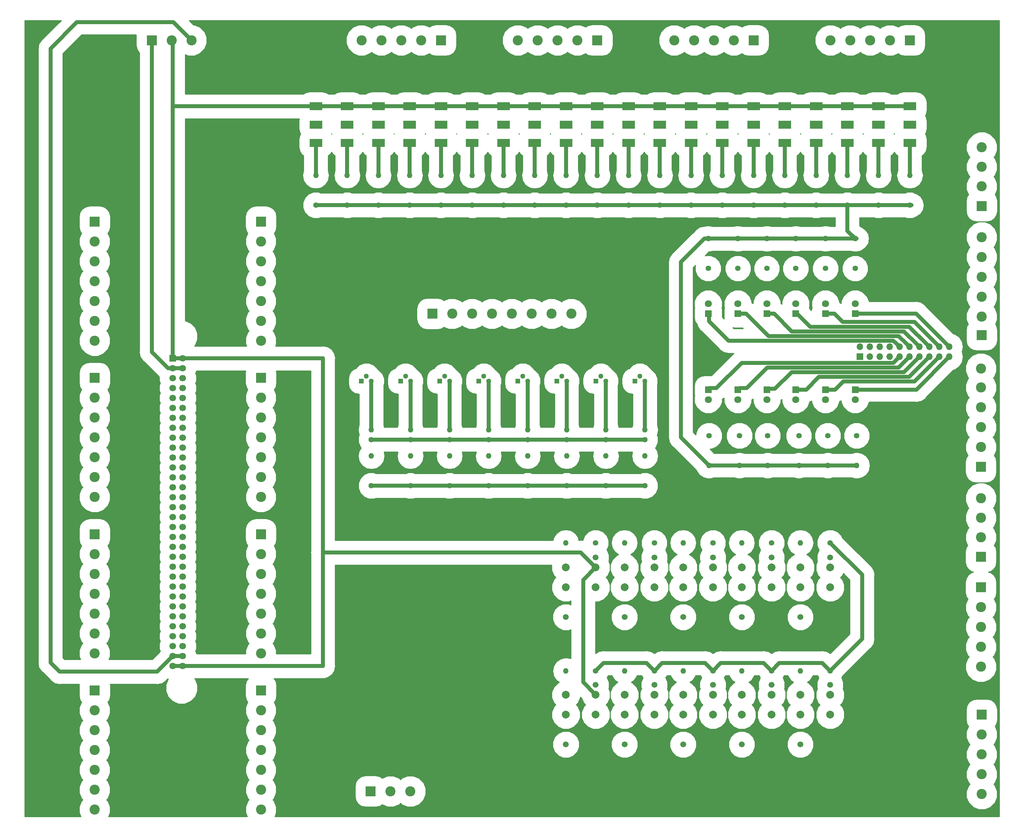
<source format=gbr>
G04 #@! TF.GenerationSoftware,KiCad,Pcbnew,(5.0.0)*
G04 #@! TF.CreationDate,2019-12-06T13:14:43+00:00*
G04 #@! TF.ProjectId,Board Tester,426F617264205465737465722E6B6963,rev?*
G04 #@! TF.SameCoordinates,Original*
G04 #@! TF.FileFunction,Copper,L1,Top,Signal*
G04 #@! TF.FilePolarity,Positive*
%FSLAX46Y46*%
G04 Gerber Fmt 4.6, Leading zero omitted, Abs format (unit mm)*
G04 Created by KiCad (PCBNEW (5.0.0)) date 12/06/19 13:14:43*
%MOMM*%
%LPD*%
G01*
G04 APERTURE LIST*
G04 #@! TA.AperFunction,ComponentPad*
%ADD10C,2.000000*%
G04 #@! TD*
G04 #@! TA.AperFunction,ComponentPad*
%ADD11C,1.500000*%
G04 #@! TD*
G04 #@! TA.AperFunction,ComponentPad*
%ADD12R,2.600000X2.600000*%
G04 #@! TD*
G04 #@! TA.AperFunction,ComponentPad*
%ADD13C,2.600000*%
G04 #@! TD*
G04 #@! TA.AperFunction,ComponentPad*
%ADD14O,1.700000X1.700000*%
G04 #@! TD*
G04 #@! TA.AperFunction,ComponentPad*
%ADD15R,1.700000X1.700000*%
G04 #@! TD*
G04 #@! TA.AperFunction,ComponentPad*
%ADD16R,1.800000X1.800000*%
G04 #@! TD*
G04 #@! TA.AperFunction,ComponentPad*
%ADD17C,1.800000*%
G04 #@! TD*
G04 #@! TA.AperFunction,ComponentPad*
%ADD18C,1.700000*%
G04 #@! TD*
G04 #@! TA.AperFunction,ComponentPad*
%ADD19C,1.400000*%
G04 #@! TD*
G04 #@! TA.AperFunction,ComponentPad*
%ADD20O,1.400000X1.400000*%
G04 #@! TD*
G04 #@! TA.AperFunction,ComponentPad*
%ADD21R,3.302000X2.032000*%
G04 #@! TD*
G04 #@! TA.AperFunction,ComponentPad*
%ADD22C,1.300000*%
G04 #@! TD*
G04 #@! TA.AperFunction,ComponentPad*
%ADD23R,1.300000X1.300000*%
G04 #@! TD*
G04 #@! TA.AperFunction,Conductor*
%ADD24C,1.000000*%
G04 #@! TD*
G04 #@! TA.AperFunction,NonConductor*
%ADD25C,0.254000*%
G04 #@! TD*
G04 APERTURE END LIST*
D10*
G04 #@! TO.P,SW1,2*
G04 #@! TO.N,Net-(J10-Pad5)*
X224990000Y-186200000D03*
X232610000Y-186200000D03*
G04 #@! TO.P,SW1,1*
G04 #@! TO.N,Net-(R1-Pad2)*
X224990000Y-181120000D03*
G04 #@! TO.P,SW1,3*
G04 #@! TO.N,GND*
X232610000Y-181120000D03*
D11*
G04 #@! TO.P,SW1,*
G04 #@! TO.N,*
X224990000Y-193820000D03*
X232610000Y-178580000D03*
G04 #@! TD*
D10*
G04 #@! TO.P,SW2,2*
G04 #@! TO.N,Net-(J10-Pad4)*
X239990000Y-186200000D03*
X247610000Y-186200000D03*
G04 #@! TO.P,SW2,1*
G04 #@! TO.N,Net-(R2-Pad2)*
X239990000Y-181120000D03*
G04 #@! TO.P,SW2,3*
G04 #@! TO.N,GND*
X247610000Y-181120000D03*
D11*
G04 #@! TO.P,SW2,*
G04 #@! TO.N,*
X239990000Y-193820000D03*
X247610000Y-178580000D03*
G04 #@! TD*
D10*
G04 #@! TO.P,SW3,2*
G04 #@! TO.N,Net-(J10-Pad3)*
X254990000Y-186200000D03*
X262610000Y-186200000D03*
G04 #@! TO.P,SW3,1*
G04 #@! TO.N,Net-(R3-Pad2)*
X254990000Y-181120000D03*
G04 #@! TO.P,SW3,3*
G04 #@! TO.N,GND*
X262610000Y-181120000D03*
D11*
G04 #@! TO.P,SW3,*
G04 #@! TO.N,*
X254990000Y-193820000D03*
X262610000Y-178580000D03*
G04 #@! TD*
D10*
G04 #@! TO.P,SW4,2*
G04 #@! TO.N,Net-(J10-Pad2)*
X269990000Y-186200000D03*
X277610000Y-186200000D03*
G04 #@! TO.P,SW4,1*
G04 #@! TO.N,Net-(R4-Pad2)*
X269990000Y-181120000D03*
G04 #@! TO.P,SW4,3*
G04 #@! TO.N,GND*
X277610000Y-181120000D03*
D11*
G04 #@! TO.P,SW4,*
G04 #@! TO.N,*
X269990000Y-193820000D03*
X277610000Y-178580000D03*
G04 #@! TD*
D10*
G04 #@! TO.P,SW5,2*
G04 #@! TO.N,Net-(J10-Pad1)*
X284990000Y-186200000D03*
X292610000Y-186200000D03*
G04 #@! TO.P,SW5,1*
G04 #@! TO.N,Net-(R5-Pad2)*
X284990000Y-181120000D03*
G04 #@! TO.P,SW5,3*
G04 #@! TO.N,GND*
X292610000Y-181120000D03*
D11*
G04 #@! TO.P,SW5,*
G04 #@! TO.N,*
X284990000Y-193820000D03*
X292610000Y-178580000D03*
G04 #@! TD*
D10*
G04 #@! TO.P,SW6,2*
G04 #@! TO.N,Net-(J11-Pad5)*
X224990000Y-218800000D03*
X232610000Y-218800000D03*
G04 #@! TO.P,SW6,1*
G04 #@! TO.N,Net-(R6-Pad2)*
X224990000Y-213720000D03*
G04 #@! TO.P,SW6,3*
G04 #@! TO.N,GND*
X232610000Y-213720000D03*
D11*
G04 #@! TO.P,SW6,*
G04 #@! TO.N,*
X224990000Y-226420000D03*
X232610000Y-211180000D03*
G04 #@! TD*
D10*
G04 #@! TO.P,SW7,2*
G04 #@! TO.N,Net-(J11-Pad4)*
X239990000Y-218800000D03*
X247610000Y-218800000D03*
G04 #@! TO.P,SW7,1*
G04 #@! TO.N,Net-(R7-Pad2)*
X239990000Y-213720000D03*
G04 #@! TO.P,SW7,3*
G04 #@! TO.N,GND*
X247610000Y-213720000D03*
D11*
G04 #@! TO.P,SW7,*
G04 #@! TO.N,*
X239990000Y-226420000D03*
X247610000Y-211180000D03*
G04 #@! TD*
D10*
G04 #@! TO.P,SW8,2*
G04 #@! TO.N,Net-(J11-Pad3)*
X254990000Y-218800000D03*
X262610000Y-218800000D03*
G04 #@! TO.P,SW8,1*
G04 #@! TO.N,Net-(R8-Pad2)*
X254990000Y-213720000D03*
G04 #@! TO.P,SW8,3*
G04 #@! TO.N,GND*
X262610000Y-213720000D03*
D11*
G04 #@! TO.P,SW8,*
G04 #@! TO.N,*
X254990000Y-226420000D03*
X262610000Y-211180000D03*
G04 #@! TD*
D10*
G04 #@! TO.P,SW9,2*
G04 #@! TO.N,Net-(J11-Pad2)*
X269990000Y-218800000D03*
X277610000Y-218800000D03*
G04 #@! TO.P,SW9,1*
G04 #@! TO.N,Net-(R9-Pad2)*
X269990000Y-213720000D03*
G04 #@! TO.P,SW9,3*
G04 #@! TO.N,GND*
X277610000Y-213720000D03*
D11*
G04 #@! TO.P,SW9,*
G04 #@! TO.N,*
X269990000Y-226420000D03*
X277610000Y-211180000D03*
G04 #@! TD*
D10*
G04 #@! TO.P,SW10,2*
G04 #@! TO.N,Net-(J11-Pad1)*
X284990000Y-218800000D03*
X292610000Y-218800000D03*
G04 #@! TO.P,SW10,1*
G04 #@! TO.N,Net-(R10-Pad2)*
X284990000Y-213720000D03*
G04 #@! TO.P,SW10,3*
G04 #@! TO.N,GND*
X292610000Y-213720000D03*
D11*
G04 #@! TO.P,SW10,*
G04 #@! TO.N,*
X284990000Y-226420000D03*
X292610000Y-211180000D03*
G04 #@! TD*
D12*
G04 #@! TO.P,J21,1*
G04 #@! TO.N,Net-(J21-Pad1)*
X190800000Y-116200000D03*
D13*
G04 #@! TO.P,J21,2*
G04 #@! TO.N,Net-(J21-Pad2)*
X195880000Y-116200000D03*
G04 #@! TO.P,J21,3*
G04 #@! TO.N,Net-(J21-Pad3)*
X200960000Y-116200000D03*
G04 #@! TO.P,J21,4*
G04 #@! TO.N,Net-(J21-Pad4)*
X206040000Y-116200000D03*
G04 #@! TO.P,J21,5*
G04 #@! TO.N,Net-(J21-Pad5)*
X211120000Y-116200000D03*
G04 #@! TO.P,J21,6*
G04 #@! TO.N,Net-(J21-Pad6)*
X216200000Y-116200000D03*
G04 #@! TO.P,J21,7*
G04 #@! TO.N,Net-(J21-Pad7)*
X221280000Y-116200000D03*
G04 #@! TO.P,J21,8*
G04 #@! TO.N,Net-(J21-Pad8)*
X226360000Y-116200000D03*
G04 #@! TD*
D14*
G04 #@! TO.P,J18,20*
G04 #@! TO.N,Net-(D7-Pad1)*
X323060000Y-124660000D03*
G04 #@! TO.P,J18,19*
G04 #@! TO.N,Net-(D6-Pad1)*
X323060000Y-127200000D03*
G04 #@! TO.P,J18,18*
G04 #@! TO.N,Net-(D8-Pad1)*
X320520000Y-124660000D03*
G04 #@! TO.P,J18,17*
G04 #@! TO.N,Net-(D5-Pad1)*
X320520000Y-127200000D03*
G04 #@! TO.P,J18,16*
G04 #@! TO.N,Net-(D9-Pad1)*
X317980000Y-124660000D03*
G04 #@! TO.P,J18,15*
G04 #@! TO.N,Net-(D4-Pad1)*
X317980000Y-127200000D03*
G04 #@! TO.P,J18,14*
G04 #@! TO.N,Net-(D10-Pad1)*
X315440000Y-124660000D03*
G04 #@! TO.P,J18,13*
G04 #@! TO.N,Net-(D3-Pad1)*
X315440000Y-127200000D03*
G04 #@! TO.P,J18,12*
G04 #@! TO.N,Net-(D11-Pad1)*
X312900000Y-124660000D03*
G04 #@! TO.P,J18,11*
G04 #@! TO.N,Net-(D2-Pad1)*
X312900000Y-127200000D03*
G04 #@! TO.P,J18,10*
G04 #@! TO.N,Net-(D12-Pad1)*
X310360000Y-124660000D03*
G04 #@! TO.P,J18,9*
G04 #@! TO.N,Net-(D1-Pad1)*
X310360000Y-127200000D03*
G04 #@! TO.P,J18,8*
G04 #@! TO.N,Net-(J18-Pad8)*
X307820000Y-124660000D03*
G04 #@! TO.P,J18,7*
G04 #@! TO.N,Net-(J18-Pad7)*
X307820000Y-127200000D03*
G04 #@! TO.P,J18,6*
G04 #@! TO.N,Net-(J18-Pad6)*
X305280000Y-124660000D03*
G04 #@! TO.P,J18,5*
G04 #@! TO.N,Net-(J18-Pad5)*
X305280000Y-127200000D03*
G04 #@! TO.P,J18,4*
G04 #@! TO.N,Net-(J18-Pad4)*
X302740000Y-124660000D03*
G04 #@! TO.P,J18,3*
G04 #@! TO.N,Net-(J18-Pad3)*
X302740000Y-127200000D03*
G04 #@! TO.P,J18,2*
G04 #@! TO.N,Net-(J18-Pad2)*
X300200000Y-124660000D03*
D15*
G04 #@! TO.P,J18,1*
G04 #@! TO.N,Net-(J18-Pad1)*
X300200000Y-127200000D03*
G04 #@! TD*
D16*
G04 #@! TO.P,D1,1*
G04 #@! TO.N,Net-(D1-Pad1)*
X261400000Y-135600000D03*
D17*
G04 #@! TO.P,D1,2*
G04 #@! TO.N,Net-(D1-Pad2)*
X261400000Y-138140000D03*
G04 #@! TD*
G04 #@! TO.P,D2,2*
G04 #@! TO.N,Net-(D2-Pad2)*
X269000000Y-138140000D03*
D16*
G04 #@! TO.P,D2,1*
G04 #@! TO.N,Net-(D2-Pad1)*
X269000000Y-135600000D03*
G04 #@! TD*
D17*
G04 #@! TO.P,D3,2*
G04 #@! TO.N,Net-(D3-Pad2)*
X276400000Y-138140000D03*
D16*
G04 #@! TO.P,D3,1*
G04 #@! TO.N,Net-(D3-Pad1)*
X276400000Y-135600000D03*
G04 #@! TD*
D17*
G04 #@! TO.P,D4,2*
G04 #@! TO.N,Net-(D4-Pad2)*
X283800000Y-138140000D03*
D16*
G04 #@! TO.P,D4,1*
G04 #@! TO.N,Net-(D4-Pad1)*
X283800000Y-135600000D03*
G04 #@! TD*
G04 #@! TO.P,D5,1*
G04 #@! TO.N,Net-(D5-Pad1)*
X291400000Y-135600000D03*
D17*
G04 #@! TO.P,D5,2*
G04 #@! TO.N,Net-(D5-Pad2)*
X291400000Y-138140000D03*
G04 #@! TD*
D16*
G04 #@! TO.P,D6,1*
G04 #@! TO.N,Net-(D6-Pad1)*
X299000000Y-135600000D03*
D17*
G04 #@! TO.P,D6,2*
G04 #@! TO.N,Net-(D6-Pad2)*
X299000000Y-138140000D03*
G04 #@! TD*
G04 #@! TO.P,D7,2*
G04 #@! TO.N,Net-(D7-Pad2)*
X299000000Y-113660000D03*
D16*
G04 #@! TO.P,D7,1*
G04 #@! TO.N,Net-(D7-Pad1)*
X299000000Y-116200000D03*
G04 #@! TD*
G04 #@! TO.P,D8,1*
G04 #@! TO.N,Net-(D8-Pad1)*
X291400000Y-116200000D03*
D17*
G04 #@! TO.P,D8,2*
G04 #@! TO.N,Net-(D8-Pad2)*
X291400000Y-113660000D03*
G04 #@! TD*
D16*
G04 #@! TO.P,D9,1*
G04 #@! TO.N,Net-(D9-Pad1)*
X283800000Y-116200000D03*
D17*
G04 #@! TO.P,D9,2*
G04 #@! TO.N,Net-(D9-Pad2)*
X283800000Y-113660000D03*
G04 #@! TD*
G04 #@! TO.P,D10,2*
G04 #@! TO.N,Net-(D10-Pad2)*
X276400000Y-113660000D03*
D16*
G04 #@! TO.P,D10,1*
G04 #@! TO.N,Net-(D10-Pad1)*
X276400000Y-116200000D03*
G04 #@! TD*
G04 #@! TO.P,D11,1*
G04 #@! TO.N,Net-(D11-Pad1)*
X269000000Y-116200000D03*
D17*
G04 #@! TO.P,D11,2*
G04 #@! TO.N,Net-(D11-Pad2)*
X269000000Y-113660000D03*
G04 #@! TD*
G04 #@! TO.P,D12,2*
G04 #@! TO.N,Net-(D12-Pad2)*
X261400000Y-113660000D03*
D16*
G04 #@! TO.P,D12,1*
G04 #@! TO.N,Net-(D12-Pad1)*
X261400000Y-116200000D03*
G04 #@! TD*
D13*
G04 #@! TO.P,J0,3*
G04 #@! TO.N,-6v*
X129160000Y-46200000D03*
G04 #@! TO.P,J0,2*
G04 #@! TO.N,GND*
X124080000Y-46200000D03*
D12*
G04 #@! TO.P,J0,1*
G04 #@! TO.N,+6v*
X119000000Y-46200000D03*
G04 #@! TD*
D15*
G04 #@! TO.P,J1,1*
G04 #@! TO.N,GND*
X124400000Y-127600000D03*
D18*
G04 #@! TO.P,J1,A*
X126940000Y-127600000D03*
G04 #@! TO.P,J1,2*
G04 #@! TO.N,+6v*
X124400000Y-130140000D03*
G04 #@! TO.P,J1,B*
X126940000Y-130140000D03*
G04 #@! TO.P,J1,3*
G04 #@! TO.N,Net-(J1-Pad3)*
X124400000Y-132680000D03*
G04 #@! TO.P,J1,C*
G04 #@! TO.N,Net-(J1-PadC)*
X126940000Y-132680000D03*
G04 #@! TO.P,J1,4*
G04 #@! TO.N,Net-(J1-Pad4)*
X124400000Y-135220000D03*
G04 #@! TO.P,J1,D*
G04 #@! TO.N,Net-(J1-PadD)*
X126940000Y-135220000D03*
G04 #@! TO.P,J1,5*
G04 #@! TO.N,Net-(J1-Pad5)*
X124400000Y-137760000D03*
G04 #@! TO.P,J1,E*
G04 #@! TO.N,Net-(J1-PadE)*
X126940000Y-137760000D03*
G04 #@! TO.P,J1,6*
G04 #@! TO.N,Net-(J1-Pad6)*
X124400000Y-140300000D03*
G04 #@! TO.P,J1,F*
G04 #@! TO.N,Net-(J1-PadF)*
X126940000Y-140300000D03*
G04 #@! TO.P,J1,7*
G04 #@! TO.N,Net-(J1-Pad7)*
X124400000Y-142840000D03*
G04 #@! TO.P,J1,H*
G04 #@! TO.N,Net-(J1-PadH)*
X126940000Y-142840000D03*
G04 #@! TO.P,J1,8*
G04 #@! TO.N,Net-(J1-Pad8)*
X124400000Y-145380000D03*
G04 #@! TO.P,J1,J*
G04 #@! TO.N,Net-(J1-PadJ)*
X126940000Y-145380000D03*
G04 #@! TO.P,J1,9*
G04 #@! TO.N,Net-(J1-Pad9)*
X124400000Y-147920000D03*
G04 #@! TO.P,J1,K*
G04 #@! TO.N,Net-(J1-PadK)*
X126940000Y-147920000D03*
G04 #@! TO.P,J1,10*
G04 #@! TO.N,Net-(J1-Pad10)*
X124400000Y-150460000D03*
G04 #@! TO.P,J1,L*
G04 #@! TO.N,Net-(J1-PadL)*
X126940000Y-150460000D03*
G04 #@! TO.P,J1,11*
G04 #@! TO.N,Net-(J1-Pad11)*
X124400000Y-153000000D03*
G04 #@! TO.P,J1,M*
G04 #@! TO.N,Net-(J1-PadM)*
X126940000Y-153000000D03*
G04 #@! TO.P,J1,12*
G04 #@! TO.N,Net-(J1-Pad12)*
X124400000Y-155540000D03*
G04 #@! TO.P,J1,N*
G04 #@! TO.N,Net-(J1-PadN)*
X126940000Y-155540000D03*
G04 #@! TO.P,J1,13*
G04 #@! TO.N,Net-(J1-Pad13)*
X124400000Y-158080000D03*
G04 #@! TO.P,J1,P*
G04 #@! TO.N,Net-(J1-PadP)*
X126940000Y-158080000D03*
G04 #@! TO.P,J1,14*
G04 #@! TO.N,Net-(J1-Pad14)*
X124400000Y-160620000D03*
G04 #@! TO.P,J1,R*
G04 #@! TO.N,Net-(J1-PadR)*
X126940000Y-160620000D03*
G04 #@! TO.P,J1,15*
G04 #@! TO.N,Net-(J1-Pad15)*
X124400000Y-163160000D03*
G04 #@! TO.P,J1,S*
G04 #@! TO.N,Net-(J1-PadS)*
X126940000Y-163160000D03*
G04 #@! TO.P,J1,16*
G04 #@! TO.N,Net-(J1-Pad16)*
X124400000Y-165700000D03*
G04 #@! TO.P,J1,T*
G04 #@! TO.N,Net-(J1-PadT)*
X126940000Y-165700000D03*
G04 #@! TO.P,J1,17*
G04 #@! TO.N,Net-(J1-Pad17)*
X124400000Y-168240000D03*
G04 #@! TO.P,J1,U*
G04 #@! TO.N,Net-(J1-PadU)*
X126940000Y-168240000D03*
G04 #@! TO.P,J1,18*
G04 #@! TO.N,Net-(J1-Pad18)*
X124400000Y-170780000D03*
G04 #@! TO.P,J1,V*
G04 #@! TO.N,Net-(J1-PadV)*
X126940000Y-170780000D03*
G04 #@! TO.P,J1,19*
G04 #@! TO.N,Net-(J1-Pad19)*
X124400000Y-173320000D03*
G04 #@! TO.P,J1,W*
G04 #@! TO.N,Net-(J1-PadW)*
X126940000Y-173320000D03*
G04 #@! TO.P,J1,20*
G04 #@! TO.N,Net-(J1-Pad20)*
X124400000Y-175860000D03*
G04 #@! TO.P,J1,X*
G04 #@! TO.N,Net-(J1-PadX)*
X126940000Y-175860000D03*
G04 #@! TO.P,J1,21*
G04 #@! TO.N,Net-(J1-Pad21)*
X124400000Y-178400000D03*
G04 #@! TO.P,J1,Y*
G04 #@! TO.N,Net-(J1-PadY)*
X126940000Y-178400000D03*
G04 #@! TO.P,J1,22*
G04 #@! TO.N,Net-(J1-Pad22)*
X124400000Y-180940000D03*
G04 #@! TO.P,J1,Z*
G04 #@! TO.N,Net-(J1-PadZ)*
X126940000Y-180940000D03*
G04 #@! TO.P,J1,23*
G04 #@! TO.N,Net-(J1-Pad23)*
X124400000Y-183480000D03*
G04 #@! TO.P,J1,AA*
G04 #@! TO.N,Net-(J1-PadAA)*
X126940000Y-183480000D03*
G04 #@! TO.P,J1,24*
G04 #@! TO.N,Net-(J1-Pad24)*
X124400000Y-186020000D03*
G04 #@! TO.P,J1,AB*
G04 #@! TO.N,Net-(J1-PadAB)*
X126940000Y-186020000D03*
G04 #@! TO.P,J1,25*
G04 #@! TO.N,Net-(J1-Pad25)*
X124400000Y-188560000D03*
G04 #@! TO.P,J1,AC*
G04 #@! TO.N,Net-(J1-PadAC)*
X126940000Y-188560000D03*
G04 #@! TO.P,J1,26*
G04 #@! TO.N,Net-(J1-Pad26)*
X124400000Y-191100000D03*
G04 #@! TO.P,J1,AD*
G04 #@! TO.N,Net-(J1-PadAD)*
X126940000Y-191100000D03*
G04 #@! TO.P,J1,27*
G04 #@! TO.N,Net-(J1-Pad27)*
X124400000Y-193640000D03*
G04 #@! TO.P,J1,AE*
G04 #@! TO.N,Net-(J1-PadAE)*
X126940000Y-193640000D03*
G04 #@! TO.P,J1,28*
G04 #@! TO.N,Net-(J1-Pad28)*
X124400000Y-196180000D03*
G04 #@! TO.P,J1,AF*
G04 #@! TO.N,Net-(J1-PadAF)*
X126940000Y-196180000D03*
G04 #@! TO.P,J1,29*
G04 #@! TO.N,Net-(J1-Pad29)*
X124400000Y-198720000D03*
G04 #@! TO.P,J1,AH*
G04 #@! TO.N,Net-(J1-PadAH)*
X126940000Y-198720000D03*
G04 #@! TO.P,J1,30*
G04 #@! TO.N,Net-(J1-Pad30)*
X124400000Y-201260000D03*
G04 #@! TO.P,J1,AJ*
G04 #@! TO.N,Net-(J1-PadAJ)*
X126940000Y-201260000D03*
G04 #@! TO.P,J1,31*
G04 #@! TO.N,-6v*
X124400000Y-203800000D03*
G04 #@! TO.P,J1,AK*
X126940000Y-203800000D03*
G04 #@! TO.P,J1,32*
G04 #@! TO.N,GND*
X124400000Y-206340000D03*
G04 #@! TO.P,J1,AL*
X126940000Y-206340000D03*
G04 #@! TD*
D12*
G04 #@! TO.P,J2,1*
G04 #@! TO.N,Net-(J1-PadC)*
X146940000Y-92600000D03*
D13*
G04 #@! TO.P,J2,2*
G04 #@! TO.N,Net-(J1-PadD)*
X146940000Y-97680000D03*
G04 #@! TO.P,J2,3*
G04 #@! TO.N,Net-(J1-PadE)*
X146940000Y-102760000D03*
G04 #@! TO.P,J2,4*
G04 #@! TO.N,Net-(J1-PadF)*
X146940000Y-107840000D03*
G04 #@! TO.P,J2,5*
G04 #@! TO.N,Net-(J1-PadH)*
X146940000Y-112920000D03*
G04 #@! TO.P,J2,6*
G04 #@! TO.N,Net-(J1-PadJ)*
X146940000Y-118000000D03*
G04 #@! TO.P,J2,7*
G04 #@! TO.N,Net-(J1-PadK)*
X146940000Y-123080000D03*
G04 #@! TD*
G04 #@! TO.P,J3,7*
G04 #@! TO.N,Net-(J1-PadT)*
X146940000Y-163080000D03*
G04 #@! TO.P,J3,6*
G04 #@! TO.N,Net-(J1-PadS)*
X146940000Y-158000000D03*
G04 #@! TO.P,J3,5*
G04 #@! TO.N,Net-(J1-PadR)*
X146940000Y-152920000D03*
G04 #@! TO.P,J3,4*
G04 #@! TO.N,Net-(J1-PadP)*
X146940000Y-147840000D03*
G04 #@! TO.P,J3,3*
G04 #@! TO.N,Net-(J1-PadN)*
X146940000Y-142760000D03*
G04 #@! TO.P,J3,2*
G04 #@! TO.N,Net-(J1-PadM)*
X146940000Y-137680000D03*
D12*
G04 #@! TO.P,J3,1*
G04 #@! TO.N,Net-(J1-PadL)*
X146940000Y-132600000D03*
G04 #@! TD*
G04 #@! TO.P,J4,1*
G04 #@! TO.N,Net-(J1-PadU)*
X146940000Y-172600000D03*
D13*
G04 #@! TO.P,J4,2*
G04 #@! TO.N,Net-(J1-PadV)*
X146940000Y-177680000D03*
G04 #@! TO.P,J4,3*
G04 #@! TO.N,Net-(J1-PadW)*
X146940000Y-182760000D03*
G04 #@! TO.P,J4,4*
G04 #@! TO.N,Net-(J1-PadX)*
X146940000Y-187840000D03*
G04 #@! TO.P,J4,5*
G04 #@! TO.N,Net-(J1-PadY)*
X146940000Y-192920000D03*
G04 #@! TO.P,J4,6*
G04 #@! TO.N,Net-(J1-PadZ)*
X146940000Y-198000000D03*
G04 #@! TO.P,J4,7*
G04 #@! TO.N,Net-(J1-PadAA)*
X146940000Y-203080000D03*
G04 #@! TD*
G04 #@! TO.P,J5,7*
G04 #@! TO.N,Net-(J1-PadAJ)*
X146940000Y-243080000D03*
G04 #@! TO.P,J5,6*
G04 #@! TO.N,Net-(J1-PadAH)*
X146940000Y-238000000D03*
G04 #@! TO.P,J5,5*
G04 #@! TO.N,Net-(J1-PadAF)*
X146940000Y-232920000D03*
G04 #@! TO.P,J5,4*
G04 #@! TO.N,Net-(J1-PadAE)*
X146940000Y-227840000D03*
G04 #@! TO.P,J5,3*
G04 #@! TO.N,Net-(J1-PadAD)*
X146940000Y-222760000D03*
G04 #@! TO.P,J5,2*
G04 #@! TO.N,Net-(J1-PadAC)*
X146940000Y-217680000D03*
D12*
G04 #@! TO.P,J5,1*
G04 #@! TO.N,Net-(J1-PadAB)*
X146940000Y-212600000D03*
G04 #@! TD*
G04 #@! TO.P,J6,1*
G04 #@! TO.N,Net-(J1-Pad3)*
X104400000Y-92600000D03*
D13*
G04 #@! TO.P,J6,2*
G04 #@! TO.N,Net-(J1-Pad4)*
X104400000Y-97680000D03*
G04 #@! TO.P,J6,3*
G04 #@! TO.N,Net-(J1-Pad5)*
X104400000Y-102760000D03*
G04 #@! TO.P,J6,4*
G04 #@! TO.N,Net-(J1-Pad6)*
X104400000Y-107840000D03*
G04 #@! TO.P,J6,5*
G04 #@! TO.N,Net-(J1-Pad7)*
X104400000Y-112920000D03*
G04 #@! TO.P,J6,6*
G04 #@! TO.N,Net-(J1-Pad8)*
X104400000Y-118000000D03*
G04 #@! TO.P,J6,7*
G04 #@! TO.N,Net-(J1-Pad9)*
X104400000Y-123080000D03*
G04 #@! TD*
D12*
G04 #@! TO.P,J7,1*
G04 #@! TO.N,Net-(J1-Pad10)*
X104400000Y-132600000D03*
D13*
G04 #@! TO.P,J7,2*
G04 #@! TO.N,Net-(J1-Pad11)*
X104400000Y-137680000D03*
G04 #@! TO.P,J7,3*
G04 #@! TO.N,Net-(J1-Pad12)*
X104400000Y-142760000D03*
G04 #@! TO.P,J7,4*
G04 #@! TO.N,Net-(J1-Pad13)*
X104400000Y-147840000D03*
G04 #@! TO.P,J7,5*
G04 #@! TO.N,Net-(J1-Pad14)*
X104400000Y-152920000D03*
G04 #@! TO.P,J7,6*
G04 #@! TO.N,Net-(J1-Pad15)*
X104400000Y-158000000D03*
G04 #@! TO.P,J7,7*
G04 #@! TO.N,Net-(J1-Pad16)*
X104400000Y-163080000D03*
G04 #@! TD*
G04 #@! TO.P,J8,7*
G04 #@! TO.N,Net-(J1-Pad23)*
X104400000Y-203080000D03*
G04 #@! TO.P,J8,6*
G04 #@! TO.N,Net-(J1-Pad22)*
X104400000Y-198000000D03*
G04 #@! TO.P,J8,5*
G04 #@! TO.N,Net-(J1-Pad21)*
X104400000Y-192920000D03*
G04 #@! TO.P,J8,4*
G04 #@! TO.N,Net-(J1-Pad20)*
X104400000Y-187840000D03*
G04 #@! TO.P,J8,3*
G04 #@! TO.N,Net-(J1-Pad19)*
X104400000Y-182760000D03*
G04 #@! TO.P,J8,2*
G04 #@! TO.N,Net-(J1-Pad18)*
X104400000Y-177680000D03*
D12*
G04 #@! TO.P,J8,1*
G04 #@! TO.N,Net-(J1-Pad17)*
X104400000Y-172600000D03*
G04 #@! TD*
D13*
G04 #@! TO.P,J9,7*
G04 #@! TO.N,Net-(J1-Pad30)*
X104400000Y-243080000D03*
G04 #@! TO.P,J9,6*
G04 #@! TO.N,Net-(J1-Pad29)*
X104400000Y-238000000D03*
G04 #@! TO.P,J9,5*
G04 #@! TO.N,Net-(J1-Pad28)*
X104400000Y-232920000D03*
G04 #@! TO.P,J9,4*
G04 #@! TO.N,Net-(J1-Pad27)*
X104400000Y-227840000D03*
G04 #@! TO.P,J9,3*
G04 #@! TO.N,Net-(J1-Pad26)*
X104400000Y-222760000D03*
G04 #@! TO.P,J9,2*
G04 #@! TO.N,Net-(J1-Pad25)*
X104400000Y-217680000D03*
D12*
G04 #@! TO.P,J9,1*
G04 #@! TO.N,Net-(J1-Pad24)*
X104400000Y-212600000D03*
G04 #@! TD*
D19*
G04 #@! TO.P,R1,1*
G04 #@! TO.N,+6v*
X232600000Y-174800000D03*
D20*
G04 #@! TO.P,R1,2*
G04 #@! TO.N,Net-(R1-Pad2)*
X224980000Y-174800000D03*
G04 #@! TD*
G04 #@! TO.P,R2,2*
G04 #@! TO.N,Net-(R2-Pad2)*
X239980000Y-174800000D03*
D19*
G04 #@! TO.P,R2,1*
G04 #@! TO.N,+6v*
X247600000Y-174800000D03*
G04 #@! TD*
G04 #@! TO.P,R3,1*
G04 #@! TO.N,+6v*
X262600000Y-174800000D03*
D20*
G04 #@! TO.P,R3,2*
G04 #@! TO.N,Net-(R3-Pad2)*
X254980000Y-174800000D03*
G04 #@! TD*
G04 #@! TO.P,R4,2*
G04 #@! TO.N,Net-(R4-Pad2)*
X269980000Y-174800000D03*
D19*
G04 #@! TO.P,R4,1*
G04 #@! TO.N,+6v*
X277600000Y-174800000D03*
G04 #@! TD*
G04 #@! TO.P,R5,1*
G04 #@! TO.N,+6v*
X292600000Y-174800000D03*
D20*
G04 #@! TO.P,R5,2*
G04 #@! TO.N,Net-(R5-Pad2)*
X284980000Y-174800000D03*
G04 #@! TD*
G04 #@! TO.P,R6,2*
G04 #@! TO.N,Net-(R6-Pad2)*
X224980000Y-207600000D03*
D19*
G04 #@! TO.P,R6,1*
G04 #@! TO.N,+6v*
X232600000Y-207600000D03*
G04 #@! TD*
G04 #@! TO.P,R7,1*
G04 #@! TO.N,+6v*
X247600000Y-207600000D03*
D20*
G04 #@! TO.P,R7,2*
G04 #@! TO.N,Net-(R7-Pad2)*
X239980000Y-207600000D03*
G04 #@! TD*
G04 #@! TO.P,R8,2*
G04 #@! TO.N,Net-(R8-Pad2)*
X254980000Y-207600000D03*
D19*
G04 #@! TO.P,R8,1*
G04 #@! TO.N,+6v*
X262600000Y-207600000D03*
G04 #@! TD*
G04 #@! TO.P,R9,1*
G04 #@! TO.N,+6v*
X277600000Y-207600000D03*
D20*
G04 #@! TO.P,R9,2*
G04 #@! TO.N,Net-(R9-Pad2)*
X269980000Y-207600000D03*
G04 #@! TD*
G04 #@! TO.P,R10,2*
G04 #@! TO.N,Net-(R10-Pad2)*
X284980000Y-207600000D03*
D19*
G04 #@! TO.P,R10,1*
G04 #@! TO.N,+6v*
X292600000Y-207600000D03*
G04 #@! TD*
D20*
G04 #@! TO.P,R11,2*
G04 #@! TO.N,Net-(R11-Pad2)*
X241000000Y-80780000D03*
D19*
G04 #@! TO.P,R11,1*
G04 #@! TO.N,+6v*
X241000000Y-88400000D03*
G04 #@! TD*
D20*
G04 #@! TO.P,R12,2*
G04 #@! TO.N,Net-(R12-Pad2)*
X281000000Y-80780000D03*
D19*
G04 #@! TO.P,R12,1*
G04 #@! TO.N,+6v*
X281000000Y-88400000D03*
G04 #@! TD*
G04 #@! TO.P,R13,1*
G04 #@! TO.N,+6v*
X249000000Y-88400000D03*
D20*
G04 #@! TO.P,R13,2*
G04 #@! TO.N,Net-(R13-Pad2)*
X249000000Y-80780000D03*
G04 #@! TD*
D19*
G04 #@! TO.P,R14,1*
G04 #@! TO.N,+6v*
X289000000Y-88400000D03*
D20*
G04 #@! TO.P,R14,2*
G04 #@! TO.N,Net-(R14-Pad2)*
X289000000Y-80780000D03*
G04 #@! TD*
G04 #@! TO.P,R15,2*
G04 #@! TO.N,Net-(R15-Pad2)*
X257000000Y-80780000D03*
D19*
G04 #@! TO.P,R15,1*
G04 #@! TO.N,+6v*
X257000000Y-88400000D03*
G04 #@! TD*
D20*
G04 #@! TO.P,R16,2*
G04 #@! TO.N,Net-(R16-Pad2)*
X297000000Y-80780000D03*
D19*
G04 #@! TO.P,R16,1*
G04 #@! TO.N,+6v*
X297000000Y-88400000D03*
G04 #@! TD*
G04 #@! TO.P,R17,1*
G04 #@! TO.N,+6v*
X265000000Y-88400000D03*
D20*
G04 #@! TO.P,R17,2*
G04 #@! TO.N,Net-(R17-Pad2)*
X265000000Y-80780000D03*
G04 #@! TD*
D19*
G04 #@! TO.P,R18,1*
G04 #@! TO.N,+6v*
X305000000Y-88400000D03*
D20*
G04 #@! TO.P,R18,2*
G04 #@! TO.N,Net-(R18-Pad2)*
X305000000Y-80780000D03*
G04 #@! TD*
G04 #@! TO.P,R19,2*
G04 #@! TO.N,Net-(R19-Pad2)*
X273000000Y-80780000D03*
D19*
G04 #@! TO.P,R19,1*
G04 #@! TO.N,+6v*
X273000000Y-88400000D03*
G04 #@! TD*
G04 #@! TO.P,R20,1*
G04 #@! TO.N,+6v*
X313000000Y-88400000D03*
D20*
G04 #@! TO.P,R20,2*
G04 #@! TO.N,Net-(R20-Pad2)*
X313000000Y-80780000D03*
G04 #@! TD*
D19*
G04 #@! TO.P,R21,1*
G04 #@! TO.N,+6v*
X161000000Y-88400000D03*
D20*
G04 #@! TO.P,R21,2*
G04 #@! TO.N,Net-(R21-Pad2)*
X161000000Y-80780000D03*
G04 #@! TD*
D19*
G04 #@! TO.P,R22,1*
G04 #@! TO.N,+6v*
X201000000Y-88400000D03*
D20*
G04 #@! TO.P,R22,2*
G04 #@! TO.N,Net-(R22-Pad2)*
X201000000Y-80780000D03*
G04 #@! TD*
G04 #@! TO.P,R23,2*
G04 #@! TO.N,Net-(R23-Pad2)*
X169000000Y-80780000D03*
D19*
G04 #@! TO.P,R23,1*
G04 #@! TO.N,+6v*
X169000000Y-88400000D03*
G04 #@! TD*
D20*
G04 #@! TO.P,R24,2*
G04 #@! TO.N,Net-(R24-Pad2)*
X209000000Y-80780000D03*
D19*
G04 #@! TO.P,R24,1*
G04 #@! TO.N,+6v*
X209000000Y-88400000D03*
G04 #@! TD*
G04 #@! TO.P,R25,1*
G04 #@! TO.N,+6v*
X177000000Y-88400000D03*
D20*
G04 #@! TO.P,R25,2*
G04 #@! TO.N,Net-(R25-Pad2)*
X177000000Y-80780000D03*
G04 #@! TD*
D19*
G04 #@! TO.P,R26,1*
G04 #@! TO.N,+6v*
X217000000Y-88400000D03*
D20*
G04 #@! TO.P,R26,2*
G04 #@! TO.N,Net-(R26-Pad2)*
X217000000Y-80780000D03*
G04 #@! TD*
G04 #@! TO.P,R27,2*
G04 #@! TO.N,Net-(R27-Pad2)*
X185000000Y-80780000D03*
D19*
G04 #@! TO.P,R27,1*
G04 #@! TO.N,+6v*
X185000000Y-88400000D03*
G04 #@! TD*
D20*
G04 #@! TO.P,R28,2*
G04 #@! TO.N,Net-(R28-Pad2)*
X225000000Y-80780000D03*
D19*
G04 #@! TO.P,R28,1*
G04 #@! TO.N,+6v*
X225000000Y-88400000D03*
G04 #@! TD*
G04 #@! TO.P,R29,1*
G04 #@! TO.N,+6v*
X193000000Y-88400000D03*
D20*
G04 #@! TO.P,R29,2*
G04 #@! TO.N,Net-(R29-Pad2)*
X193000000Y-80780000D03*
G04 #@! TD*
D19*
G04 #@! TO.P,R30,1*
G04 #@! TO.N,+6v*
X233000000Y-88400000D03*
D20*
G04 #@! TO.P,R30,2*
G04 #@! TO.N,Net-(R30-Pad2)*
X233000000Y-80780000D03*
G04 #@! TD*
D19*
G04 #@! TO.P,R31,1*
G04 #@! TO.N,Net-(D1-Pad2)*
X261600000Y-147400000D03*
D20*
G04 #@! TO.P,R31,2*
G04 #@! TO.N,+6v*
X261600000Y-155020000D03*
G04 #@! TD*
G04 #@! TO.P,R32,2*
G04 #@! TO.N,+6v*
X269400000Y-155020000D03*
D19*
G04 #@! TO.P,R32,1*
G04 #@! TO.N,Net-(D2-Pad2)*
X269400000Y-147400000D03*
G04 #@! TD*
G04 #@! TO.P,R33,1*
G04 #@! TO.N,Net-(D3-Pad2)*
X276600000Y-147400000D03*
D20*
G04 #@! TO.P,R33,2*
G04 #@! TO.N,+6v*
X276600000Y-155020000D03*
G04 #@! TD*
G04 #@! TO.P,R34,2*
G04 #@! TO.N,+6v*
X284600000Y-155020000D03*
D19*
G04 #@! TO.P,R34,1*
G04 #@! TO.N,Net-(D4-Pad2)*
X284600000Y-147400000D03*
G04 #@! TD*
G04 #@! TO.P,R35,1*
G04 #@! TO.N,Net-(D5-Pad2)*
X292000000Y-147400000D03*
D20*
G04 #@! TO.P,R35,2*
G04 #@! TO.N,+6v*
X292000000Y-155020000D03*
G04 #@! TD*
G04 #@! TO.P,R36,2*
G04 #@! TO.N,+6v*
X299400000Y-155020000D03*
D19*
G04 #@! TO.P,R36,1*
G04 #@! TO.N,Net-(D6-Pad2)*
X299400000Y-147400000D03*
G04 #@! TD*
G04 #@! TO.P,R37,1*
G04 #@! TO.N,Net-(D7-Pad2)*
X299000000Y-104600000D03*
D20*
G04 #@! TO.P,R37,2*
G04 #@! TO.N,+6v*
X299000000Y-96980000D03*
G04 #@! TD*
G04 #@! TO.P,R38,2*
G04 #@! TO.N,+6v*
X291400000Y-96980000D03*
D19*
G04 #@! TO.P,R38,1*
G04 #@! TO.N,Net-(D8-Pad2)*
X291400000Y-104600000D03*
G04 #@! TD*
G04 #@! TO.P,R39,1*
G04 #@! TO.N,Net-(D9-Pad2)*
X283800000Y-104600000D03*
D20*
G04 #@! TO.P,R39,2*
G04 #@! TO.N,+6v*
X283800000Y-96980000D03*
G04 #@! TD*
G04 #@! TO.P,R40,2*
G04 #@! TO.N,+6v*
X276400000Y-96980000D03*
D19*
G04 #@! TO.P,R40,1*
G04 #@! TO.N,Net-(D10-Pad2)*
X276400000Y-104600000D03*
G04 #@! TD*
D20*
G04 #@! TO.P,R41,2*
G04 #@! TO.N,+6v*
X269000000Y-96980000D03*
D19*
G04 #@! TO.P,R41,1*
G04 #@! TO.N,Net-(D11-Pad2)*
X269000000Y-104600000D03*
G04 #@! TD*
D20*
G04 #@! TO.P,R42,2*
G04 #@! TO.N,+6v*
X261400000Y-96980000D03*
D19*
G04 #@! TO.P,R42,1*
G04 #@! TO.N,Net-(D12-Pad2)*
X261400000Y-104600000D03*
G04 #@! TD*
D21*
G04 #@! TO.P,SW11,3*
G04 #@! TO.N,GND*
X241000000Y-63101000D03*
G04 #@! TO.P,SW11,1*
G04 #@! TO.N,Net-(R11-Pad2)*
X241000000Y-72499000D03*
G04 #@! TO.P,SW11,2*
G04 #@! TO.N,Net-(J12-Pad5)*
X241000000Y-67800000D03*
G04 #@! TD*
G04 #@! TO.P,SW12,2*
G04 #@! TO.N,Net-(J13-Pad5)*
X281000000Y-67800000D03*
G04 #@! TO.P,SW12,1*
G04 #@! TO.N,Net-(R12-Pad2)*
X281000000Y-72499000D03*
G04 #@! TO.P,SW12,3*
G04 #@! TO.N,GND*
X281000000Y-63101000D03*
G04 #@! TD*
G04 #@! TO.P,SW13,2*
G04 #@! TO.N,Net-(J12-Pad4)*
X249000000Y-67800000D03*
G04 #@! TO.P,SW13,1*
G04 #@! TO.N,Net-(R13-Pad2)*
X249000000Y-72499000D03*
G04 #@! TO.P,SW13,3*
G04 #@! TO.N,GND*
X249000000Y-63101000D03*
G04 #@! TD*
G04 #@! TO.P,SW14,3*
G04 #@! TO.N,GND*
X289000000Y-63101000D03*
G04 #@! TO.P,SW14,1*
G04 #@! TO.N,Net-(R14-Pad2)*
X289000000Y-72499000D03*
G04 #@! TO.P,SW14,2*
G04 #@! TO.N,Net-(J13-Pad4)*
X289000000Y-67800000D03*
G04 #@! TD*
G04 #@! TO.P,SW15,3*
G04 #@! TO.N,GND*
X257000000Y-63101000D03*
G04 #@! TO.P,SW15,1*
G04 #@! TO.N,Net-(R15-Pad2)*
X257000000Y-72499000D03*
G04 #@! TO.P,SW15,2*
G04 #@! TO.N,Net-(J12-Pad3)*
X257000000Y-67800000D03*
G04 #@! TD*
G04 #@! TO.P,SW16,3*
G04 #@! TO.N,GND*
X297000000Y-63101000D03*
G04 #@! TO.P,SW16,1*
G04 #@! TO.N,Net-(R16-Pad2)*
X297000000Y-72499000D03*
G04 #@! TO.P,SW16,2*
G04 #@! TO.N,Net-(J13-Pad3)*
X297000000Y-67800000D03*
G04 #@! TD*
G04 #@! TO.P,SW17,2*
G04 #@! TO.N,Net-(J12-Pad2)*
X265000000Y-67800000D03*
G04 #@! TO.P,SW17,1*
G04 #@! TO.N,Net-(R17-Pad2)*
X265000000Y-72499000D03*
G04 #@! TO.P,SW17,3*
G04 #@! TO.N,GND*
X265000000Y-63101000D03*
G04 #@! TD*
G04 #@! TO.P,SW18,2*
G04 #@! TO.N,Net-(J13-Pad2)*
X305000000Y-67800000D03*
G04 #@! TO.P,SW18,1*
G04 #@! TO.N,Net-(R18-Pad2)*
X305000000Y-72499000D03*
G04 #@! TO.P,SW18,3*
G04 #@! TO.N,GND*
X305000000Y-63101000D03*
G04 #@! TD*
G04 #@! TO.P,SW19,3*
G04 #@! TO.N,GND*
X273000000Y-63101000D03*
G04 #@! TO.P,SW19,1*
G04 #@! TO.N,Net-(R19-Pad2)*
X273000000Y-72499000D03*
G04 #@! TO.P,SW19,2*
G04 #@! TO.N,Net-(J12-Pad1)*
X273000000Y-67800000D03*
G04 #@! TD*
G04 #@! TO.P,SW20,2*
G04 #@! TO.N,Net-(J13-Pad1)*
X313000000Y-67800000D03*
G04 #@! TO.P,SW20,1*
G04 #@! TO.N,Net-(R20-Pad2)*
X313000000Y-72499000D03*
G04 #@! TO.P,SW20,3*
G04 #@! TO.N,GND*
X313000000Y-63101000D03*
G04 #@! TD*
G04 #@! TO.P,SW21,2*
G04 #@! TO.N,Net-(J14-Pad5)*
X161000000Y-67800000D03*
G04 #@! TO.P,SW21,1*
G04 #@! TO.N,Net-(R21-Pad2)*
X161000000Y-72499000D03*
G04 #@! TO.P,SW21,3*
G04 #@! TO.N,GND*
X161000000Y-63101000D03*
G04 #@! TD*
G04 #@! TO.P,SW22,3*
G04 #@! TO.N,GND*
X201000000Y-63101000D03*
G04 #@! TO.P,SW22,1*
G04 #@! TO.N,Net-(R22-Pad2)*
X201000000Y-72499000D03*
G04 #@! TO.P,SW22,2*
G04 #@! TO.N,Net-(J15-Pad5)*
X201000000Y-67800000D03*
G04 #@! TD*
G04 #@! TO.P,SW23,3*
G04 #@! TO.N,GND*
X169000000Y-63101000D03*
G04 #@! TO.P,SW23,1*
G04 #@! TO.N,Net-(R23-Pad2)*
X169000000Y-72499000D03*
G04 #@! TO.P,SW23,2*
G04 #@! TO.N,Net-(J14-Pad4)*
X169000000Y-67800000D03*
G04 #@! TD*
G04 #@! TO.P,SW24,2*
G04 #@! TO.N,Net-(J15-Pad4)*
X209000000Y-67800000D03*
G04 #@! TO.P,SW24,1*
G04 #@! TO.N,Net-(R24-Pad2)*
X209000000Y-72499000D03*
G04 #@! TO.P,SW24,3*
G04 #@! TO.N,GND*
X209000000Y-63101000D03*
G04 #@! TD*
G04 #@! TO.P,SW25,2*
G04 #@! TO.N,Net-(J14-Pad3)*
X177000000Y-67800000D03*
G04 #@! TO.P,SW25,1*
G04 #@! TO.N,Net-(R25-Pad2)*
X177000000Y-72499000D03*
G04 #@! TO.P,SW25,3*
G04 #@! TO.N,GND*
X177000000Y-63101000D03*
G04 #@! TD*
G04 #@! TO.P,SW26,3*
G04 #@! TO.N,GND*
X217000000Y-63101000D03*
G04 #@! TO.P,SW26,1*
G04 #@! TO.N,Net-(R26-Pad2)*
X217000000Y-72499000D03*
G04 #@! TO.P,SW26,2*
G04 #@! TO.N,Net-(J15-Pad3)*
X217000000Y-67800000D03*
G04 #@! TD*
G04 #@! TO.P,SW27,2*
G04 #@! TO.N,Net-(J14-Pad2)*
X185000000Y-67800000D03*
G04 #@! TO.P,SW27,1*
G04 #@! TO.N,Net-(R27-Pad2)*
X185000000Y-72499000D03*
G04 #@! TO.P,SW27,3*
G04 #@! TO.N,GND*
X185000000Y-63101000D03*
G04 #@! TD*
G04 #@! TO.P,SW28,2*
G04 #@! TO.N,Net-(J15-Pad2)*
X225000000Y-67800000D03*
G04 #@! TO.P,SW28,1*
G04 #@! TO.N,Net-(R28-Pad2)*
X225000000Y-72499000D03*
G04 #@! TO.P,SW28,3*
G04 #@! TO.N,GND*
X225000000Y-63101000D03*
G04 #@! TD*
G04 #@! TO.P,SW29,3*
G04 #@! TO.N,GND*
X193000000Y-63101000D03*
G04 #@! TO.P,SW29,1*
G04 #@! TO.N,Net-(R29-Pad2)*
X193000000Y-72499000D03*
G04 #@! TO.P,SW29,2*
G04 #@! TO.N,Net-(J14-Pad1)*
X193000000Y-67800000D03*
G04 #@! TD*
G04 #@! TO.P,SW30,3*
G04 #@! TO.N,GND*
X233000000Y-63101000D03*
G04 #@! TO.P,SW30,1*
G04 #@! TO.N,Net-(R30-Pad2)*
X233000000Y-72499000D03*
G04 #@! TO.P,SW30,2*
G04 #@! TO.N,Net-(J15-Pad1)*
X233000000Y-67800000D03*
G04 #@! TD*
D13*
G04 #@! TO.P,J10,5*
G04 #@! TO.N,Net-(J10-Pad5)*
X331200000Y-206520000D03*
G04 #@! TO.P,J10,4*
G04 #@! TO.N,Net-(J10-Pad4)*
X331200000Y-201440000D03*
G04 #@! TO.P,J10,3*
G04 #@! TO.N,Net-(J10-Pad3)*
X331200000Y-196360000D03*
G04 #@! TO.P,J10,2*
G04 #@! TO.N,Net-(J10-Pad2)*
X331200000Y-191280000D03*
D12*
G04 #@! TO.P,J10,1*
G04 #@! TO.N,Net-(J10-Pad1)*
X331200000Y-186200000D03*
G04 #@! TD*
G04 #@! TO.P,J11,1*
G04 #@! TO.N,Net-(J11-Pad1)*
X331400000Y-218800000D03*
D13*
G04 #@! TO.P,J11,2*
G04 #@! TO.N,Net-(J11-Pad2)*
X331400000Y-223880000D03*
G04 #@! TO.P,J11,3*
G04 #@! TO.N,Net-(J11-Pad3)*
X331400000Y-228960000D03*
G04 #@! TO.P,J11,4*
G04 #@! TO.N,Net-(J11-Pad4)*
X331400000Y-234040000D03*
G04 #@! TO.P,J11,5*
G04 #@! TO.N,Net-(J11-Pad5)*
X331400000Y-239120000D03*
G04 #@! TD*
G04 #@! TO.P,J12,5*
G04 #@! TO.N,Net-(J12-Pad5)*
X252680000Y-46200000D03*
G04 #@! TO.P,J12,4*
G04 #@! TO.N,Net-(J12-Pad4)*
X257760000Y-46200000D03*
G04 #@! TO.P,J12,3*
G04 #@! TO.N,Net-(J12-Pad3)*
X262840000Y-46200000D03*
G04 #@! TO.P,J12,2*
G04 #@! TO.N,Net-(J12-Pad2)*
X267920000Y-46200000D03*
D12*
G04 #@! TO.P,J12,1*
G04 #@! TO.N,Net-(J12-Pad1)*
X273000000Y-46200000D03*
G04 #@! TD*
D13*
G04 #@! TO.P,J13,5*
G04 #@! TO.N,Net-(J13-Pad5)*
X292680000Y-46200000D03*
G04 #@! TO.P,J13,4*
G04 #@! TO.N,Net-(J13-Pad4)*
X297760000Y-46200000D03*
G04 #@! TO.P,J13,3*
G04 #@! TO.N,Net-(J13-Pad3)*
X302840000Y-46200000D03*
G04 #@! TO.P,J13,2*
G04 #@! TO.N,Net-(J13-Pad2)*
X307920000Y-46200000D03*
D12*
G04 #@! TO.P,J13,1*
G04 #@! TO.N,Net-(J13-Pad1)*
X313000000Y-46200000D03*
G04 #@! TD*
G04 #@! TO.P,J14,1*
G04 #@! TO.N,Net-(J14-Pad1)*
X193000000Y-46200000D03*
D13*
G04 #@! TO.P,J14,2*
G04 #@! TO.N,Net-(J14-Pad2)*
X187920000Y-46200000D03*
G04 #@! TO.P,J14,3*
G04 #@! TO.N,Net-(J14-Pad3)*
X182840000Y-46200000D03*
G04 #@! TO.P,J14,4*
G04 #@! TO.N,Net-(J14-Pad4)*
X177760000Y-46200000D03*
G04 #@! TO.P,J14,5*
G04 #@! TO.N,Net-(J14-Pad5)*
X172680000Y-46200000D03*
G04 #@! TD*
D12*
G04 #@! TO.P,J15,1*
G04 #@! TO.N,Net-(J15-Pad1)*
X233000000Y-46200000D03*
D13*
G04 #@! TO.P,J15,2*
G04 #@! TO.N,Net-(J15-Pad2)*
X227920000Y-46200000D03*
G04 #@! TO.P,J15,3*
G04 #@! TO.N,Net-(J15-Pad3)*
X222840000Y-46200000D03*
G04 #@! TO.P,J15,4*
G04 #@! TO.N,Net-(J15-Pad4)*
X217760000Y-46200000D03*
G04 #@! TO.P,J15,5*
G04 #@! TO.N,Net-(J15-Pad5)*
X212680000Y-46200000D03*
G04 #@! TD*
G04 #@! TO.P,J16,6*
G04 #@! TO.N,Net-(D6-Pad1)*
X331200000Y-130200000D03*
G04 #@! TO.P,J16,5*
G04 #@! TO.N,Net-(D5-Pad1)*
X331200000Y-135080000D03*
G04 #@! TO.P,J16,4*
G04 #@! TO.N,Net-(D4-Pad1)*
X331200000Y-140160000D03*
G04 #@! TO.P,J16,3*
G04 #@! TO.N,Net-(D3-Pad1)*
X331200000Y-145240000D03*
G04 #@! TO.P,J16,2*
G04 #@! TO.N,Net-(D2-Pad1)*
X331200000Y-150320000D03*
D12*
G04 #@! TO.P,J16,1*
G04 #@! TO.N,Net-(D1-Pad1)*
X331200000Y-155400000D03*
G04 #@! TD*
G04 #@! TO.P,J17,1*
G04 #@! TO.N,Net-(D7-Pad1)*
X331400000Y-121660000D03*
D13*
G04 #@! TO.P,J17,2*
G04 #@! TO.N,Net-(D8-Pad1)*
X331400000Y-116920000D03*
G04 #@! TO.P,J17,3*
G04 #@! TO.N,Net-(D9-Pad1)*
X331400000Y-111840000D03*
G04 #@! TO.P,J17,4*
G04 #@! TO.N,Net-(D10-Pad1)*
X331400000Y-106760000D03*
G04 #@! TO.P,J17,5*
G04 #@! TO.N,Net-(D11-Pad1)*
X331400000Y-101680000D03*
G04 #@! TO.P,J17,6*
G04 #@! TO.N,Net-(D12-Pad1)*
X331400000Y-96600000D03*
G04 #@! TD*
D12*
G04 #@! TO.P,J19,1*
G04 #@! TO.N,Net-(J18-Pad1)*
X331200000Y-178400000D03*
D13*
G04 #@! TO.P,J19,2*
G04 #@! TO.N,Net-(J18-Pad3)*
X331200000Y-173400000D03*
G04 #@! TO.P,J19,3*
G04 #@! TO.N,Net-(J18-Pad5)*
X331200000Y-168400000D03*
G04 #@! TO.P,J19,4*
G04 #@! TO.N,Net-(J18-Pad7)*
X331200000Y-163400000D03*
G04 #@! TD*
D12*
G04 #@! TO.P,J20,1*
G04 #@! TO.N,Net-(J18-Pad8)*
X331400000Y-88600000D03*
D13*
G04 #@! TO.P,J20,2*
G04 #@! TO.N,Net-(J18-Pad6)*
X331400000Y-83600000D03*
G04 #@! TO.P,J20,3*
G04 #@! TO.N,Net-(J18-Pad4)*
X331400000Y-78600000D03*
G04 #@! TO.P,J20,4*
G04 #@! TO.N,Net-(J18-Pad2)*
X331400000Y-73600000D03*
G04 #@! TD*
G04 #@! TO.P,J22,3*
G04 #@! TO.N,+70v*
X185160000Y-238400000D03*
G04 #@! TO.P,J22,2*
G04 #@! TO.N,0v*
X180080000Y-238400000D03*
D12*
G04 #@! TO.P,J22,1*
G04 #@! TO.N,-40v*
X175000000Y-238400000D03*
G04 #@! TD*
D20*
G04 #@! TO.P,NE1,2*
G04 #@! TO.N,Net-(NE1-Pad2)*
X175200000Y-145860000D03*
D19*
G04 #@! TO.P,NE1,1*
G04 #@! TO.N,-40v*
X175200000Y-148400000D03*
G04 #@! TD*
G04 #@! TO.P,NE2,1*
G04 #@! TO.N,-40v*
X185200000Y-148400000D03*
D20*
G04 #@! TO.P,NE2,2*
G04 #@! TO.N,Net-(NE2-Pad2)*
X185200000Y-145860000D03*
G04 #@! TD*
G04 #@! TO.P,NE3,2*
G04 #@! TO.N,Net-(NE3-Pad2)*
X195200000Y-145860000D03*
D19*
G04 #@! TO.P,NE3,1*
G04 #@! TO.N,-40v*
X195200000Y-148400000D03*
G04 #@! TD*
G04 #@! TO.P,NE4,1*
G04 #@! TO.N,-40v*
X205200000Y-148400000D03*
D20*
G04 #@! TO.P,NE4,2*
G04 #@! TO.N,Net-(NE4-Pad2)*
X205200000Y-145860000D03*
G04 #@! TD*
D19*
G04 #@! TO.P,NE5,1*
G04 #@! TO.N,-40v*
X215200000Y-148400000D03*
D20*
G04 #@! TO.P,NE5,2*
G04 #@! TO.N,Net-(NE5-Pad2)*
X215200000Y-145860000D03*
G04 #@! TD*
G04 #@! TO.P,NE6,2*
G04 #@! TO.N,Net-(NE6-Pad2)*
X225200000Y-145860000D03*
D19*
G04 #@! TO.P,NE6,1*
G04 #@! TO.N,-40v*
X225200000Y-148400000D03*
G04 #@! TD*
D20*
G04 #@! TO.P,NE7,2*
G04 #@! TO.N,Net-(NE7-Pad2)*
X235200000Y-145860000D03*
D19*
G04 #@! TO.P,NE7,1*
G04 #@! TO.N,-40v*
X235200000Y-148400000D03*
G04 #@! TD*
G04 #@! TO.P,NE8,1*
G04 #@! TO.N,-40v*
X245200000Y-148400000D03*
D20*
G04 #@! TO.P,NE8,2*
G04 #@! TO.N,Net-(NE8-Pad2)*
X245200000Y-145860000D03*
G04 #@! TD*
D22*
G04 #@! TO.P,Q1,2*
G04 #@! TO.N,Net-(J21-Pad1)*
X173930000Y-132130000D03*
G04 #@! TO.P,Q1,3*
G04 #@! TO.N,Net-(NE1-Pad2)*
X175200000Y-133400000D03*
D23*
G04 #@! TO.P,Q1,1*
G04 #@! TO.N,0v*
X172660000Y-133400000D03*
G04 #@! TD*
D22*
G04 #@! TO.P,Q2,2*
G04 #@! TO.N,Net-(J21-Pad2)*
X183930000Y-132130000D03*
G04 #@! TO.P,Q2,3*
G04 #@! TO.N,Net-(NE2-Pad2)*
X185200000Y-133400000D03*
D23*
G04 #@! TO.P,Q2,1*
G04 #@! TO.N,0v*
X182660000Y-133400000D03*
G04 #@! TD*
G04 #@! TO.P,Q3,1*
G04 #@! TO.N,0v*
X192660000Y-133400000D03*
D22*
G04 #@! TO.P,Q3,3*
G04 #@! TO.N,Net-(NE3-Pad2)*
X195200000Y-133400000D03*
G04 #@! TO.P,Q3,2*
G04 #@! TO.N,Net-(J21-Pad3)*
X193930000Y-132130000D03*
G04 #@! TD*
D23*
G04 #@! TO.P,Q4,1*
G04 #@! TO.N,0v*
X202660000Y-133400000D03*
D22*
G04 #@! TO.P,Q4,3*
G04 #@! TO.N,Net-(NE4-Pad2)*
X205200000Y-133400000D03*
G04 #@! TO.P,Q4,2*
G04 #@! TO.N,Net-(J21-Pad4)*
X203930000Y-132130000D03*
G04 #@! TD*
G04 #@! TO.P,Q5,2*
G04 #@! TO.N,Net-(J21-Pad5)*
X213930000Y-132130000D03*
G04 #@! TO.P,Q5,3*
G04 #@! TO.N,Net-(NE5-Pad2)*
X215200000Y-133400000D03*
D23*
G04 #@! TO.P,Q5,1*
G04 #@! TO.N,0v*
X212660000Y-133400000D03*
G04 #@! TD*
G04 #@! TO.P,Q6,1*
G04 #@! TO.N,0v*
X222660000Y-133400000D03*
D22*
G04 #@! TO.P,Q6,3*
G04 #@! TO.N,Net-(NE6-Pad2)*
X225200000Y-133400000D03*
G04 #@! TO.P,Q6,2*
G04 #@! TO.N,Net-(J21-Pad6)*
X223930000Y-132130000D03*
G04 #@! TD*
G04 #@! TO.P,Q7,2*
G04 #@! TO.N,Net-(J21-Pad7)*
X233930000Y-132130000D03*
G04 #@! TO.P,Q7,3*
G04 #@! TO.N,Net-(NE7-Pad2)*
X235200000Y-133400000D03*
D23*
G04 #@! TO.P,Q7,1*
G04 #@! TO.N,0v*
X232660000Y-133400000D03*
G04 #@! TD*
G04 #@! TO.P,Q8,1*
G04 #@! TO.N,0v*
X242660000Y-133400000D03*
D22*
G04 #@! TO.P,Q8,3*
G04 #@! TO.N,Net-(NE8-Pad2)*
X245200000Y-133400000D03*
G04 #@! TO.P,Q8,2*
G04 #@! TO.N,Net-(J21-Pad8)*
X243930000Y-132130000D03*
G04 #@! TD*
D20*
G04 #@! TO.P,R43,2*
G04 #@! TO.N,Net-(NE1-Pad2)*
X175200000Y-152580000D03*
D19*
G04 #@! TO.P,R43,1*
G04 #@! TO.N,+70v*
X175200000Y-160200000D03*
G04 #@! TD*
D20*
G04 #@! TO.P,R44,2*
G04 #@! TO.N,Net-(NE2-Pad2)*
X185200000Y-152580000D03*
D19*
G04 #@! TO.P,R44,1*
G04 #@! TO.N,+70v*
X185200000Y-160200000D03*
G04 #@! TD*
G04 #@! TO.P,R45,1*
G04 #@! TO.N,+70v*
X195200000Y-160200000D03*
D20*
G04 #@! TO.P,R45,2*
G04 #@! TO.N,Net-(NE3-Pad2)*
X195200000Y-152580000D03*
G04 #@! TD*
D19*
G04 #@! TO.P,R46,1*
G04 #@! TO.N,+70v*
X205200000Y-160200000D03*
D20*
G04 #@! TO.P,R46,2*
G04 #@! TO.N,Net-(NE4-Pad2)*
X205200000Y-152580000D03*
G04 #@! TD*
G04 #@! TO.P,R47,2*
G04 #@! TO.N,Net-(NE5-Pad2)*
X215200000Y-152580000D03*
D19*
G04 #@! TO.P,R47,1*
G04 #@! TO.N,+70v*
X215200000Y-160200000D03*
G04 #@! TD*
G04 #@! TO.P,R48,1*
G04 #@! TO.N,+70v*
X225200000Y-160200000D03*
D20*
G04 #@! TO.P,R48,2*
G04 #@! TO.N,Net-(NE6-Pad2)*
X225200000Y-152580000D03*
G04 #@! TD*
G04 #@! TO.P,R49,2*
G04 #@! TO.N,Net-(NE7-Pad2)*
X235200000Y-152580000D03*
D19*
G04 #@! TO.P,R49,1*
G04 #@! TO.N,+70v*
X235200000Y-160200000D03*
G04 #@! TD*
G04 #@! TO.P,R50,1*
G04 #@! TO.N,+70v*
X245200000Y-160200000D03*
D20*
G04 #@! TO.P,R50,2*
G04 #@! TO.N,Net-(NE8-Pad2)*
X245200000Y-152580000D03*
G04 #@! TD*
D24*
G04 #@! TO.N,GND*
X124400000Y-127600000D02*
X126940000Y-127600000D01*
X313000000Y-63101000D02*
X161000000Y-63101000D01*
X161000000Y-63101000D02*
X160365000Y-63101000D01*
X124400000Y-46520000D02*
X124080000Y-46200000D01*
X124501000Y-63101000D02*
X124400000Y-63000000D01*
X161000000Y-63101000D02*
X124501000Y-63101000D01*
X124400000Y-127600000D02*
X124400000Y-63000000D01*
X124400000Y-63000000D02*
X124400000Y-46520000D01*
X229400000Y-184330000D02*
X232610000Y-181120000D01*
X229400000Y-210510000D02*
X229400000Y-184330000D01*
X232610000Y-213720000D02*
X229400000Y-210510000D01*
X162800000Y-127600000D02*
X126940000Y-127600000D01*
X162800000Y-177310000D02*
X162800000Y-127600000D01*
X232610000Y-181120000D02*
X228800000Y-177310000D01*
X228800000Y-177310000D02*
X162800000Y-177310000D01*
X124400000Y-206340000D02*
X126940000Y-206340000D01*
X126940000Y-206340000D02*
X162760000Y-206340000D01*
X162800000Y-206300000D02*
X162800000Y-177310000D01*
X162760000Y-206340000D02*
X162800000Y-206300000D01*
G04 #@! TO.N,+6v*
X124400000Y-130140000D02*
X126940000Y-130140000D01*
X299400000Y-96980000D02*
X261000000Y-96980000D01*
X261600000Y-96980000D02*
X261000000Y-96980000D01*
X299400000Y-155020000D02*
X261780000Y-155020000D01*
X313400000Y-88400000D02*
X232400000Y-88400000D01*
X201000000Y-88400000D02*
X233000000Y-88400000D01*
X161000000Y-88400000D02*
X201000000Y-88400000D01*
X297000000Y-94980000D02*
X299000000Y-96980000D01*
X297000000Y-88400000D02*
X297000000Y-94980000D01*
X260900001Y-154320001D02*
X261600000Y-155020000D01*
X254400000Y-147820000D02*
X260900001Y-154320001D01*
X254400000Y-102990051D02*
X254400000Y-147820000D01*
X261400000Y-96980000D02*
X260410051Y-96980000D01*
X260410051Y-96980000D02*
X254400000Y-102990051D01*
X119000000Y-125942081D02*
X119000000Y-46200000D01*
X124400000Y-130140000D02*
X123197919Y-130140000D01*
X123197919Y-130140000D02*
X119000000Y-125942081D01*
X300800000Y-199400000D02*
X292600000Y-207600000D01*
X300800000Y-183000000D02*
X300800000Y-199400000D01*
X292600000Y-174800000D02*
X300800000Y-183000000D01*
X249600000Y-205600000D02*
X247600000Y-207600000D01*
X262600000Y-207600000D02*
X260600000Y-205600000D01*
X260600000Y-205600000D02*
X249600000Y-205600000D01*
X264600000Y-205600000D02*
X262600000Y-207600000D01*
X277600000Y-207600000D02*
X275600000Y-205600000D01*
X275600000Y-205600000D02*
X264600000Y-205600000D01*
X279600000Y-205600000D02*
X277600000Y-207600000D01*
X292600000Y-207600000D02*
X290600000Y-205600000D01*
X290600000Y-205600000D02*
X279600000Y-205600000D01*
X234600000Y-205600000D02*
X232600000Y-207600000D01*
X247600000Y-207600000D02*
X245600000Y-205600000D01*
X245600000Y-205600000D02*
X234600000Y-205600000D01*
G04 #@! TO.N,Net-(R11-Pad2)*
X241000000Y-80780000D02*
X241000000Y-72499000D01*
G04 #@! TO.N,Net-(R12-Pad2)*
X281000000Y-72499000D02*
X281000000Y-80780000D01*
G04 #@! TO.N,Net-(R13-Pad2)*
X249000000Y-72499000D02*
X249000000Y-80780000D01*
G04 #@! TO.N,Net-(R14-Pad2)*
X289000000Y-72499000D02*
X289000000Y-80780000D01*
G04 #@! TO.N,Net-(R15-Pad2)*
X257000000Y-72499000D02*
X257000000Y-80780000D01*
G04 #@! TO.N,Net-(R16-Pad2)*
X297000000Y-72499000D02*
X297000000Y-80780000D01*
G04 #@! TO.N,Net-(R17-Pad2)*
X265000000Y-72499000D02*
X265000000Y-80780000D01*
G04 #@! TO.N,Net-(R18-Pad2)*
X305000000Y-72499000D02*
X305000000Y-80780000D01*
G04 #@! TO.N,Net-(R19-Pad2)*
X273000000Y-72499000D02*
X273000000Y-80780000D01*
G04 #@! TO.N,Net-(R20-Pad2)*
X313000000Y-72499000D02*
X313000000Y-80780000D01*
G04 #@! TO.N,Net-(R21-Pad2)*
X161000000Y-72499000D02*
X161000000Y-80780000D01*
G04 #@! TO.N,Net-(R22-Pad2)*
X201000000Y-72499000D02*
X201000000Y-80780000D01*
G04 #@! TO.N,Net-(R23-Pad2)*
X169000000Y-72499000D02*
X169000000Y-80780000D01*
G04 #@! TO.N,Net-(R24-Pad2)*
X209000000Y-80780000D02*
X209000000Y-72499000D01*
G04 #@! TO.N,Net-(R25-Pad2)*
X177000000Y-72499000D02*
X177000000Y-80780000D01*
G04 #@! TO.N,Net-(R26-Pad2)*
X217000000Y-72499000D02*
X217000000Y-80780000D01*
G04 #@! TO.N,Net-(R27-Pad2)*
X185000000Y-72499000D02*
X185000000Y-80780000D01*
G04 #@! TO.N,Net-(R28-Pad2)*
X225000000Y-80780000D02*
X225000000Y-72499000D01*
G04 #@! TO.N,Net-(R29-Pad2)*
X193000000Y-72499000D02*
X193000000Y-80780000D01*
G04 #@! TO.N,Net-(R30-Pad2)*
X233000000Y-72499000D02*
X233000000Y-80780000D01*
G04 #@! TO.N,Net-(D1-Pad1)*
X308809999Y-128750001D02*
X309510001Y-128049999D01*
X263500000Y-135200000D02*
X269949999Y-128750001D01*
X261600000Y-135200000D02*
X263500000Y-135200000D01*
X269949999Y-128750001D02*
X308809999Y-128750001D01*
X309510001Y-128049999D02*
X310360000Y-127200000D01*
G04 #@! TO.N,Net-(D2-Pad1)*
X269400000Y-135200000D02*
X271300000Y-135200000D01*
X276549988Y-129950012D02*
X310149988Y-129950012D01*
X312050001Y-128049999D02*
X312900000Y-127200000D01*
X310149988Y-129950012D02*
X312050001Y-128049999D01*
X271300000Y-135200000D02*
X276549988Y-129950012D01*
G04 #@! TO.N,Net-(D3-Pad1)*
X282749977Y-131150023D02*
X311489977Y-131150023D01*
X276600000Y-135400000D02*
X278500000Y-135400000D01*
X314590001Y-128049999D02*
X315440000Y-127200000D01*
X278500000Y-135400000D02*
X282749977Y-131150023D01*
X311489977Y-131150023D02*
X314590001Y-128049999D01*
G04 #@! TO.N,Net-(D4-Pad1)*
X312829966Y-132350034D02*
X317130001Y-128049999D01*
X289749966Y-132350034D02*
X312829966Y-132350034D01*
X317130001Y-128049999D02*
X317980000Y-127200000D01*
X286500000Y-135600000D02*
X289749966Y-132350034D01*
X284600000Y-135600000D02*
X286500000Y-135600000D01*
G04 #@! TO.N,Net-(D5-Pad1)*
X295949955Y-133550045D02*
X314169955Y-133550045D01*
X293900000Y-135600000D02*
X295949955Y-133550045D01*
X292000000Y-135600000D02*
X293900000Y-135600000D01*
X319670001Y-128049999D02*
X320520000Y-127200000D01*
X314169955Y-133550045D02*
X319670001Y-128049999D01*
G04 #@! TO.N,Net-(D6-Pad1)*
X314660000Y-135600000D02*
X323060000Y-127200000D01*
X299400000Y-135600000D02*
X314660000Y-135600000D01*
G04 #@! TO.N,Net-(D7-Pad1)*
X314600000Y-116200000D02*
X299000000Y-116200000D01*
X323060000Y-124660000D02*
X314600000Y-116200000D01*
G04 #@! TO.N,Net-(D8-Pad1)*
X293700000Y-116200000D02*
X291400000Y-116200000D01*
X295809955Y-118309955D02*
X293700000Y-116200000D01*
X320520000Y-124660000D02*
X314169955Y-118309955D01*
X314169955Y-118309955D02*
X295809955Y-118309955D01*
G04 #@! TO.N,Net-(D9-Pad1)*
X317130001Y-123810001D02*
X317980000Y-124660000D01*
X312829966Y-119509966D02*
X317130001Y-123810001D01*
X287509966Y-119509966D02*
X312829966Y-119509966D01*
X283800000Y-116400000D02*
X284400000Y-116400000D01*
X284400000Y-116400000D02*
X287509966Y-119509966D01*
G04 #@! TO.N,Net-(D10-Pad1)*
X311489977Y-120709977D02*
X314590001Y-123810001D01*
X314590001Y-123810001D02*
X315440000Y-124660000D01*
X278300000Y-116200000D02*
X282809977Y-120709977D01*
X276400000Y-116200000D02*
X278300000Y-116200000D01*
X282809977Y-120709977D02*
X311489977Y-120709977D01*
G04 #@! TO.N,Net-(D11-Pad1)*
X269200000Y-116200000D02*
X271100000Y-116200000D01*
X310149988Y-121909988D02*
X312050001Y-123810001D01*
X276809988Y-121909988D02*
X310149988Y-121909988D01*
X312050001Y-123810001D02*
X312900000Y-124660000D01*
X271100000Y-116200000D02*
X276809988Y-121909988D01*
G04 #@! TO.N,Net-(D12-Pad1)*
X309510001Y-123810001D02*
X310360000Y-124660000D01*
X308809999Y-123109999D02*
X309510001Y-123810001D01*
X266609999Y-123109999D02*
X308809999Y-123109999D01*
X261600000Y-118100000D02*
X266609999Y-123109999D01*
X261600000Y-116200000D02*
X261600000Y-118100000D01*
G04 #@! TO.N,+70v*
X245200000Y-160200000D02*
X175200000Y-160200000D01*
G04 #@! TO.N,-40v*
X245200000Y-148400000D02*
X175200000Y-148400000D01*
G04 #@! TO.N,Net-(NE1-Pad2)*
X175200000Y-133400000D02*
X175200000Y-145860000D01*
G04 #@! TO.N,Net-(NE2-Pad2)*
X185200000Y-133400000D02*
X185200000Y-145860000D01*
G04 #@! TO.N,Net-(NE3-Pad2)*
X195200000Y-133400000D02*
X195200000Y-145860000D01*
G04 #@! TO.N,Net-(NE4-Pad2)*
X205200000Y-145860000D02*
X205200000Y-133400000D01*
G04 #@! TO.N,Net-(NE5-Pad2)*
X215200000Y-133400000D02*
X215200000Y-145860000D01*
G04 #@! TO.N,Net-(NE6-Pad2)*
X225200000Y-133400000D02*
X225200000Y-145860000D01*
G04 #@! TO.N,Net-(NE7-Pad2)*
X235200000Y-133400000D02*
X235200000Y-145860000D01*
G04 #@! TO.N,Net-(NE8-Pad2)*
X245200000Y-133400000D02*
X245200000Y-145860000D01*
G04 #@! TO.N,-6v*
X124400000Y-203800000D02*
X126940000Y-203800000D01*
X124560000Y-41600000D02*
X127860001Y-44900001D01*
X127860001Y-44900001D02*
X129160000Y-46200000D01*
X120400000Y-207800000D02*
X95400000Y-207800000D01*
X124400000Y-203800000D02*
X120400000Y-207800000D01*
X95400000Y-207800000D02*
X93100000Y-205500000D01*
X93100000Y-205500000D02*
X93100000Y-48300000D01*
X93100000Y-48300000D02*
X99800000Y-41600000D01*
X99800000Y-41600000D02*
X124560000Y-41600000D01*
G04 #@! TD*
D25*
G36*
X91081155Y-45840031D02*
X90816721Y-46016720D01*
X90640032Y-46281154D01*
X90640031Y-46281155D01*
X90116752Y-47064298D01*
X89870955Y-48300000D01*
X89933001Y-48611926D01*
X89933000Y-205188079D01*
X89870955Y-205500000D01*
X89933000Y-205811921D01*
X90116751Y-206735701D01*
X90816720Y-207783280D01*
X91081157Y-207959971D01*
X92940030Y-209818845D01*
X93116720Y-210083280D01*
X94164298Y-210783249D01*
X95088078Y-210967000D01*
X95399999Y-211029045D01*
X95711920Y-210967000D01*
X100446989Y-210967000D01*
X100380751Y-211300000D01*
X100380751Y-213900000D01*
X100587742Y-214940612D01*
X100990912Y-215543997D01*
X100433000Y-216890915D01*
X100433000Y-218469085D01*
X101036940Y-219927125D01*
X101329815Y-220220000D01*
X101036940Y-220512875D01*
X100433000Y-221970915D01*
X100433000Y-223549085D01*
X101036940Y-225007125D01*
X101329815Y-225300000D01*
X101036940Y-225592875D01*
X100433000Y-227050915D01*
X100433000Y-228629085D01*
X101036940Y-230087125D01*
X101329815Y-230380000D01*
X101036940Y-230672875D01*
X100433000Y-232130915D01*
X100433000Y-233709085D01*
X101036940Y-235167125D01*
X101329815Y-235460000D01*
X101036940Y-235752875D01*
X100433000Y-237210915D01*
X100433000Y-238789085D01*
X101036940Y-240247125D01*
X101329815Y-240540000D01*
X101036940Y-240832875D01*
X100433000Y-242290915D01*
X100433000Y-243869085D01*
X100848835Y-244873000D01*
X86537000Y-244873000D01*
X86537000Y-41127000D01*
X95794186Y-41127000D01*
X91081155Y-45840031D01*
X91081155Y-45840031D01*
G37*
X91081155Y-45840031D02*
X90816721Y-46016720D01*
X90640032Y-46281154D01*
X90640031Y-46281155D01*
X90116752Y-47064298D01*
X89870955Y-48300000D01*
X89933001Y-48611926D01*
X89933000Y-205188079D01*
X89870955Y-205500000D01*
X89933000Y-205811921D01*
X90116751Y-206735701D01*
X90816720Y-207783280D01*
X91081157Y-207959971D01*
X92940030Y-209818845D01*
X93116720Y-210083280D01*
X94164298Y-210783249D01*
X95088078Y-210967000D01*
X95399999Y-211029045D01*
X95711920Y-210967000D01*
X100446989Y-210967000D01*
X100380751Y-211300000D01*
X100380751Y-213900000D01*
X100587742Y-214940612D01*
X100990912Y-215543997D01*
X100433000Y-216890915D01*
X100433000Y-218469085D01*
X101036940Y-219927125D01*
X101329815Y-220220000D01*
X101036940Y-220512875D01*
X100433000Y-221970915D01*
X100433000Y-223549085D01*
X101036940Y-225007125D01*
X101329815Y-225300000D01*
X101036940Y-225592875D01*
X100433000Y-227050915D01*
X100433000Y-228629085D01*
X101036940Y-230087125D01*
X101329815Y-230380000D01*
X101036940Y-230672875D01*
X100433000Y-232130915D01*
X100433000Y-233709085D01*
X101036940Y-235167125D01*
X101329815Y-235460000D01*
X101036940Y-235752875D01*
X100433000Y-237210915D01*
X100433000Y-238789085D01*
X101036940Y-240247125D01*
X101329815Y-240540000D01*
X101036940Y-240832875D01*
X100433000Y-242290915D01*
X100433000Y-243869085D01*
X100848835Y-244873000D01*
X86537000Y-244873000D01*
X86537000Y-41127000D01*
X95794186Y-41127000D01*
X91081155Y-45840031D01*
G36*
X143127742Y-210259388D02*
X142920751Y-211300000D01*
X142920751Y-213900000D01*
X143127742Y-214940612D01*
X143530912Y-215543997D01*
X142973000Y-216890915D01*
X142973000Y-218469085D01*
X143576940Y-219927125D01*
X143869815Y-220220000D01*
X143576940Y-220512875D01*
X142973000Y-221970915D01*
X142973000Y-223549085D01*
X143576940Y-225007125D01*
X143869815Y-225300000D01*
X143576940Y-225592875D01*
X142973000Y-227050915D01*
X142973000Y-228629085D01*
X143576940Y-230087125D01*
X143869815Y-230380000D01*
X143576940Y-230672875D01*
X142973000Y-232130915D01*
X142973000Y-233709085D01*
X143576940Y-235167125D01*
X143869815Y-235460000D01*
X143576940Y-235752875D01*
X142973000Y-237210915D01*
X142973000Y-238789085D01*
X143576940Y-240247125D01*
X143869815Y-240540000D01*
X143576940Y-240832875D01*
X142973000Y-242290915D01*
X142973000Y-243869085D01*
X143388835Y-244873000D01*
X107951165Y-244873000D01*
X108367000Y-243869085D01*
X108367000Y-242290915D01*
X107763060Y-240832875D01*
X107470185Y-240540000D01*
X107763060Y-240247125D01*
X108367000Y-238789085D01*
X108367000Y-237210915D01*
X107763060Y-235752875D01*
X107470185Y-235460000D01*
X107763060Y-235167125D01*
X108367000Y-233709085D01*
X108367000Y-232130915D01*
X107763060Y-230672875D01*
X107470185Y-230380000D01*
X107763060Y-230087125D01*
X108367000Y-228629085D01*
X108367000Y-227050915D01*
X107763060Y-225592875D01*
X107470185Y-225300000D01*
X107763060Y-225007125D01*
X108367000Y-223549085D01*
X108367000Y-221970915D01*
X107763060Y-220512875D01*
X107470185Y-220220000D01*
X107763060Y-219927125D01*
X108367000Y-218469085D01*
X108367000Y-216890915D01*
X107809088Y-215543997D01*
X108212258Y-214940612D01*
X108419249Y-213900000D01*
X108419249Y-211300000D01*
X108353011Y-210967000D01*
X120088079Y-210967000D01*
X120400000Y-211029045D01*
X120711921Y-210967000D01*
X120711922Y-210967000D01*
X121635702Y-210783249D01*
X122683280Y-210083280D01*
X122859971Y-209818843D01*
X123079153Y-209599661D01*
X123206135Y-209652259D01*
X123192164Y-209666230D01*
X122573000Y-211161023D01*
X122573000Y-212778977D01*
X123192164Y-214273770D01*
X124336230Y-215417836D01*
X125831023Y-216037000D01*
X127448977Y-216037000D01*
X128943770Y-215417836D01*
X130087836Y-214273770D01*
X130707000Y-212778977D01*
X130707000Y-211161023D01*
X130087836Y-209666230D01*
X129928606Y-209507000D01*
X143630472Y-209507000D01*
X143127742Y-210259388D01*
X143127742Y-210259388D01*
G37*
X143127742Y-210259388D02*
X142920751Y-211300000D01*
X142920751Y-213900000D01*
X143127742Y-214940612D01*
X143530912Y-215543997D01*
X142973000Y-216890915D01*
X142973000Y-218469085D01*
X143576940Y-219927125D01*
X143869815Y-220220000D01*
X143576940Y-220512875D01*
X142973000Y-221970915D01*
X142973000Y-223549085D01*
X143576940Y-225007125D01*
X143869815Y-225300000D01*
X143576940Y-225592875D01*
X142973000Y-227050915D01*
X142973000Y-228629085D01*
X143576940Y-230087125D01*
X143869815Y-230380000D01*
X143576940Y-230672875D01*
X142973000Y-232130915D01*
X142973000Y-233709085D01*
X143576940Y-235167125D01*
X143869815Y-235460000D01*
X143576940Y-235752875D01*
X142973000Y-237210915D01*
X142973000Y-238789085D01*
X143576940Y-240247125D01*
X143869815Y-240540000D01*
X143576940Y-240832875D01*
X142973000Y-242290915D01*
X142973000Y-243869085D01*
X143388835Y-244873000D01*
X107951165Y-244873000D01*
X108367000Y-243869085D01*
X108367000Y-242290915D01*
X107763060Y-240832875D01*
X107470185Y-240540000D01*
X107763060Y-240247125D01*
X108367000Y-238789085D01*
X108367000Y-237210915D01*
X107763060Y-235752875D01*
X107470185Y-235460000D01*
X107763060Y-235167125D01*
X108367000Y-233709085D01*
X108367000Y-232130915D01*
X107763060Y-230672875D01*
X107470185Y-230380000D01*
X107763060Y-230087125D01*
X108367000Y-228629085D01*
X108367000Y-227050915D01*
X107763060Y-225592875D01*
X107470185Y-225300000D01*
X107763060Y-225007125D01*
X108367000Y-223549085D01*
X108367000Y-221970915D01*
X107763060Y-220512875D01*
X107470185Y-220220000D01*
X107763060Y-219927125D01*
X108367000Y-218469085D01*
X108367000Y-216890915D01*
X107809088Y-215543997D01*
X108212258Y-214940612D01*
X108419249Y-213900000D01*
X108419249Y-211300000D01*
X108353011Y-210967000D01*
X120088079Y-210967000D01*
X120400000Y-211029045D01*
X120711921Y-210967000D01*
X120711922Y-210967000D01*
X121635702Y-210783249D01*
X122683280Y-210083280D01*
X122859971Y-209818843D01*
X123079153Y-209599661D01*
X123206135Y-209652259D01*
X123192164Y-209666230D01*
X122573000Y-211161023D01*
X122573000Y-212778977D01*
X123192164Y-214273770D01*
X124336230Y-215417836D01*
X125831023Y-216037000D01*
X127448977Y-216037000D01*
X128943770Y-215417836D01*
X130087836Y-214273770D01*
X130707000Y-212778977D01*
X130707000Y-211161023D01*
X130087836Y-209666230D01*
X129928606Y-209507000D01*
X143630472Y-209507000D01*
X143127742Y-210259388D01*
G36*
X335873000Y-244873000D02*
X150491165Y-244873000D01*
X150907000Y-243869085D01*
X150907000Y-242290915D01*
X150303060Y-240832875D01*
X150010185Y-240540000D01*
X150303060Y-240247125D01*
X150907000Y-238789085D01*
X150907000Y-237210915D01*
X150861058Y-237100000D01*
X170980751Y-237100000D01*
X170980751Y-239700000D01*
X171187742Y-240740612D01*
X171777201Y-241622799D01*
X172659388Y-242212258D01*
X173700000Y-242419249D01*
X176300000Y-242419249D01*
X177340612Y-242212258D01*
X177943997Y-241809088D01*
X179290915Y-242367000D01*
X180869085Y-242367000D01*
X182327125Y-241763060D01*
X182620000Y-241470185D01*
X182912875Y-241763060D01*
X184370915Y-242367000D01*
X185949085Y-242367000D01*
X187407125Y-241763060D01*
X188523060Y-240647125D01*
X189127000Y-239189085D01*
X189127000Y-237610915D01*
X188523060Y-236152875D01*
X187407125Y-235036940D01*
X185949085Y-234433000D01*
X184370915Y-234433000D01*
X182912875Y-235036940D01*
X182620000Y-235329815D01*
X182327125Y-235036940D01*
X180869085Y-234433000D01*
X179290915Y-234433000D01*
X177943997Y-234990912D01*
X177340612Y-234587742D01*
X176300000Y-234380751D01*
X173700000Y-234380751D01*
X172659388Y-234587742D01*
X171777201Y-235177201D01*
X171187742Y-236059388D01*
X170980751Y-237100000D01*
X150861058Y-237100000D01*
X150303060Y-235752875D01*
X150010185Y-235460000D01*
X150303060Y-235167125D01*
X150907000Y-233709085D01*
X150907000Y-232130915D01*
X150303060Y-230672875D01*
X150010185Y-230380000D01*
X150303060Y-230087125D01*
X150907000Y-228629085D01*
X150907000Y-227050915D01*
X150364133Y-225740316D01*
X221573000Y-225740316D01*
X221573000Y-227099684D01*
X222093207Y-228355575D01*
X223054425Y-229316793D01*
X224310316Y-229837000D01*
X225669684Y-229837000D01*
X226925575Y-229316793D01*
X227886793Y-228355575D01*
X228407000Y-227099684D01*
X228407000Y-225740316D01*
X236573000Y-225740316D01*
X236573000Y-227099684D01*
X237093207Y-228355575D01*
X238054425Y-229316793D01*
X239310316Y-229837000D01*
X240669684Y-229837000D01*
X241925575Y-229316793D01*
X242886793Y-228355575D01*
X243407000Y-227099684D01*
X243407000Y-225740316D01*
X251573000Y-225740316D01*
X251573000Y-227099684D01*
X252093207Y-228355575D01*
X253054425Y-229316793D01*
X254310316Y-229837000D01*
X255669684Y-229837000D01*
X256925575Y-229316793D01*
X257886793Y-228355575D01*
X258407000Y-227099684D01*
X258407000Y-225740316D01*
X266573000Y-225740316D01*
X266573000Y-227099684D01*
X267093207Y-228355575D01*
X268054425Y-229316793D01*
X269310316Y-229837000D01*
X270669684Y-229837000D01*
X271925575Y-229316793D01*
X272886793Y-228355575D01*
X273407000Y-227099684D01*
X273407000Y-225740316D01*
X281573000Y-225740316D01*
X281573000Y-227099684D01*
X282093207Y-228355575D01*
X283054425Y-229316793D01*
X284310316Y-229837000D01*
X285669684Y-229837000D01*
X286925575Y-229316793D01*
X287886793Y-228355575D01*
X288407000Y-227099684D01*
X288407000Y-225740316D01*
X287886793Y-224484425D01*
X286925575Y-223523207D01*
X285669684Y-223003000D01*
X284310316Y-223003000D01*
X283054425Y-223523207D01*
X282093207Y-224484425D01*
X281573000Y-225740316D01*
X273407000Y-225740316D01*
X272886793Y-224484425D01*
X271925575Y-223523207D01*
X270669684Y-223003000D01*
X269310316Y-223003000D01*
X268054425Y-223523207D01*
X267093207Y-224484425D01*
X266573000Y-225740316D01*
X258407000Y-225740316D01*
X257886793Y-224484425D01*
X256925575Y-223523207D01*
X255669684Y-223003000D01*
X254310316Y-223003000D01*
X253054425Y-223523207D01*
X252093207Y-224484425D01*
X251573000Y-225740316D01*
X243407000Y-225740316D01*
X242886793Y-224484425D01*
X241925575Y-223523207D01*
X240669684Y-223003000D01*
X239310316Y-223003000D01*
X238054425Y-223523207D01*
X237093207Y-224484425D01*
X236573000Y-225740316D01*
X228407000Y-225740316D01*
X227886793Y-224484425D01*
X226925575Y-223523207D01*
X225669684Y-223003000D01*
X224310316Y-223003000D01*
X223054425Y-223523207D01*
X222093207Y-224484425D01*
X221573000Y-225740316D01*
X150364133Y-225740316D01*
X150303060Y-225592875D01*
X150010185Y-225300000D01*
X150303060Y-225007125D01*
X150907000Y-223549085D01*
X150907000Y-221970915D01*
X150303060Y-220512875D01*
X150010185Y-220220000D01*
X150303060Y-219927125D01*
X150907000Y-218469085D01*
X150907000Y-216890915D01*
X150349088Y-215543997D01*
X150752258Y-214940612D01*
X150959249Y-213900000D01*
X150959249Y-211300000D01*
X150752258Y-210259388D01*
X150249528Y-209507000D01*
X162448079Y-209507000D01*
X162760000Y-209569045D01*
X163071921Y-209507000D01*
X163071922Y-209507000D01*
X163995702Y-209323249D01*
X165043280Y-208623280D01*
X165059302Y-208599302D01*
X165083280Y-208583280D01*
X165783249Y-207535702D01*
X165967000Y-206611922D01*
X165967000Y-206611921D01*
X166029045Y-206300000D01*
X165967000Y-205988078D01*
X165967000Y-180477000D01*
X221323000Y-180477000D01*
X221323000Y-181849412D01*
X221881267Y-183197189D01*
X222344078Y-183660000D01*
X221881267Y-184122811D01*
X221323000Y-185470588D01*
X221323000Y-186929412D01*
X221881267Y-188277189D01*
X222912811Y-189308733D01*
X224260588Y-189867000D01*
X225719412Y-189867000D01*
X226233001Y-189654265D01*
X226233001Y-190636333D01*
X225669684Y-190403000D01*
X224310316Y-190403000D01*
X223054425Y-190923207D01*
X222093207Y-191884425D01*
X221573000Y-193140316D01*
X221573000Y-194499684D01*
X222093207Y-195755575D01*
X223054425Y-196716793D01*
X224310316Y-197237000D01*
X225669684Y-197237000D01*
X226233001Y-197003667D01*
X226233000Y-204416274D01*
X225311618Y-204233000D01*
X224648382Y-204233000D01*
X223666262Y-204428356D01*
X222552529Y-205172529D01*
X221808356Y-206286262D01*
X221547037Y-207600000D01*
X221808356Y-208913738D01*
X222552529Y-210027471D01*
X223229760Y-210479983D01*
X222912811Y-210611267D01*
X221881267Y-211642811D01*
X221323000Y-212990588D01*
X221323000Y-214449412D01*
X221881267Y-215797189D01*
X222344078Y-216260000D01*
X221881267Y-216722811D01*
X221323000Y-218070588D01*
X221323000Y-219529412D01*
X221881267Y-220877189D01*
X222912811Y-221908733D01*
X224260588Y-222467000D01*
X225719412Y-222467000D01*
X227067189Y-221908733D01*
X228098733Y-220877189D01*
X228657000Y-219529412D01*
X228657000Y-218070588D01*
X228098733Y-216722811D01*
X227635922Y-216260000D01*
X228098733Y-215797189D01*
X228657000Y-214449412D01*
X228657000Y-214245814D01*
X229001267Y-214590081D01*
X229501267Y-215797189D01*
X229964078Y-216260000D01*
X229501267Y-216722811D01*
X228943000Y-218070588D01*
X228943000Y-219529412D01*
X229501267Y-220877189D01*
X230532811Y-221908733D01*
X231880588Y-222467000D01*
X233339412Y-222467000D01*
X234687189Y-221908733D01*
X235718733Y-220877189D01*
X236277000Y-219529412D01*
X236277000Y-218070588D01*
X235718733Y-216722811D01*
X235255922Y-216260000D01*
X235718733Y-215797189D01*
X236277000Y-214449412D01*
X236277000Y-212990588D01*
X235917782Y-212123359D01*
X236027000Y-211859684D01*
X236027000Y-210500316D01*
X235535032Y-209312600D01*
X235654404Y-209024410D01*
X235911814Y-208767000D01*
X236779168Y-208767000D01*
X236808356Y-208913738D01*
X237552529Y-210027471D01*
X238229760Y-210479983D01*
X237912811Y-210611267D01*
X236881267Y-211642811D01*
X236323000Y-212990588D01*
X236323000Y-214449412D01*
X236881267Y-215797189D01*
X237344078Y-216260000D01*
X236881267Y-216722811D01*
X236323000Y-218070588D01*
X236323000Y-219529412D01*
X236881267Y-220877189D01*
X237912811Y-221908733D01*
X239260588Y-222467000D01*
X240719412Y-222467000D01*
X242067189Y-221908733D01*
X243098733Y-220877189D01*
X243657000Y-219529412D01*
X243657000Y-218070588D01*
X243098733Y-216722811D01*
X242635922Y-216260000D01*
X243098733Y-215797189D01*
X243657000Y-214449412D01*
X243657000Y-212990588D01*
X243098733Y-211642811D01*
X242067189Y-210611267D01*
X241737894Y-210474869D01*
X242407471Y-210027471D01*
X243151644Y-208913738D01*
X243180832Y-208767000D01*
X244288186Y-208767000D01*
X244545596Y-209024410D01*
X244674968Y-209336742D01*
X244193000Y-210500316D01*
X244193000Y-211859684D01*
X244302218Y-212123359D01*
X243943000Y-212990588D01*
X243943000Y-214449412D01*
X244501267Y-215797189D01*
X244964078Y-216260000D01*
X244501267Y-216722811D01*
X243943000Y-218070588D01*
X243943000Y-219529412D01*
X244501267Y-220877189D01*
X245532811Y-221908733D01*
X246880588Y-222467000D01*
X248339412Y-222467000D01*
X249687189Y-221908733D01*
X250718733Y-220877189D01*
X251277000Y-219529412D01*
X251277000Y-218070588D01*
X250718733Y-216722811D01*
X250255922Y-216260000D01*
X250718733Y-215797189D01*
X251277000Y-214449412D01*
X251277000Y-212990588D01*
X250917782Y-212123359D01*
X251027000Y-211859684D01*
X251027000Y-210500316D01*
X250535032Y-209312600D01*
X250654404Y-209024410D01*
X250911814Y-208767000D01*
X251779168Y-208767000D01*
X251808356Y-208913738D01*
X252552529Y-210027471D01*
X253229760Y-210479983D01*
X252912811Y-210611267D01*
X251881267Y-211642811D01*
X251323000Y-212990588D01*
X251323000Y-214449412D01*
X251881267Y-215797189D01*
X252344078Y-216260000D01*
X251881267Y-216722811D01*
X251323000Y-218070588D01*
X251323000Y-219529412D01*
X251881267Y-220877189D01*
X252912811Y-221908733D01*
X254260588Y-222467000D01*
X255719412Y-222467000D01*
X257067189Y-221908733D01*
X258098733Y-220877189D01*
X258657000Y-219529412D01*
X258657000Y-218070588D01*
X258098733Y-216722811D01*
X257635922Y-216260000D01*
X258098733Y-215797189D01*
X258657000Y-214449412D01*
X258657000Y-212990588D01*
X258098733Y-211642811D01*
X257067189Y-210611267D01*
X256737894Y-210474869D01*
X257407471Y-210027471D01*
X258151644Y-208913738D01*
X258180832Y-208767000D01*
X259288186Y-208767000D01*
X259545596Y-209024410D01*
X259674968Y-209336742D01*
X259193000Y-210500316D01*
X259193000Y-211859684D01*
X259302218Y-212123359D01*
X258943000Y-212990588D01*
X258943000Y-214449412D01*
X259501267Y-215797189D01*
X259964078Y-216260000D01*
X259501267Y-216722811D01*
X258943000Y-218070588D01*
X258943000Y-219529412D01*
X259501267Y-220877189D01*
X260532811Y-221908733D01*
X261880588Y-222467000D01*
X263339412Y-222467000D01*
X264687189Y-221908733D01*
X265718733Y-220877189D01*
X266277000Y-219529412D01*
X266277000Y-218070588D01*
X265718733Y-216722811D01*
X265255922Y-216260000D01*
X265718733Y-215797189D01*
X266277000Y-214449412D01*
X266277000Y-212990588D01*
X265917782Y-212123359D01*
X266027000Y-211859684D01*
X266027000Y-210500316D01*
X265535032Y-209312600D01*
X265654404Y-209024410D01*
X265911814Y-208767000D01*
X266779168Y-208767000D01*
X266808356Y-208913738D01*
X267552529Y-210027471D01*
X268229760Y-210479983D01*
X267912811Y-210611267D01*
X266881267Y-211642811D01*
X266323000Y-212990588D01*
X266323000Y-214449412D01*
X266881267Y-215797189D01*
X267344078Y-216260000D01*
X266881267Y-216722811D01*
X266323000Y-218070588D01*
X266323000Y-219529412D01*
X266881267Y-220877189D01*
X267912811Y-221908733D01*
X269260588Y-222467000D01*
X270719412Y-222467000D01*
X272067189Y-221908733D01*
X273098733Y-220877189D01*
X273657000Y-219529412D01*
X273657000Y-218070588D01*
X273098733Y-216722811D01*
X272635922Y-216260000D01*
X273098733Y-215797189D01*
X273657000Y-214449412D01*
X273657000Y-212990588D01*
X273098733Y-211642811D01*
X272067189Y-210611267D01*
X271737894Y-210474869D01*
X272407471Y-210027471D01*
X273151644Y-208913738D01*
X273180832Y-208767000D01*
X274288186Y-208767000D01*
X274545596Y-209024410D01*
X274674968Y-209336742D01*
X274193000Y-210500316D01*
X274193000Y-211859684D01*
X274302218Y-212123359D01*
X273943000Y-212990588D01*
X273943000Y-214449412D01*
X274501267Y-215797189D01*
X274964078Y-216260000D01*
X274501267Y-216722811D01*
X273943000Y-218070588D01*
X273943000Y-219529412D01*
X274501267Y-220877189D01*
X275532811Y-221908733D01*
X276880588Y-222467000D01*
X278339412Y-222467000D01*
X279687189Y-221908733D01*
X280718733Y-220877189D01*
X281277000Y-219529412D01*
X281277000Y-218070588D01*
X280718733Y-216722811D01*
X280255922Y-216260000D01*
X280718733Y-215797189D01*
X281277000Y-214449412D01*
X281277000Y-212990588D01*
X280917782Y-212123359D01*
X281027000Y-211859684D01*
X281027000Y-210500316D01*
X280535032Y-209312600D01*
X280654404Y-209024410D01*
X280911814Y-208767000D01*
X281779168Y-208767000D01*
X281808356Y-208913738D01*
X282552529Y-210027471D01*
X283229760Y-210479983D01*
X282912811Y-210611267D01*
X281881267Y-211642811D01*
X281323000Y-212990588D01*
X281323000Y-214449412D01*
X281881267Y-215797189D01*
X282344078Y-216260000D01*
X281881267Y-216722811D01*
X281323000Y-218070588D01*
X281323000Y-219529412D01*
X281881267Y-220877189D01*
X282912811Y-221908733D01*
X284260588Y-222467000D01*
X285719412Y-222467000D01*
X287067189Y-221908733D01*
X288098733Y-220877189D01*
X288657000Y-219529412D01*
X288657000Y-218070588D01*
X288098733Y-216722811D01*
X287635922Y-216260000D01*
X288098733Y-215797189D01*
X288657000Y-214449412D01*
X288657000Y-212990588D01*
X288098733Y-211642811D01*
X287067189Y-210611267D01*
X286737894Y-210474869D01*
X287407471Y-210027471D01*
X288151644Y-208913738D01*
X288180832Y-208767000D01*
X289288186Y-208767000D01*
X289545596Y-209024410D01*
X289674968Y-209336742D01*
X289193000Y-210500316D01*
X289193000Y-211859684D01*
X289302218Y-212123359D01*
X288943000Y-212990588D01*
X288943000Y-214449412D01*
X289501267Y-215797189D01*
X289964078Y-216260000D01*
X289501267Y-216722811D01*
X288943000Y-218070588D01*
X288943000Y-219529412D01*
X289501267Y-220877189D01*
X290532811Y-221908733D01*
X291880588Y-222467000D01*
X293339412Y-222467000D01*
X294687189Y-221908733D01*
X295718733Y-220877189D01*
X296277000Y-219529412D01*
X296277000Y-218070588D01*
X296040655Y-217500000D01*
X327380751Y-217500000D01*
X327380751Y-220100000D01*
X327587742Y-221140612D01*
X327990912Y-221743997D01*
X327433000Y-223090915D01*
X327433000Y-224669085D01*
X328036940Y-226127125D01*
X328329815Y-226420000D01*
X328036940Y-226712875D01*
X327433000Y-228170915D01*
X327433000Y-229749085D01*
X328036940Y-231207125D01*
X328329815Y-231500000D01*
X328036940Y-231792875D01*
X327433000Y-233250915D01*
X327433000Y-234829085D01*
X328036940Y-236287125D01*
X328329815Y-236580000D01*
X328036940Y-236872875D01*
X327433000Y-238330915D01*
X327433000Y-239909085D01*
X328036940Y-241367125D01*
X329152875Y-242483060D01*
X330610915Y-243087000D01*
X332189085Y-243087000D01*
X333647125Y-242483060D01*
X334763060Y-241367125D01*
X335367000Y-239909085D01*
X335367000Y-238330915D01*
X334763060Y-236872875D01*
X334470185Y-236580000D01*
X334763060Y-236287125D01*
X335367000Y-234829085D01*
X335367000Y-233250915D01*
X334763060Y-231792875D01*
X334470185Y-231500000D01*
X334763060Y-231207125D01*
X335367000Y-229749085D01*
X335367000Y-228170915D01*
X334763060Y-226712875D01*
X334470185Y-226420000D01*
X334763060Y-226127125D01*
X335367000Y-224669085D01*
X335367000Y-223090915D01*
X334809088Y-221743997D01*
X335212258Y-221140612D01*
X335419249Y-220100000D01*
X335419249Y-217500000D01*
X335212258Y-216459388D01*
X334622799Y-215577201D01*
X333740612Y-214987742D01*
X332700000Y-214780751D01*
X330100000Y-214780751D01*
X329059388Y-214987742D01*
X328177201Y-215577201D01*
X327587742Y-216459388D01*
X327380751Y-217500000D01*
X296040655Y-217500000D01*
X295718733Y-216722811D01*
X295255922Y-216260000D01*
X295718733Y-215797189D01*
X296277000Y-214449412D01*
X296277000Y-212990588D01*
X295917782Y-212123359D01*
X296027000Y-211859684D01*
X296027000Y-210500316D01*
X295535032Y-209312600D01*
X295654404Y-209024410D01*
X302818846Y-201859969D01*
X303083280Y-201683280D01*
X303783249Y-200635702D01*
X303967000Y-199711922D01*
X304029045Y-199400001D01*
X303967000Y-199088080D01*
X303967000Y-183311920D01*
X304029045Y-182999999D01*
X303930186Y-182503000D01*
X303783249Y-181764298D01*
X303083280Y-180716720D01*
X302818846Y-180540031D01*
X299378815Y-177100000D01*
X327180751Y-177100000D01*
X327180751Y-179700000D01*
X327387742Y-180740612D01*
X327977201Y-181622799D01*
X328859388Y-182212258D01*
X329300496Y-182300000D01*
X328859388Y-182387742D01*
X327977201Y-182977201D01*
X327387742Y-183859388D01*
X327180751Y-184900000D01*
X327180751Y-187500000D01*
X327387742Y-188540612D01*
X327790912Y-189143997D01*
X327233000Y-190490915D01*
X327233000Y-192069085D01*
X327836940Y-193527125D01*
X328129815Y-193820000D01*
X327836940Y-194112875D01*
X327233000Y-195570915D01*
X327233000Y-197149085D01*
X327836940Y-198607125D01*
X328129815Y-198900000D01*
X327836940Y-199192875D01*
X327233000Y-200650915D01*
X327233000Y-202229085D01*
X327836940Y-203687125D01*
X328129815Y-203980000D01*
X327836940Y-204272875D01*
X327233000Y-205730915D01*
X327233000Y-207309085D01*
X327836940Y-208767125D01*
X328952875Y-209883060D01*
X330410915Y-210487000D01*
X331989085Y-210487000D01*
X333447125Y-209883060D01*
X334563060Y-208767125D01*
X335167000Y-207309085D01*
X335167000Y-205730915D01*
X334563060Y-204272875D01*
X334270185Y-203980000D01*
X334563060Y-203687125D01*
X335167000Y-202229085D01*
X335167000Y-200650915D01*
X334563060Y-199192875D01*
X334270185Y-198900000D01*
X334563060Y-198607125D01*
X335167000Y-197149085D01*
X335167000Y-195570915D01*
X334563060Y-194112875D01*
X334270185Y-193820000D01*
X334563060Y-193527125D01*
X335167000Y-192069085D01*
X335167000Y-190490915D01*
X334609088Y-189143997D01*
X335012258Y-188540612D01*
X335219249Y-187500000D01*
X335219249Y-184900000D01*
X335012258Y-183859388D01*
X334422799Y-182977201D01*
X333540612Y-182387742D01*
X333099504Y-182300000D01*
X333540612Y-182212258D01*
X334422799Y-181622799D01*
X335012258Y-180740612D01*
X335219249Y-179700000D01*
X335219249Y-177100000D01*
X335012258Y-176059388D01*
X334629544Y-175486617D01*
X335167000Y-174189085D01*
X335167000Y-172610915D01*
X334563060Y-171152875D01*
X334310185Y-170900000D01*
X334563060Y-170647125D01*
X335167000Y-169189085D01*
X335167000Y-167610915D01*
X334563060Y-166152875D01*
X334310185Y-165900000D01*
X334563060Y-165647125D01*
X335167000Y-164189085D01*
X335167000Y-162610915D01*
X334563060Y-161152875D01*
X333447125Y-160036940D01*
X331989085Y-159433000D01*
X330410915Y-159433000D01*
X328952875Y-160036940D01*
X327836940Y-161152875D01*
X327233000Y-162610915D01*
X327233000Y-164189085D01*
X327836940Y-165647125D01*
X328089815Y-165900000D01*
X327836940Y-166152875D01*
X327233000Y-167610915D01*
X327233000Y-169189085D01*
X327836940Y-170647125D01*
X328089815Y-170900000D01*
X327836940Y-171152875D01*
X327233000Y-172610915D01*
X327233000Y-174189085D01*
X327770456Y-175486617D01*
X327387742Y-176059388D01*
X327180751Y-177100000D01*
X299378815Y-177100000D01*
X295654404Y-173375590D01*
X295454404Y-172892748D01*
X294507252Y-171945596D01*
X293269738Y-171433000D01*
X291930262Y-171433000D01*
X290692748Y-171945596D01*
X289745596Y-172892748D01*
X289233000Y-174130262D01*
X289233000Y-175469738D01*
X289717708Y-176639924D01*
X289713207Y-176644425D01*
X289193000Y-177900316D01*
X289193000Y-179259684D01*
X289302218Y-179523359D01*
X288943000Y-180390588D01*
X288943000Y-181849412D01*
X289501267Y-183197189D01*
X289964078Y-183660000D01*
X289501267Y-184122811D01*
X288943000Y-185470588D01*
X288943000Y-186929412D01*
X289501267Y-188277189D01*
X290532811Y-189308733D01*
X291880588Y-189867000D01*
X293339412Y-189867000D01*
X294687189Y-189308733D01*
X295718733Y-188277189D01*
X296277000Y-186929412D01*
X296277000Y-185470588D01*
X295718733Y-184122811D01*
X295255922Y-183660000D01*
X295718733Y-183197189D01*
X295952942Y-182631757D01*
X297633000Y-184311815D01*
X297633001Y-198088184D01*
X292596252Y-203124934D01*
X291835702Y-202616751D01*
X290911922Y-202433000D01*
X290911921Y-202433000D01*
X290600000Y-202370955D01*
X290288079Y-202433000D01*
X279911920Y-202433000D01*
X279599999Y-202370955D01*
X279288078Y-202433000D01*
X278364298Y-202616751D01*
X277600000Y-203127438D01*
X276835702Y-202616751D01*
X275911922Y-202433000D01*
X275911921Y-202433000D01*
X275600000Y-202370955D01*
X275288079Y-202433000D01*
X264911920Y-202433000D01*
X264599999Y-202370955D01*
X264288078Y-202433000D01*
X263364298Y-202616751D01*
X262600000Y-203127438D01*
X261835702Y-202616751D01*
X260911922Y-202433000D01*
X260911921Y-202433000D01*
X260600000Y-202370955D01*
X260288079Y-202433000D01*
X249911920Y-202433000D01*
X249599999Y-202370955D01*
X249288078Y-202433000D01*
X248364298Y-202616751D01*
X247600000Y-203127438D01*
X246835702Y-202616751D01*
X245911922Y-202433000D01*
X245911921Y-202433000D01*
X245600000Y-202370955D01*
X245288079Y-202433000D01*
X234911920Y-202433000D01*
X234599999Y-202370955D01*
X234288078Y-202433000D01*
X233364298Y-202616751D01*
X232567000Y-203149488D01*
X232567000Y-193140316D01*
X236573000Y-193140316D01*
X236573000Y-194499684D01*
X237093207Y-195755575D01*
X238054425Y-196716793D01*
X239310316Y-197237000D01*
X240669684Y-197237000D01*
X241925575Y-196716793D01*
X242886793Y-195755575D01*
X243407000Y-194499684D01*
X243407000Y-193140316D01*
X251573000Y-193140316D01*
X251573000Y-194499684D01*
X252093207Y-195755575D01*
X253054425Y-196716793D01*
X254310316Y-197237000D01*
X255669684Y-197237000D01*
X256925575Y-196716793D01*
X257886793Y-195755575D01*
X258407000Y-194499684D01*
X258407000Y-193140316D01*
X266573000Y-193140316D01*
X266573000Y-194499684D01*
X267093207Y-195755575D01*
X268054425Y-196716793D01*
X269310316Y-197237000D01*
X270669684Y-197237000D01*
X271925575Y-196716793D01*
X272886793Y-195755575D01*
X273407000Y-194499684D01*
X273407000Y-193140316D01*
X281573000Y-193140316D01*
X281573000Y-194499684D01*
X282093207Y-195755575D01*
X283054425Y-196716793D01*
X284310316Y-197237000D01*
X285669684Y-197237000D01*
X286925575Y-196716793D01*
X287886793Y-195755575D01*
X288407000Y-194499684D01*
X288407000Y-193140316D01*
X287886793Y-191884425D01*
X286925575Y-190923207D01*
X285669684Y-190403000D01*
X284310316Y-190403000D01*
X283054425Y-190923207D01*
X282093207Y-191884425D01*
X281573000Y-193140316D01*
X273407000Y-193140316D01*
X272886793Y-191884425D01*
X271925575Y-190923207D01*
X270669684Y-190403000D01*
X269310316Y-190403000D01*
X268054425Y-190923207D01*
X267093207Y-191884425D01*
X266573000Y-193140316D01*
X258407000Y-193140316D01*
X257886793Y-191884425D01*
X256925575Y-190923207D01*
X255669684Y-190403000D01*
X254310316Y-190403000D01*
X253054425Y-190923207D01*
X252093207Y-191884425D01*
X251573000Y-193140316D01*
X243407000Y-193140316D01*
X242886793Y-191884425D01*
X241925575Y-190923207D01*
X240669684Y-190403000D01*
X239310316Y-190403000D01*
X238054425Y-190923207D01*
X237093207Y-191884425D01*
X236573000Y-193140316D01*
X232567000Y-193140316D01*
X232567000Y-189867000D01*
X233339412Y-189867000D01*
X234687189Y-189308733D01*
X235718733Y-188277189D01*
X236277000Y-186929412D01*
X236277000Y-185470588D01*
X235718733Y-184122811D01*
X235255922Y-183660000D01*
X235718733Y-183197189D01*
X236277000Y-181849412D01*
X236277000Y-180390588D01*
X236323000Y-180390588D01*
X236323000Y-181849412D01*
X236881267Y-183197189D01*
X237344078Y-183660000D01*
X236881267Y-184122811D01*
X236323000Y-185470588D01*
X236323000Y-186929412D01*
X236881267Y-188277189D01*
X237912811Y-189308733D01*
X239260588Y-189867000D01*
X240719412Y-189867000D01*
X242067189Y-189308733D01*
X243098733Y-188277189D01*
X243657000Y-186929412D01*
X243657000Y-185470588D01*
X243098733Y-184122811D01*
X242635922Y-183660000D01*
X243098733Y-183197189D01*
X243657000Y-181849412D01*
X243657000Y-180390588D01*
X243943000Y-180390588D01*
X243943000Y-181849412D01*
X244501267Y-183197189D01*
X244964078Y-183660000D01*
X244501267Y-184122811D01*
X243943000Y-185470588D01*
X243943000Y-186929412D01*
X244501267Y-188277189D01*
X245532811Y-189308733D01*
X246880588Y-189867000D01*
X248339412Y-189867000D01*
X249687189Y-189308733D01*
X250718733Y-188277189D01*
X251277000Y-186929412D01*
X251277000Y-185470588D01*
X250718733Y-184122811D01*
X250255922Y-183660000D01*
X250718733Y-183197189D01*
X251277000Y-181849412D01*
X251277000Y-180390588D01*
X251323000Y-180390588D01*
X251323000Y-181849412D01*
X251881267Y-183197189D01*
X252344078Y-183660000D01*
X251881267Y-184122811D01*
X251323000Y-185470588D01*
X251323000Y-186929412D01*
X251881267Y-188277189D01*
X252912811Y-189308733D01*
X254260588Y-189867000D01*
X255719412Y-189867000D01*
X257067189Y-189308733D01*
X258098733Y-188277189D01*
X258657000Y-186929412D01*
X258657000Y-185470588D01*
X258098733Y-184122811D01*
X257635922Y-183660000D01*
X258098733Y-183197189D01*
X258657000Y-181849412D01*
X258657000Y-180390588D01*
X258943000Y-180390588D01*
X258943000Y-181849412D01*
X259501267Y-183197189D01*
X259964078Y-183660000D01*
X259501267Y-184122811D01*
X258943000Y-185470588D01*
X258943000Y-186929412D01*
X259501267Y-188277189D01*
X260532811Y-189308733D01*
X261880588Y-189867000D01*
X263339412Y-189867000D01*
X264687189Y-189308733D01*
X265718733Y-188277189D01*
X266277000Y-186929412D01*
X266277000Y-185470588D01*
X265718733Y-184122811D01*
X265255922Y-183660000D01*
X265718733Y-183197189D01*
X266277000Y-181849412D01*
X266277000Y-180390588D01*
X266323000Y-180390588D01*
X266323000Y-181849412D01*
X266881267Y-183197189D01*
X267344078Y-183660000D01*
X266881267Y-184122811D01*
X266323000Y-185470588D01*
X266323000Y-186929412D01*
X266881267Y-188277189D01*
X267912811Y-189308733D01*
X269260588Y-189867000D01*
X270719412Y-189867000D01*
X272067189Y-189308733D01*
X273098733Y-188277189D01*
X273657000Y-186929412D01*
X273657000Y-185470588D01*
X273098733Y-184122811D01*
X272635922Y-183660000D01*
X273098733Y-183197189D01*
X273657000Y-181849412D01*
X273657000Y-180390588D01*
X273943000Y-180390588D01*
X273943000Y-181849412D01*
X274501267Y-183197189D01*
X274964078Y-183660000D01*
X274501267Y-184122811D01*
X273943000Y-185470588D01*
X273943000Y-186929412D01*
X274501267Y-188277189D01*
X275532811Y-189308733D01*
X276880588Y-189867000D01*
X278339412Y-189867000D01*
X279687189Y-189308733D01*
X280718733Y-188277189D01*
X281277000Y-186929412D01*
X281277000Y-185470588D01*
X280718733Y-184122811D01*
X280255922Y-183660000D01*
X280718733Y-183197189D01*
X281277000Y-181849412D01*
X281277000Y-180390588D01*
X281323000Y-180390588D01*
X281323000Y-181849412D01*
X281881267Y-183197189D01*
X282344078Y-183660000D01*
X281881267Y-184122811D01*
X281323000Y-185470588D01*
X281323000Y-186929412D01*
X281881267Y-188277189D01*
X282912811Y-189308733D01*
X284260588Y-189867000D01*
X285719412Y-189867000D01*
X287067189Y-189308733D01*
X288098733Y-188277189D01*
X288657000Y-186929412D01*
X288657000Y-185470588D01*
X288098733Y-184122811D01*
X287635922Y-183660000D01*
X288098733Y-183197189D01*
X288657000Y-181849412D01*
X288657000Y-180390588D01*
X288098733Y-179042811D01*
X287067189Y-178011267D01*
X286553118Y-177798332D01*
X287407471Y-177227471D01*
X288151644Y-176113738D01*
X288412963Y-174800000D01*
X288151644Y-173486262D01*
X287407471Y-172372529D01*
X286293738Y-171628356D01*
X285311618Y-171433000D01*
X284648382Y-171433000D01*
X283666262Y-171628356D01*
X282552529Y-172372529D01*
X281808356Y-173486262D01*
X281547037Y-174800000D01*
X281808356Y-176113738D01*
X282552529Y-177227471D01*
X283414536Y-177803446D01*
X282912811Y-178011267D01*
X281881267Y-179042811D01*
X281323000Y-180390588D01*
X281277000Y-180390588D01*
X280917782Y-179523359D01*
X281027000Y-179259684D01*
X281027000Y-177900316D01*
X280506793Y-176644425D01*
X280488150Y-176625782D01*
X280967000Y-175469738D01*
X280967000Y-174130262D01*
X280454404Y-172892748D01*
X279507252Y-171945596D01*
X278269738Y-171433000D01*
X276930262Y-171433000D01*
X275692748Y-171945596D01*
X274745596Y-172892748D01*
X274233000Y-174130262D01*
X274233000Y-175469738D01*
X274717708Y-176639924D01*
X274713207Y-176644425D01*
X274193000Y-177900316D01*
X274193000Y-179259684D01*
X274302218Y-179523359D01*
X273943000Y-180390588D01*
X273657000Y-180390588D01*
X273098733Y-179042811D01*
X272067189Y-178011267D01*
X271553118Y-177798332D01*
X272407471Y-177227471D01*
X273151644Y-176113738D01*
X273412963Y-174800000D01*
X273151644Y-173486262D01*
X272407471Y-172372529D01*
X271293738Y-171628356D01*
X270311618Y-171433000D01*
X269648382Y-171433000D01*
X268666262Y-171628356D01*
X267552529Y-172372529D01*
X266808356Y-173486262D01*
X266547037Y-174800000D01*
X266808356Y-176113738D01*
X267552529Y-177227471D01*
X268414536Y-177803446D01*
X267912811Y-178011267D01*
X266881267Y-179042811D01*
X266323000Y-180390588D01*
X266277000Y-180390588D01*
X265917782Y-179523359D01*
X266027000Y-179259684D01*
X266027000Y-177900316D01*
X265506793Y-176644425D01*
X265488150Y-176625782D01*
X265967000Y-175469738D01*
X265967000Y-174130262D01*
X265454404Y-172892748D01*
X264507252Y-171945596D01*
X263269738Y-171433000D01*
X261930262Y-171433000D01*
X260692748Y-171945596D01*
X259745596Y-172892748D01*
X259233000Y-174130262D01*
X259233000Y-175469738D01*
X259717708Y-176639924D01*
X259713207Y-176644425D01*
X259193000Y-177900316D01*
X259193000Y-179259684D01*
X259302218Y-179523359D01*
X258943000Y-180390588D01*
X258657000Y-180390588D01*
X258098733Y-179042811D01*
X257067189Y-178011267D01*
X256553118Y-177798332D01*
X257407471Y-177227471D01*
X258151644Y-176113738D01*
X258412963Y-174800000D01*
X258151644Y-173486262D01*
X257407471Y-172372529D01*
X256293738Y-171628356D01*
X255311618Y-171433000D01*
X254648382Y-171433000D01*
X253666262Y-171628356D01*
X252552529Y-172372529D01*
X251808356Y-173486262D01*
X251547037Y-174800000D01*
X251808356Y-176113738D01*
X252552529Y-177227471D01*
X253414536Y-177803446D01*
X252912811Y-178011267D01*
X251881267Y-179042811D01*
X251323000Y-180390588D01*
X251277000Y-180390588D01*
X250917782Y-179523359D01*
X251027000Y-179259684D01*
X251027000Y-177900316D01*
X250506793Y-176644425D01*
X250488150Y-176625782D01*
X250967000Y-175469738D01*
X250967000Y-174130262D01*
X250454404Y-172892748D01*
X249507252Y-171945596D01*
X248269738Y-171433000D01*
X246930262Y-171433000D01*
X245692748Y-171945596D01*
X244745596Y-172892748D01*
X244233000Y-174130262D01*
X244233000Y-175469738D01*
X244717708Y-176639924D01*
X244713207Y-176644425D01*
X244193000Y-177900316D01*
X244193000Y-179259684D01*
X244302218Y-179523359D01*
X243943000Y-180390588D01*
X243657000Y-180390588D01*
X243098733Y-179042811D01*
X242067189Y-178011267D01*
X241553118Y-177798332D01*
X242407471Y-177227471D01*
X243151644Y-176113738D01*
X243412963Y-174800000D01*
X243151644Y-173486262D01*
X242407471Y-172372529D01*
X241293738Y-171628356D01*
X240311618Y-171433000D01*
X239648382Y-171433000D01*
X238666262Y-171628356D01*
X237552529Y-172372529D01*
X236808356Y-173486262D01*
X236547037Y-174800000D01*
X236808356Y-176113738D01*
X237552529Y-177227471D01*
X238414536Y-177803446D01*
X237912811Y-178011267D01*
X236881267Y-179042811D01*
X236323000Y-180390588D01*
X236277000Y-180390588D01*
X235917782Y-179523359D01*
X236027000Y-179259684D01*
X236027000Y-177900316D01*
X235506793Y-176644425D01*
X235488150Y-176625782D01*
X235967000Y-175469738D01*
X235967000Y-174130262D01*
X235454404Y-172892748D01*
X234507252Y-171945596D01*
X233269738Y-171433000D01*
X231930262Y-171433000D01*
X230692748Y-171945596D01*
X229745596Y-172892748D01*
X229233000Y-174130262D01*
X229233000Y-174167084D01*
X229111922Y-174143000D01*
X229111921Y-174143000D01*
X228800000Y-174080955D01*
X228488079Y-174143000D01*
X228282277Y-174143000D01*
X228151644Y-173486262D01*
X227407471Y-172372529D01*
X226293738Y-171628356D01*
X225311618Y-171433000D01*
X224648382Y-171433000D01*
X223666262Y-171628356D01*
X222552529Y-172372529D01*
X221808356Y-173486262D01*
X221677723Y-174143000D01*
X165967000Y-174143000D01*
X165967000Y-159530262D01*
X171833000Y-159530262D01*
X171833000Y-160869738D01*
X172345596Y-162107252D01*
X173292748Y-163054404D01*
X174530262Y-163567000D01*
X175869738Y-163567000D01*
X176352580Y-163367000D01*
X184047420Y-163367000D01*
X184530262Y-163567000D01*
X185869738Y-163567000D01*
X186352580Y-163367000D01*
X194047420Y-163367000D01*
X194530262Y-163567000D01*
X195869738Y-163567000D01*
X196352580Y-163367000D01*
X204047420Y-163367000D01*
X204530262Y-163567000D01*
X205869738Y-163567000D01*
X206352580Y-163367000D01*
X214047420Y-163367000D01*
X214530262Y-163567000D01*
X215869738Y-163567000D01*
X216352580Y-163367000D01*
X224047420Y-163367000D01*
X224530262Y-163567000D01*
X225869738Y-163567000D01*
X226352580Y-163367000D01*
X234047420Y-163367000D01*
X234530262Y-163567000D01*
X235869738Y-163567000D01*
X236352580Y-163367000D01*
X244047420Y-163367000D01*
X244530262Y-163567000D01*
X245869738Y-163567000D01*
X247107252Y-163054404D01*
X248054404Y-162107252D01*
X248567000Y-160869738D01*
X248567000Y-159530262D01*
X248054404Y-158292748D01*
X247107252Y-157345596D01*
X245869738Y-156833000D01*
X244530262Y-156833000D01*
X244047420Y-157033000D01*
X236352580Y-157033000D01*
X235869738Y-156833000D01*
X234530262Y-156833000D01*
X234047420Y-157033000D01*
X226352580Y-157033000D01*
X225869738Y-156833000D01*
X224530262Y-156833000D01*
X224047420Y-157033000D01*
X216352580Y-157033000D01*
X215869738Y-156833000D01*
X214530262Y-156833000D01*
X214047420Y-157033000D01*
X206352580Y-157033000D01*
X205869738Y-156833000D01*
X204530262Y-156833000D01*
X204047420Y-157033000D01*
X196352580Y-157033000D01*
X195869738Y-156833000D01*
X194530262Y-156833000D01*
X194047420Y-157033000D01*
X186352580Y-157033000D01*
X185869738Y-156833000D01*
X184530262Y-156833000D01*
X184047420Y-157033000D01*
X176352580Y-157033000D01*
X175869738Y-156833000D01*
X174530262Y-156833000D01*
X173292748Y-157345596D01*
X172345596Y-158292748D01*
X171833000Y-159530262D01*
X165967000Y-159530262D01*
X165967000Y-132750000D01*
X169290751Y-132750000D01*
X169290751Y-134050000D01*
X169497742Y-135090612D01*
X170087201Y-135972799D01*
X170969388Y-136562258D01*
X172010000Y-136769249D01*
X172033000Y-136769249D01*
X172033001Y-144539310D01*
X172028356Y-144546262D01*
X171767037Y-145860000D01*
X172028356Y-147173738D01*
X172050063Y-147206225D01*
X171833000Y-147730262D01*
X171833000Y-149069738D01*
X172345596Y-150307252D01*
X172539550Y-150501206D01*
X172028356Y-151266262D01*
X171767037Y-152580000D01*
X172028356Y-153893738D01*
X172772529Y-155007471D01*
X173886262Y-155751644D01*
X174868382Y-155947000D01*
X175531618Y-155947000D01*
X176513738Y-155751644D01*
X177627471Y-155007471D01*
X178371644Y-153893738D01*
X178632963Y-152580000D01*
X178431465Y-151567000D01*
X181968535Y-151567000D01*
X181767037Y-152580000D01*
X182028356Y-153893738D01*
X182772529Y-155007471D01*
X183886262Y-155751644D01*
X184868382Y-155947000D01*
X185531618Y-155947000D01*
X186513738Y-155751644D01*
X187627471Y-155007471D01*
X188371644Y-153893738D01*
X188632963Y-152580000D01*
X188431465Y-151567000D01*
X191968535Y-151567000D01*
X191767037Y-152580000D01*
X192028356Y-153893738D01*
X192772529Y-155007471D01*
X193886262Y-155751644D01*
X194868382Y-155947000D01*
X195531618Y-155947000D01*
X196513738Y-155751644D01*
X197627471Y-155007471D01*
X198371644Y-153893738D01*
X198632963Y-152580000D01*
X198431465Y-151567000D01*
X201968535Y-151567000D01*
X201767037Y-152580000D01*
X202028356Y-153893738D01*
X202772529Y-155007471D01*
X203886262Y-155751644D01*
X204868382Y-155947000D01*
X205531618Y-155947000D01*
X206513738Y-155751644D01*
X207627471Y-155007471D01*
X208371644Y-153893738D01*
X208632963Y-152580000D01*
X208431465Y-151567000D01*
X211968535Y-151567000D01*
X211767037Y-152580000D01*
X212028356Y-153893738D01*
X212772529Y-155007471D01*
X213886262Y-155751644D01*
X214868382Y-155947000D01*
X215531618Y-155947000D01*
X216513738Y-155751644D01*
X217627471Y-155007471D01*
X218371644Y-153893738D01*
X218632963Y-152580000D01*
X218431465Y-151567000D01*
X221968535Y-151567000D01*
X221767037Y-152580000D01*
X222028356Y-153893738D01*
X222772529Y-155007471D01*
X223886262Y-155751644D01*
X224868382Y-155947000D01*
X225531618Y-155947000D01*
X226513738Y-155751644D01*
X227627471Y-155007471D01*
X228371644Y-153893738D01*
X228632963Y-152580000D01*
X228431465Y-151567000D01*
X231968535Y-151567000D01*
X231767037Y-152580000D01*
X232028356Y-153893738D01*
X232772529Y-155007471D01*
X233886262Y-155751644D01*
X234868382Y-155947000D01*
X235531618Y-155947000D01*
X236513738Y-155751644D01*
X237627471Y-155007471D01*
X238371644Y-153893738D01*
X238632963Y-152580000D01*
X238431465Y-151567000D01*
X241968535Y-151567000D01*
X241767037Y-152580000D01*
X242028356Y-153893738D01*
X242772529Y-155007471D01*
X243886262Y-155751644D01*
X244868382Y-155947000D01*
X245531618Y-155947000D01*
X246513738Y-155751644D01*
X247627471Y-155007471D01*
X248371644Y-153893738D01*
X248632963Y-152580000D01*
X248371644Y-151266262D01*
X247860450Y-150501206D01*
X248054404Y-150307252D01*
X248567000Y-149069738D01*
X248567000Y-147730262D01*
X248349937Y-147206225D01*
X248371644Y-147173738D01*
X248632963Y-145860000D01*
X248371644Y-144546262D01*
X248367000Y-144539312D01*
X248367000Y-134421924D01*
X248517000Y-134059792D01*
X248517000Y-132740208D01*
X248012017Y-131521070D01*
X247078930Y-130587983D01*
X246840696Y-130489304D01*
X246742017Y-130251070D01*
X245808930Y-129317983D01*
X244589792Y-128813000D01*
X243270208Y-128813000D01*
X242051070Y-129317983D01*
X241171517Y-130197536D01*
X240969388Y-130237742D01*
X240087201Y-130827201D01*
X239497742Y-131709388D01*
X239290751Y-132750000D01*
X239290751Y-134050000D01*
X239497742Y-135090612D01*
X240087201Y-135972799D01*
X240969388Y-136562258D01*
X242010000Y-136769249D01*
X242033000Y-136769249D01*
X242033001Y-144539310D01*
X242028356Y-144546262D01*
X241891755Y-145233000D01*
X238508245Y-145233000D01*
X238371644Y-144546262D01*
X238367000Y-144539312D01*
X238367000Y-134421924D01*
X238517000Y-134059792D01*
X238517000Y-132740208D01*
X238012017Y-131521070D01*
X237078930Y-130587983D01*
X236840696Y-130489304D01*
X236742017Y-130251070D01*
X235808930Y-129317983D01*
X234589792Y-128813000D01*
X233270208Y-128813000D01*
X232051070Y-129317983D01*
X231171517Y-130197536D01*
X230969388Y-130237742D01*
X230087201Y-130827201D01*
X229497742Y-131709388D01*
X229290751Y-132750000D01*
X229290751Y-134050000D01*
X229497742Y-135090612D01*
X230087201Y-135972799D01*
X230969388Y-136562258D01*
X232010000Y-136769249D01*
X232033000Y-136769249D01*
X232033001Y-144539310D01*
X232028356Y-144546262D01*
X231891755Y-145233000D01*
X228508245Y-145233000D01*
X228371644Y-144546262D01*
X228367000Y-144539312D01*
X228367000Y-134421924D01*
X228517000Y-134059792D01*
X228517000Y-132740208D01*
X228012017Y-131521070D01*
X227078930Y-130587983D01*
X226840696Y-130489304D01*
X226742017Y-130251070D01*
X225808930Y-129317983D01*
X224589792Y-128813000D01*
X223270208Y-128813000D01*
X222051070Y-129317983D01*
X221171517Y-130197536D01*
X220969388Y-130237742D01*
X220087201Y-130827201D01*
X219497742Y-131709388D01*
X219290751Y-132750000D01*
X219290751Y-134050000D01*
X219497742Y-135090612D01*
X220087201Y-135972799D01*
X220969388Y-136562258D01*
X222010000Y-136769249D01*
X222033000Y-136769249D01*
X222033001Y-144539310D01*
X222028356Y-144546262D01*
X221891755Y-145233000D01*
X218508245Y-145233000D01*
X218371644Y-144546262D01*
X218367000Y-144539312D01*
X218367000Y-134421924D01*
X218517000Y-134059792D01*
X218517000Y-132740208D01*
X218012017Y-131521070D01*
X217078930Y-130587983D01*
X216840696Y-130489304D01*
X216742017Y-130251070D01*
X215808930Y-129317983D01*
X214589792Y-128813000D01*
X213270208Y-128813000D01*
X212051070Y-129317983D01*
X211171517Y-130197536D01*
X210969388Y-130237742D01*
X210087201Y-130827201D01*
X209497742Y-131709388D01*
X209290751Y-132750000D01*
X209290751Y-134050000D01*
X209497742Y-135090612D01*
X210087201Y-135972799D01*
X210969388Y-136562258D01*
X212010000Y-136769249D01*
X212033000Y-136769249D01*
X212033001Y-144539310D01*
X212028356Y-144546262D01*
X211891755Y-145233000D01*
X208508245Y-145233000D01*
X208371644Y-144546262D01*
X208367000Y-144539312D01*
X208367000Y-134421924D01*
X208517000Y-134059792D01*
X208517000Y-132740208D01*
X208012017Y-131521070D01*
X207078930Y-130587983D01*
X206840696Y-130489304D01*
X206742017Y-130251070D01*
X205808930Y-129317983D01*
X204589792Y-128813000D01*
X203270208Y-128813000D01*
X202051070Y-129317983D01*
X201171517Y-130197536D01*
X200969388Y-130237742D01*
X200087201Y-130827201D01*
X199497742Y-131709388D01*
X199290751Y-132750000D01*
X199290751Y-134050000D01*
X199497742Y-135090612D01*
X200087201Y-135972799D01*
X200969388Y-136562258D01*
X202010000Y-136769249D01*
X202033001Y-136769249D01*
X202033000Y-144539312D01*
X202028356Y-144546262D01*
X201891755Y-145233000D01*
X198508245Y-145233000D01*
X198371644Y-144546262D01*
X198367000Y-144539312D01*
X198367000Y-134421924D01*
X198517000Y-134059792D01*
X198517000Y-132740208D01*
X198012017Y-131521070D01*
X197078930Y-130587983D01*
X196840696Y-130489304D01*
X196742017Y-130251070D01*
X195808930Y-129317983D01*
X194589792Y-128813000D01*
X193270208Y-128813000D01*
X192051070Y-129317983D01*
X191171517Y-130197536D01*
X190969388Y-130237742D01*
X190087201Y-130827201D01*
X189497742Y-131709388D01*
X189290751Y-132750000D01*
X189290751Y-134050000D01*
X189497742Y-135090612D01*
X190087201Y-135972799D01*
X190969388Y-136562258D01*
X192010000Y-136769249D01*
X192033000Y-136769249D01*
X192033001Y-144539310D01*
X192028356Y-144546262D01*
X191891755Y-145233000D01*
X188508245Y-145233000D01*
X188371644Y-144546262D01*
X188367000Y-144539312D01*
X188367000Y-134421924D01*
X188517000Y-134059792D01*
X188517000Y-132740208D01*
X188012017Y-131521070D01*
X187078930Y-130587983D01*
X186840696Y-130489304D01*
X186742017Y-130251070D01*
X185808930Y-129317983D01*
X184589792Y-128813000D01*
X183270208Y-128813000D01*
X182051070Y-129317983D01*
X181171517Y-130197536D01*
X180969388Y-130237742D01*
X180087201Y-130827201D01*
X179497742Y-131709388D01*
X179290751Y-132750000D01*
X179290751Y-134050000D01*
X179497742Y-135090612D01*
X180087201Y-135972799D01*
X180969388Y-136562258D01*
X182010000Y-136769249D01*
X182033000Y-136769249D01*
X182033001Y-144539310D01*
X182028356Y-144546262D01*
X181891755Y-145233000D01*
X178508245Y-145233000D01*
X178371644Y-144546262D01*
X178367000Y-144539312D01*
X178367000Y-134421924D01*
X178517000Y-134059792D01*
X178517000Y-132740208D01*
X178012017Y-131521070D01*
X177078930Y-130587983D01*
X176840696Y-130489304D01*
X176742017Y-130251070D01*
X175808930Y-129317983D01*
X174589792Y-128813000D01*
X173270208Y-128813000D01*
X172051070Y-129317983D01*
X171171517Y-130197536D01*
X170969388Y-130237742D01*
X170087201Y-130827201D01*
X169497742Y-131709388D01*
X169290751Y-132750000D01*
X165967000Y-132750000D01*
X165967000Y-127911921D01*
X166029045Y-127600000D01*
X165917465Y-127039046D01*
X165783249Y-126364298D01*
X165083280Y-125316720D01*
X164035702Y-124616751D01*
X162800000Y-124370955D01*
X162488078Y-124433000D01*
X150673419Y-124433000D01*
X150907000Y-123869085D01*
X150907000Y-122290915D01*
X150303060Y-120832875D01*
X150010185Y-120540000D01*
X150303060Y-120247125D01*
X150907000Y-118789085D01*
X150907000Y-117210915D01*
X150303060Y-115752875D01*
X150010185Y-115460000D01*
X150303060Y-115167125D01*
X150413706Y-114900000D01*
X186780751Y-114900000D01*
X186780751Y-117500000D01*
X186987742Y-118540612D01*
X187577201Y-119422799D01*
X188459388Y-120012258D01*
X189500000Y-120219249D01*
X192100000Y-120219249D01*
X193140612Y-120012258D01*
X193743997Y-119609088D01*
X195090915Y-120167000D01*
X196669085Y-120167000D01*
X198127125Y-119563060D01*
X198420000Y-119270185D01*
X198712875Y-119563060D01*
X200170915Y-120167000D01*
X201749085Y-120167000D01*
X203207125Y-119563060D01*
X203500000Y-119270185D01*
X203792875Y-119563060D01*
X205250915Y-120167000D01*
X206829085Y-120167000D01*
X208287125Y-119563060D01*
X208580000Y-119270185D01*
X208872875Y-119563060D01*
X210330915Y-120167000D01*
X211909085Y-120167000D01*
X213367125Y-119563060D01*
X213660000Y-119270185D01*
X213952875Y-119563060D01*
X215410915Y-120167000D01*
X216989085Y-120167000D01*
X218447125Y-119563060D01*
X218740000Y-119270185D01*
X219032875Y-119563060D01*
X220490915Y-120167000D01*
X222069085Y-120167000D01*
X223527125Y-119563060D01*
X223820000Y-119270185D01*
X224112875Y-119563060D01*
X225570915Y-120167000D01*
X227149085Y-120167000D01*
X228607125Y-119563060D01*
X229723060Y-118447125D01*
X230327000Y-116989085D01*
X230327000Y-115410915D01*
X229723060Y-113952875D01*
X228607125Y-112836940D01*
X227149085Y-112233000D01*
X225570915Y-112233000D01*
X224112875Y-112836940D01*
X223820000Y-113129815D01*
X223527125Y-112836940D01*
X222069085Y-112233000D01*
X220490915Y-112233000D01*
X219032875Y-112836940D01*
X218740000Y-113129815D01*
X218447125Y-112836940D01*
X216989085Y-112233000D01*
X215410915Y-112233000D01*
X213952875Y-112836940D01*
X213660000Y-113129815D01*
X213367125Y-112836940D01*
X211909085Y-112233000D01*
X210330915Y-112233000D01*
X208872875Y-112836940D01*
X208580000Y-113129815D01*
X208287125Y-112836940D01*
X206829085Y-112233000D01*
X205250915Y-112233000D01*
X203792875Y-112836940D01*
X203500000Y-113129815D01*
X203207125Y-112836940D01*
X201749085Y-112233000D01*
X200170915Y-112233000D01*
X198712875Y-112836940D01*
X198420000Y-113129815D01*
X198127125Y-112836940D01*
X196669085Y-112233000D01*
X195090915Y-112233000D01*
X193743997Y-112790912D01*
X193140612Y-112387742D01*
X192100000Y-112180751D01*
X189500000Y-112180751D01*
X188459388Y-112387742D01*
X187577201Y-112977201D01*
X186987742Y-113859388D01*
X186780751Y-114900000D01*
X150413706Y-114900000D01*
X150907000Y-113709085D01*
X150907000Y-112130915D01*
X150303060Y-110672875D01*
X150010185Y-110380000D01*
X150303060Y-110087125D01*
X150907000Y-108629085D01*
X150907000Y-107050915D01*
X150303060Y-105592875D01*
X150010185Y-105300000D01*
X150303060Y-105007125D01*
X150907000Y-103549085D01*
X150907000Y-101970915D01*
X150303060Y-100512875D01*
X150010185Y-100220000D01*
X150303060Y-99927125D01*
X150907000Y-98469085D01*
X150907000Y-96890915D01*
X150349088Y-95543997D01*
X150752258Y-94940612D01*
X150959249Y-93900000D01*
X150959249Y-91300000D01*
X150752258Y-90259388D01*
X150162799Y-89377201D01*
X149280612Y-88787742D01*
X148240000Y-88580751D01*
X145640000Y-88580751D01*
X144599388Y-88787742D01*
X143717201Y-89377201D01*
X143127742Y-90259388D01*
X142920751Y-91300000D01*
X142920751Y-93900000D01*
X143127742Y-94940612D01*
X143530912Y-95543997D01*
X142973000Y-96890915D01*
X142973000Y-98469085D01*
X143576940Y-99927125D01*
X143869815Y-100220000D01*
X143576940Y-100512875D01*
X142973000Y-101970915D01*
X142973000Y-103549085D01*
X143576940Y-105007125D01*
X143869815Y-105300000D01*
X143576940Y-105592875D01*
X142973000Y-107050915D01*
X142973000Y-108629085D01*
X143576940Y-110087125D01*
X143869815Y-110380000D01*
X143576940Y-110672875D01*
X142973000Y-112130915D01*
X142973000Y-113709085D01*
X143576940Y-115167125D01*
X143869815Y-115460000D01*
X143576940Y-115752875D01*
X142973000Y-117210915D01*
X142973000Y-118789085D01*
X143576940Y-120247125D01*
X143869815Y-120540000D01*
X143576940Y-120832875D01*
X142973000Y-122290915D01*
X142973000Y-123869085D01*
X143206581Y-124433000D01*
X129928606Y-124433000D01*
X130087836Y-124273770D01*
X130707000Y-122778977D01*
X130707000Y-121161023D01*
X130087836Y-119666230D01*
X128943770Y-118522164D01*
X127567000Y-117951887D01*
X127567000Y-87730262D01*
X157633000Y-87730262D01*
X157633000Y-89069738D01*
X158145596Y-90307252D01*
X159092748Y-91254404D01*
X160330262Y-91767000D01*
X161669738Y-91767000D01*
X162152580Y-91567000D01*
X167847420Y-91567000D01*
X168330262Y-91767000D01*
X169669738Y-91767000D01*
X170152580Y-91567000D01*
X175847420Y-91567000D01*
X176330262Y-91767000D01*
X177669738Y-91767000D01*
X178152580Y-91567000D01*
X183847420Y-91567000D01*
X184330262Y-91767000D01*
X185669738Y-91767000D01*
X186152580Y-91567000D01*
X191847420Y-91567000D01*
X192330262Y-91767000D01*
X193669738Y-91767000D01*
X194152580Y-91567000D01*
X199847420Y-91567000D01*
X200330262Y-91767000D01*
X201669738Y-91767000D01*
X202152580Y-91567000D01*
X207847420Y-91567000D01*
X208330262Y-91767000D01*
X209669738Y-91767000D01*
X210152580Y-91567000D01*
X215847420Y-91567000D01*
X216330262Y-91767000D01*
X217669738Y-91767000D01*
X218152580Y-91567000D01*
X223847420Y-91567000D01*
X224330262Y-91767000D01*
X225669738Y-91767000D01*
X226152580Y-91567000D01*
X231847420Y-91567000D01*
X232330262Y-91767000D01*
X233669738Y-91767000D01*
X234152580Y-91567000D01*
X239847420Y-91567000D01*
X240330262Y-91767000D01*
X241669738Y-91767000D01*
X242152580Y-91567000D01*
X247847420Y-91567000D01*
X248330262Y-91767000D01*
X249669738Y-91767000D01*
X250152580Y-91567000D01*
X255847420Y-91567000D01*
X256330262Y-91767000D01*
X257669738Y-91767000D01*
X258152580Y-91567000D01*
X263847420Y-91567000D01*
X264330262Y-91767000D01*
X265669738Y-91767000D01*
X266152580Y-91567000D01*
X271847420Y-91567000D01*
X272330262Y-91767000D01*
X273669738Y-91767000D01*
X274152580Y-91567000D01*
X279847420Y-91567000D01*
X280330262Y-91767000D01*
X281669738Y-91767000D01*
X282152580Y-91567000D01*
X287847420Y-91567000D01*
X288330262Y-91767000D01*
X289669738Y-91767000D01*
X290152580Y-91567000D01*
X293833000Y-91567000D01*
X293833001Y-93813000D01*
X292720688Y-93813000D01*
X292713738Y-93808356D01*
X291731618Y-93613000D01*
X291068382Y-93613000D01*
X290086262Y-93808356D01*
X290079312Y-93813000D01*
X285120688Y-93813000D01*
X285113738Y-93808356D01*
X284131618Y-93613000D01*
X283468382Y-93613000D01*
X282486262Y-93808356D01*
X282479312Y-93813000D01*
X277720688Y-93813000D01*
X277713738Y-93808356D01*
X276731618Y-93613000D01*
X276068382Y-93613000D01*
X275086262Y-93808356D01*
X275079312Y-93813000D01*
X270320688Y-93813000D01*
X270313738Y-93808356D01*
X269331618Y-93613000D01*
X268668382Y-93613000D01*
X267686262Y-93808356D01*
X267679312Y-93813000D01*
X262720688Y-93813000D01*
X262713738Y-93808356D01*
X261731618Y-93613000D01*
X261068382Y-93613000D01*
X260086262Y-93808356D01*
X260071336Y-93818330D01*
X259174348Y-93996751D01*
X258807244Y-94242043D01*
X258126771Y-94696720D01*
X257950080Y-94961157D01*
X252381157Y-100530080D01*
X252116720Y-100706771D01*
X251416751Y-101754350D01*
X251373674Y-101970915D01*
X251170955Y-102990051D01*
X251233000Y-103301972D01*
X251233001Y-147508075D01*
X251170955Y-147820000D01*
X251416752Y-149055702D01*
X251887633Y-149760425D01*
X252116721Y-150103280D01*
X252381155Y-150279969D01*
X258426725Y-156325539D01*
X258428356Y-156333738D01*
X259172529Y-157447471D01*
X260286262Y-158191644D01*
X261268382Y-158387000D01*
X261931618Y-158387000D01*
X262913738Y-158191644D01*
X262920688Y-158187000D01*
X268079312Y-158187000D01*
X268086262Y-158191644D01*
X269068382Y-158387000D01*
X269731618Y-158387000D01*
X270713738Y-158191644D01*
X270720688Y-158187000D01*
X275279312Y-158187000D01*
X275286262Y-158191644D01*
X276268382Y-158387000D01*
X276931618Y-158387000D01*
X277913738Y-158191644D01*
X277920688Y-158187000D01*
X283279312Y-158187000D01*
X283286262Y-158191644D01*
X284268382Y-158387000D01*
X284931618Y-158387000D01*
X285913738Y-158191644D01*
X285920688Y-158187000D01*
X290679312Y-158187000D01*
X290686262Y-158191644D01*
X291668382Y-158387000D01*
X292331618Y-158387000D01*
X293313738Y-158191644D01*
X293320688Y-158187000D01*
X298079312Y-158187000D01*
X298086262Y-158191644D01*
X299068382Y-158387000D01*
X299731618Y-158387000D01*
X300713738Y-158191644D01*
X301827471Y-157447471D01*
X302571644Y-156333738D01*
X302832963Y-155020000D01*
X302649964Y-154100000D01*
X327180751Y-154100000D01*
X327180751Y-156700000D01*
X327387742Y-157740612D01*
X327977201Y-158622799D01*
X328859388Y-159212258D01*
X329900000Y-159419249D01*
X332500000Y-159419249D01*
X333540612Y-159212258D01*
X334422799Y-158622799D01*
X335012258Y-157740612D01*
X335219249Y-156700000D01*
X335219249Y-154100000D01*
X335012258Y-153059388D01*
X334609088Y-152456003D01*
X335167000Y-151109085D01*
X335167000Y-149530915D01*
X334563060Y-148072875D01*
X334270185Y-147780000D01*
X334563060Y-147487125D01*
X335167000Y-146029085D01*
X335167000Y-144450915D01*
X334563060Y-142992875D01*
X334270185Y-142700000D01*
X334563060Y-142407125D01*
X335167000Y-140949085D01*
X335167000Y-139370915D01*
X334563060Y-137912875D01*
X334270185Y-137620000D01*
X334563060Y-137327125D01*
X335167000Y-135869085D01*
X335167000Y-134290915D01*
X334563060Y-132832875D01*
X334370185Y-132640000D01*
X334563060Y-132447125D01*
X335167000Y-130989085D01*
X335167000Y-129410915D01*
X334563060Y-127952875D01*
X333447125Y-126836940D01*
X331989085Y-126233000D01*
X330410915Y-126233000D01*
X328952875Y-126836940D01*
X327836940Y-127952875D01*
X327233000Y-129410915D01*
X327233000Y-130989085D01*
X327836940Y-132447125D01*
X328029815Y-132640000D01*
X327836940Y-132832875D01*
X327233000Y-134290915D01*
X327233000Y-135869085D01*
X327836940Y-137327125D01*
X328129815Y-137620000D01*
X327836940Y-137912875D01*
X327233000Y-139370915D01*
X327233000Y-140949085D01*
X327836940Y-142407125D01*
X328129815Y-142700000D01*
X327836940Y-142992875D01*
X327233000Y-144450915D01*
X327233000Y-146029085D01*
X327836940Y-147487125D01*
X328129815Y-147780000D01*
X327836940Y-148072875D01*
X327233000Y-149530915D01*
X327233000Y-151109085D01*
X327790912Y-152456003D01*
X327387742Y-153059388D01*
X327180751Y-154100000D01*
X302649964Y-154100000D01*
X302571644Y-153706262D01*
X301827471Y-152592529D01*
X300713738Y-151848356D01*
X299731618Y-151653000D01*
X299068382Y-151653000D01*
X298086262Y-151848356D01*
X298079312Y-151853000D01*
X293320688Y-151853000D01*
X293313738Y-151848356D01*
X292331618Y-151653000D01*
X291668382Y-151653000D01*
X290686262Y-151848356D01*
X290679312Y-151853000D01*
X285920688Y-151853000D01*
X285913738Y-151848356D01*
X284931618Y-151653000D01*
X284268382Y-151653000D01*
X283286262Y-151848356D01*
X283279312Y-151853000D01*
X277920688Y-151853000D01*
X277913738Y-151848356D01*
X276931618Y-151653000D01*
X276268382Y-151653000D01*
X275286262Y-151848356D01*
X275279312Y-151853000D01*
X270720688Y-151853000D01*
X270713738Y-151848356D01*
X269731618Y-151653000D01*
X269068382Y-151653000D01*
X268086262Y-151848356D01*
X268079312Y-151853000D01*
X262920688Y-151853000D01*
X262913738Y-151848356D01*
X262905539Y-151846725D01*
X261825814Y-150767000D01*
X262269738Y-150767000D01*
X263507252Y-150254404D01*
X264454404Y-149307252D01*
X264967000Y-148069738D01*
X264967000Y-146730262D01*
X266033000Y-146730262D01*
X266033000Y-148069738D01*
X266545596Y-149307252D01*
X267492748Y-150254404D01*
X268730262Y-150767000D01*
X270069738Y-150767000D01*
X271307252Y-150254404D01*
X272254404Y-149307252D01*
X272767000Y-148069738D01*
X272767000Y-146730262D01*
X273233000Y-146730262D01*
X273233000Y-148069738D01*
X273745596Y-149307252D01*
X274692748Y-150254404D01*
X275930262Y-150767000D01*
X277269738Y-150767000D01*
X278507252Y-150254404D01*
X279454404Y-149307252D01*
X279967000Y-148069738D01*
X279967000Y-146730262D01*
X281233000Y-146730262D01*
X281233000Y-148069738D01*
X281745596Y-149307252D01*
X282692748Y-150254404D01*
X283930262Y-150767000D01*
X285269738Y-150767000D01*
X286507252Y-150254404D01*
X287454404Y-149307252D01*
X287967000Y-148069738D01*
X287967000Y-146730262D01*
X288633000Y-146730262D01*
X288633000Y-148069738D01*
X289145596Y-149307252D01*
X290092748Y-150254404D01*
X291330262Y-150767000D01*
X292669738Y-150767000D01*
X293907252Y-150254404D01*
X294854404Y-149307252D01*
X295367000Y-148069738D01*
X295367000Y-146730262D01*
X296033000Y-146730262D01*
X296033000Y-148069738D01*
X296545596Y-149307252D01*
X297492748Y-150254404D01*
X298730262Y-150767000D01*
X300069738Y-150767000D01*
X301307252Y-150254404D01*
X302254404Y-149307252D01*
X302767000Y-148069738D01*
X302767000Y-146730262D01*
X302254404Y-145492748D01*
X301307252Y-144545596D01*
X300069738Y-144033000D01*
X298730262Y-144033000D01*
X297492748Y-144545596D01*
X296545596Y-145492748D01*
X296033000Y-146730262D01*
X295367000Y-146730262D01*
X294854404Y-145492748D01*
X293907252Y-144545596D01*
X292669738Y-144033000D01*
X291330262Y-144033000D01*
X290092748Y-144545596D01*
X289145596Y-145492748D01*
X288633000Y-146730262D01*
X287967000Y-146730262D01*
X287454404Y-145492748D01*
X286507252Y-144545596D01*
X285269738Y-144033000D01*
X283930262Y-144033000D01*
X282692748Y-144545596D01*
X281745596Y-145492748D01*
X281233000Y-146730262D01*
X279967000Y-146730262D01*
X279454404Y-145492748D01*
X278507252Y-144545596D01*
X277269738Y-144033000D01*
X275930262Y-144033000D01*
X274692748Y-144545596D01*
X273745596Y-145492748D01*
X273233000Y-146730262D01*
X272767000Y-146730262D01*
X272254404Y-145492748D01*
X271307252Y-144545596D01*
X270069738Y-144033000D01*
X268730262Y-144033000D01*
X267492748Y-144545596D01*
X266545596Y-145492748D01*
X266033000Y-146730262D01*
X264967000Y-146730262D01*
X264454404Y-145492748D01*
X263507252Y-144545596D01*
X262269738Y-144033000D01*
X260930262Y-144033000D01*
X259692748Y-144545596D01*
X258745596Y-145492748D01*
X258233000Y-146730262D01*
X258233000Y-147174186D01*
X257567000Y-146508186D01*
X257567000Y-115300000D01*
X257780751Y-115300000D01*
X257780751Y-117100000D01*
X257987742Y-118140612D01*
X258544893Y-118974447D01*
X258616751Y-119335702D01*
X259316721Y-120383280D01*
X259581155Y-120559969D01*
X264150028Y-125128842D01*
X264326719Y-125393279D01*
X264799810Y-125709388D01*
X265374296Y-126093248D01*
X266609999Y-126339044D01*
X266921921Y-126276999D01*
X267950658Y-126276999D01*
X267666719Y-126466721D01*
X267490030Y-126731155D01*
X262240435Y-131980751D01*
X260500000Y-131980751D01*
X259459388Y-132187742D01*
X258577201Y-132777201D01*
X257987742Y-133659388D01*
X257780751Y-134700000D01*
X257780751Y-136500000D01*
X257922740Y-137213827D01*
X257833000Y-137430480D01*
X257833000Y-138849520D01*
X258376043Y-140160543D01*
X259379457Y-141163957D01*
X260690480Y-141707000D01*
X262109520Y-141707000D01*
X263420543Y-141163957D01*
X264423957Y-140160543D01*
X264967000Y-138849520D01*
X264967000Y-138028701D01*
X265433000Y-137717330D01*
X265433000Y-138849520D01*
X265976043Y-140160543D01*
X266979457Y-141163957D01*
X268290480Y-141707000D01*
X269709520Y-141707000D01*
X271020543Y-141163957D01*
X272023957Y-140160543D01*
X272567000Y-138849520D01*
X272567000Y-138162336D01*
X272833000Y-137984601D01*
X272833000Y-138849520D01*
X273376043Y-140160543D01*
X274379457Y-141163957D01*
X275690480Y-141707000D01*
X277109520Y-141707000D01*
X278420543Y-141163957D01*
X279423957Y-140160543D01*
X279967000Y-138849520D01*
X279967000Y-138228701D01*
X280233000Y-138050965D01*
X280233000Y-138849520D01*
X280776043Y-140160543D01*
X281779457Y-141163957D01*
X283090480Y-141707000D01*
X284509520Y-141707000D01*
X285820543Y-141163957D01*
X286823957Y-140160543D01*
X287367000Y-138849520D01*
X287367000Y-138656588D01*
X287735702Y-138583249D01*
X287833000Y-138518237D01*
X287833000Y-138849520D01*
X288376043Y-140160543D01*
X289379457Y-141163957D01*
X290690480Y-141707000D01*
X292109520Y-141707000D01*
X293420543Y-141163957D01*
X294423957Y-140160543D01*
X294967000Y-138849520D01*
X294967000Y-138616806D01*
X295135702Y-138583249D01*
X295433000Y-138384601D01*
X295433000Y-138849520D01*
X295976043Y-140160543D01*
X296979457Y-141163957D01*
X298290480Y-141707000D01*
X299709520Y-141707000D01*
X301020543Y-141163957D01*
X302023957Y-140160543D01*
X302567000Y-138849520D01*
X302567000Y-138767000D01*
X314348079Y-138767000D01*
X314660000Y-138829045D01*
X314971921Y-138767000D01*
X314971922Y-138767000D01*
X315895702Y-138583249D01*
X316943280Y-137883280D01*
X317119971Y-137618843D01*
X324174625Y-130564189D01*
X324432265Y-130512941D01*
X325595616Y-129735616D01*
X326372941Y-128572265D01*
X326645902Y-127200000D01*
X326393283Y-125930000D01*
X326645902Y-124660000D01*
X326372941Y-123287735D01*
X325595616Y-122124384D01*
X324432265Y-121347059D01*
X324174625Y-121295811D01*
X323238814Y-120360000D01*
X327380751Y-120360000D01*
X327380751Y-122960000D01*
X327587742Y-124000612D01*
X328177201Y-124882799D01*
X329059388Y-125472258D01*
X330100000Y-125679249D01*
X332700000Y-125679249D01*
X333740612Y-125472258D01*
X334622799Y-124882799D01*
X335212258Y-124000612D01*
X335419249Y-122960000D01*
X335419249Y-120360000D01*
X335212258Y-119319388D01*
X334896027Y-118846115D01*
X335367000Y-117709085D01*
X335367000Y-116130915D01*
X334763060Y-114672875D01*
X334470185Y-114380000D01*
X334763060Y-114087125D01*
X335367000Y-112629085D01*
X335367000Y-111050915D01*
X334763060Y-109592875D01*
X334470185Y-109300000D01*
X334763060Y-109007125D01*
X335367000Y-107549085D01*
X335367000Y-105970915D01*
X334763060Y-104512875D01*
X334470185Y-104220000D01*
X334763060Y-103927125D01*
X335367000Y-102469085D01*
X335367000Y-100890915D01*
X334763060Y-99432875D01*
X334470185Y-99140000D01*
X334763060Y-98847125D01*
X335367000Y-97389085D01*
X335367000Y-95810915D01*
X334763060Y-94352875D01*
X333647125Y-93236940D01*
X332189085Y-92633000D01*
X330610915Y-92633000D01*
X329152875Y-93236940D01*
X328036940Y-94352875D01*
X327433000Y-95810915D01*
X327433000Y-97389085D01*
X328036940Y-98847125D01*
X328329815Y-99140000D01*
X328036940Y-99432875D01*
X327433000Y-100890915D01*
X327433000Y-102469085D01*
X328036940Y-103927125D01*
X328329815Y-104220000D01*
X328036940Y-104512875D01*
X327433000Y-105970915D01*
X327433000Y-107549085D01*
X328036940Y-109007125D01*
X328329815Y-109300000D01*
X328036940Y-109592875D01*
X327433000Y-111050915D01*
X327433000Y-112629085D01*
X328036940Y-114087125D01*
X328329815Y-114380000D01*
X328036940Y-114672875D01*
X327433000Y-116130915D01*
X327433000Y-117709085D01*
X327903973Y-118846115D01*
X327587742Y-119319388D01*
X327380751Y-120360000D01*
X323238814Y-120360000D01*
X317059971Y-114181157D01*
X316883280Y-113916720D01*
X315835702Y-113216751D01*
X314911922Y-113033000D01*
X314911921Y-113033000D01*
X314600000Y-112970955D01*
X314288079Y-113033000D01*
X302567000Y-113033000D01*
X302567000Y-112950480D01*
X302023957Y-111639457D01*
X301020543Y-110636043D01*
X299709520Y-110093000D01*
X298290480Y-110093000D01*
X296979457Y-110636043D01*
X295976043Y-111639457D01*
X295433000Y-112950480D01*
X295433000Y-113549035D01*
X294967000Y-113237664D01*
X294967000Y-112950480D01*
X294423957Y-111639457D01*
X293420543Y-110636043D01*
X292109520Y-110093000D01*
X290690480Y-110093000D01*
X289379457Y-110636043D01*
X288376043Y-111639457D01*
X287833000Y-112950480D01*
X287833000Y-114369520D01*
X287922740Y-114586173D01*
X287780751Y-115300000D01*
X287780751Y-115301937D01*
X287329968Y-114851153D01*
X287277260Y-114586173D01*
X287367000Y-114369520D01*
X287367000Y-112950480D01*
X286823957Y-111639457D01*
X285820543Y-110636043D01*
X284509520Y-110093000D01*
X283090480Y-110093000D01*
X281779457Y-110636043D01*
X280776043Y-111639457D01*
X280233000Y-112950480D01*
X280233000Y-113682670D01*
X279967000Y-113504935D01*
X279967000Y-112950480D01*
X279423957Y-111639457D01*
X278420543Y-110636043D01*
X277109520Y-110093000D01*
X275690480Y-110093000D01*
X274379457Y-110636043D01*
X273376043Y-111639457D01*
X272833000Y-112950480D01*
X272833000Y-113549035D01*
X272567000Y-113371299D01*
X272567000Y-112950480D01*
X272023957Y-111639457D01*
X271020543Y-110636043D01*
X269709520Y-110093000D01*
X268290480Y-110093000D01*
X266979457Y-110636043D01*
X265976043Y-111639457D01*
X265433000Y-112950480D01*
X265433000Y-114369520D01*
X265522740Y-114586173D01*
X265380751Y-115300000D01*
X265380751Y-117100000D01*
X265455723Y-117476909D01*
X265019249Y-117040435D01*
X265019249Y-115300000D01*
X264877260Y-114586173D01*
X264967000Y-114369520D01*
X264967000Y-112950480D01*
X264423957Y-111639457D01*
X263420543Y-110636043D01*
X262109520Y-110093000D01*
X260690480Y-110093000D01*
X259379457Y-110636043D01*
X258376043Y-111639457D01*
X257833000Y-112950480D01*
X257833000Y-114369520D01*
X257922740Y-114586173D01*
X257780751Y-115300000D01*
X257567000Y-115300000D01*
X257567000Y-104301865D01*
X258099749Y-103769116D01*
X258033000Y-103930262D01*
X258033000Y-105269738D01*
X258545596Y-106507252D01*
X259492748Y-107454404D01*
X260730262Y-107967000D01*
X262069738Y-107967000D01*
X263307252Y-107454404D01*
X264254404Y-106507252D01*
X264767000Y-105269738D01*
X264767000Y-103930262D01*
X265633000Y-103930262D01*
X265633000Y-105269738D01*
X266145596Y-106507252D01*
X267092748Y-107454404D01*
X268330262Y-107967000D01*
X269669738Y-107967000D01*
X270907252Y-107454404D01*
X271854404Y-106507252D01*
X272367000Y-105269738D01*
X272367000Y-103930262D01*
X273033000Y-103930262D01*
X273033000Y-105269738D01*
X273545596Y-106507252D01*
X274492748Y-107454404D01*
X275730262Y-107967000D01*
X277069738Y-107967000D01*
X278307252Y-107454404D01*
X279254404Y-106507252D01*
X279767000Y-105269738D01*
X279767000Y-103930262D01*
X280433000Y-103930262D01*
X280433000Y-105269738D01*
X280945596Y-106507252D01*
X281892748Y-107454404D01*
X283130262Y-107967000D01*
X284469738Y-107967000D01*
X285707252Y-107454404D01*
X286654404Y-106507252D01*
X287167000Y-105269738D01*
X287167000Y-103930262D01*
X288033000Y-103930262D01*
X288033000Y-105269738D01*
X288545596Y-106507252D01*
X289492748Y-107454404D01*
X290730262Y-107967000D01*
X292069738Y-107967000D01*
X293307252Y-107454404D01*
X294254404Y-106507252D01*
X294767000Y-105269738D01*
X294767000Y-103930262D01*
X295633000Y-103930262D01*
X295633000Y-105269738D01*
X296145596Y-106507252D01*
X297092748Y-107454404D01*
X298330262Y-107967000D01*
X299669738Y-107967000D01*
X300907252Y-107454404D01*
X301854404Y-106507252D01*
X302367000Y-105269738D01*
X302367000Y-103930262D01*
X301854404Y-102692748D01*
X300907252Y-101745596D01*
X299669738Y-101233000D01*
X298330262Y-101233000D01*
X297092748Y-101745596D01*
X296145596Y-102692748D01*
X295633000Y-103930262D01*
X294767000Y-103930262D01*
X294254404Y-102692748D01*
X293307252Y-101745596D01*
X292069738Y-101233000D01*
X290730262Y-101233000D01*
X289492748Y-101745596D01*
X288545596Y-102692748D01*
X288033000Y-103930262D01*
X287167000Y-103930262D01*
X286654404Y-102692748D01*
X285707252Y-101745596D01*
X284469738Y-101233000D01*
X283130262Y-101233000D01*
X281892748Y-101745596D01*
X280945596Y-102692748D01*
X280433000Y-103930262D01*
X279767000Y-103930262D01*
X279254404Y-102692748D01*
X278307252Y-101745596D01*
X277069738Y-101233000D01*
X275730262Y-101233000D01*
X274492748Y-101745596D01*
X273545596Y-102692748D01*
X273033000Y-103930262D01*
X272367000Y-103930262D01*
X271854404Y-102692748D01*
X270907252Y-101745596D01*
X269669738Y-101233000D01*
X268330262Y-101233000D01*
X267092748Y-101745596D01*
X266145596Y-102692748D01*
X265633000Y-103930262D01*
X264767000Y-103930262D01*
X264254404Y-102692748D01*
X263307252Y-101745596D01*
X262069738Y-101233000D01*
X260730262Y-101233000D01*
X260569116Y-101299749D01*
X261521865Y-100347000D01*
X261731618Y-100347000D01*
X262713738Y-100151644D01*
X262720688Y-100147000D01*
X267679312Y-100147000D01*
X267686262Y-100151644D01*
X268668382Y-100347000D01*
X269331618Y-100347000D01*
X270313738Y-100151644D01*
X270320688Y-100147000D01*
X275079312Y-100147000D01*
X275086262Y-100151644D01*
X276068382Y-100347000D01*
X276731618Y-100347000D01*
X277713738Y-100151644D01*
X277720688Y-100147000D01*
X282479312Y-100147000D01*
X282486262Y-100151644D01*
X283468382Y-100347000D01*
X284131618Y-100347000D01*
X285113738Y-100151644D01*
X285120688Y-100147000D01*
X290079312Y-100147000D01*
X290086262Y-100151644D01*
X291068382Y-100347000D01*
X291731618Y-100347000D01*
X292713738Y-100151644D01*
X292720688Y-100147000D01*
X297679312Y-100147000D01*
X297686262Y-100151644D01*
X298668382Y-100347000D01*
X299331618Y-100347000D01*
X300313738Y-100151644D01*
X300578731Y-99974581D01*
X300635702Y-99963249D01*
X301683280Y-99263280D01*
X302383249Y-98215702D01*
X302629045Y-96980000D01*
X302383249Y-95744298D01*
X301683280Y-94696720D01*
X300635702Y-93996751D01*
X300578731Y-93985419D01*
X300313738Y-93808356D01*
X300305539Y-93806725D01*
X300167000Y-93668186D01*
X300167000Y-91567000D01*
X303847420Y-91567000D01*
X304330262Y-91767000D01*
X305669738Y-91767000D01*
X306152580Y-91567000D01*
X311847420Y-91567000D01*
X312330262Y-91767000D01*
X313669738Y-91767000D01*
X314559692Y-91398368D01*
X314635702Y-91383249D01*
X314700141Y-91340192D01*
X314907252Y-91254404D01*
X315065767Y-91095889D01*
X315683280Y-90683280D01*
X316383249Y-89635702D01*
X316629045Y-88400000D01*
X316410242Y-87300000D01*
X327380751Y-87300000D01*
X327380751Y-89900000D01*
X327587742Y-90940612D01*
X328177201Y-91822799D01*
X329059388Y-92412258D01*
X330100000Y-92619249D01*
X332700000Y-92619249D01*
X333740612Y-92412258D01*
X334622799Y-91822799D01*
X335212258Y-90940612D01*
X335419249Y-89900000D01*
X335419249Y-87300000D01*
X335212258Y-86259388D01*
X334829544Y-85686617D01*
X335367000Y-84389085D01*
X335367000Y-82810915D01*
X334763060Y-81352875D01*
X334510185Y-81100000D01*
X334763060Y-80847125D01*
X335367000Y-79389085D01*
X335367000Y-77810915D01*
X334763060Y-76352875D01*
X334510185Y-76100000D01*
X334763060Y-75847125D01*
X335367000Y-74389085D01*
X335367000Y-72810915D01*
X334763060Y-71352875D01*
X333647125Y-70236940D01*
X332189085Y-69633000D01*
X330610915Y-69633000D01*
X329152875Y-70236940D01*
X328036940Y-71352875D01*
X327433000Y-72810915D01*
X327433000Y-74389085D01*
X328036940Y-75847125D01*
X328289815Y-76100000D01*
X328036940Y-76352875D01*
X327433000Y-77810915D01*
X327433000Y-79389085D01*
X328036940Y-80847125D01*
X328289815Y-81100000D01*
X328036940Y-81352875D01*
X327433000Y-82810915D01*
X327433000Y-84389085D01*
X327970456Y-85686617D01*
X327587742Y-86259388D01*
X327380751Y-87300000D01*
X316410242Y-87300000D01*
X316383249Y-87164298D01*
X315683280Y-86116720D01*
X315065767Y-85704111D01*
X314907252Y-85545596D01*
X314700141Y-85459808D01*
X314635702Y-85416751D01*
X314559692Y-85401632D01*
X313669738Y-85033000D01*
X312330262Y-85033000D01*
X311847420Y-85233000D01*
X306152580Y-85233000D01*
X305669738Y-85033000D01*
X304330262Y-85033000D01*
X303847420Y-85233000D01*
X298152580Y-85233000D01*
X297669738Y-85033000D01*
X296330262Y-85033000D01*
X295847420Y-85233000D01*
X290152580Y-85233000D01*
X289669738Y-85033000D01*
X288330262Y-85033000D01*
X287847420Y-85233000D01*
X282152580Y-85233000D01*
X281669738Y-85033000D01*
X280330262Y-85033000D01*
X279847420Y-85233000D01*
X274152580Y-85233000D01*
X273669738Y-85033000D01*
X272330262Y-85033000D01*
X271847420Y-85233000D01*
X266152580Y-85233000D01*
X265669738Y-85033000D01*
X264330262Y-85033000D01*
X263847420Y-85233000D01*
X258152580Y-85233000D01*
X257669738Y-85033000D01*
X256330262Y-85033000D01*
X255847420Y-85233000D01*
X250152580Y-85233000D01*
X249669738Y-85033000D01*
X248330262Y-85033000D01*
X247847420Y-85233000D01*
X242152580Y-85233000D01*
X241669738Y-85033000D01*
X240330262Y-85033000D01*
X239847420Y-85233000D01*
X234152580Y-85233000D01*
X233669738Y-85033000D01*
X232330262Y-85033000D01*
X231847420Y-85233000D01*
X226152580Y-85233000D01*
X225669738Y-85033000D01*
X224330262Y-85033000D01*
X223847420Y-85233000D01*
X218152580Y-85233000D01*
X217669738Y-85033000D01*
X216330262Y-85033000D01*
X215847420Y-85233000D01*
X210152580Y-85233000D01*
X209669738Y-85033000D01*
X208330262Y-85033000D01*
X207847420Y-85233000D01*
X202152580Y-85233000D01*
X201669738Y-85033000D01*
X200330262Y-85033000D01*
X199847420Y-85233000D01*
X194152580Y-85233000D01*
X193669738Y-85033000D01*
X192330262Y-85033000D01*
X191847420Y-85233000D01*
X186152580Y-85233000D01*
X185669738Y-85033000D01*
X184330262Y-85033000D01*
X183847420Y-85233000D01*
X178152580Y-85233000D01*
X177669738Y-85033000D01*
X176330262Y-85033000D01*
X175847420Y-85233000D01*
X170152580Y-85233000D01*
X169669738Y-85033000D01*
X168330262Y-85033000D01*
X167847420Y-85233000D01*
X162152580Y-85233000D01*
X161669738Y-85033000D01*
X160330262Y-85033000D01*
X159092748Y-85545596D01*
X158145596Y-86492748D01*
X157633000Y-87730262D01*
X127567000Y-87730262D01*
X127567000Y-66268000D01*
X156732390Y-66268000D01*
X156629751Y-66784000D01*
X156629751Y-68816000D01*
X156836742Y-69856612D01*
X157032444Y-70149500D01*
X156836742Y-70442388D01*
X156629751Y-71483000D01*
X156629751Y-73515000D01*
X156836742Y-74555612D01*
X157426201Y-75437799D01*
X157833000Y-75709614D01*
X157833001Y-79459311D01*
X157828356Y-79466262D01*
X157567037Y-80780000D01*
X157828356Y-82093738D01*
X158572529Y-83207471D01*
X159686262Y-83951644D01*
X160668382Y-84147000D01*
X161331618Y-84147000D01*
X162313738Y-83951644D01*
X163427471Y-83207471D01*
X164171644Y-82093738D01*
X164432963Y-80780000D01*
X164171644Y-79466262D01*
X164167000Y-79459312D01*
X164167000Y-75709614D01*
X164573799Y-75437799D01*
X165000000Y-74799945D01*
X165426201Y-75437799D01*
X165833000Y-75709614D01*
X165833001Y-79459311D01*
X165828356Y-79466262D01*
X165567037Y-80780000D01*
X165828356Y-82093738D01*
X166572529Y-83207471D01*
X167686262Y-83951644D01*
X168668382Y-84147000D01*
X169331618Y-84147000D01*
X170313738Y-83951644D01*
X171427471Y-83207471D01*
X172171644Y-82093738D01*
X172432963Y-80780000D01*
X172171644Y-79466262D01*
X172167000Y-79459312D01*
X172167000Y-75709614D01*
X172573799Y-75437799D01*
X173000000Y-74799945D01*
X173426201Y-75437799D01*
X173833000Y-75709614D01*
X173833001Y-79459311D01*
X173828356Y-79466262D01*
X173567037Y-80780000D01*
X173828356Y-82093738D01*
X174572529Y-83207471D01*
X175686262Y-83951644D01*
X176668382Y-84147000D01*
X177331618Y-84147000D01*
X178313738Y-83951644D01*
X179427471Y-83207471D01*
X180171644Y-82093738D01*
X180432963Y-80780000D01*
X180171644Y-79466262D01*
X180167000Y-79459312D01*
X180167000Y-75709614D01*
X180573799Y-75437799D01*
X181000000Y-74799945D01*
X181426201Y-75437799D01*
X181833000Y-75709614D01*
X181833001Y-79459311D01*
X181828356Y-79466262D01*
X181567037Y-80780000D01*
X181828356Y-82093738D01*
X182572529Y-83207471D01*
X183686262Y-83951644D01*
X184668382Y-84147000D01*
X185331618Y-84147000D01*
X186313738Y-83951644D01*
X187427471Y-83207471D01*
X188171644Y-82093738D01*
X188432963Y-80780000D01*
X188171644Y-79466262D01*
X188167000Y-79459312D01*
X188167000Y-75709614D01*
X188573799Y-75437799D01*
X189000000Y-74799945D01*
X189426201Y-75437799D01*
X189833000Y-75709614D01*
X189833001Y-79459311D01*
X189828356Y-79466262D01*
X189567037Y-80780000D01*
X189828356Y-82093738D01*
X190572529Y-83207471D01*
X191686262Y-83951644D01*
X192668382Y-84147000D01*
X193331618Y-84147000D01*
X194313738Y-83951644D01*
X195427471Y-83207471D01*
X196171644Y-82093738D01*
X196432963Y-80780000D01*
X196171644Y-79466262D01*
X196167000Y-79459312D01*
X196167000Y-75709614D01*
X196573799Y-75437799D01*
X197000000Y-74799945D01*
X197426201Y-75437799D01*
X197833000Y-75709614D01*
X197833001Y-79459311D01*
X197828356Y-79466262D01*
X197567037Y-80780000D01*
X197828356Y-82093738D01*
X198572529Y-83207471D01*
X199686262Y-83951644D01*
X200668382Y-84147000D01*
X201331618Y-84147000D01*
X202313738Y-83951644D01*
X203427471Y-83207471D01*
X204171644Y-82093738D01*
X204432963Y-80780000D01*
X204171644Y-79466262D01*
X204167000Y-79459312D01*
X204167000Y-75709614D01*
X204573799Y-75437799D01*
X205000000Y-74799945D01*
X205426201Y-75437799D01*
X205833001Y-75709614D01*
X205833000Y-79459311D01*
X205828356Y-79466262D01*
X205567037Y-80780000D01*
X205828356Y-82093738D01*
X206572529Y-83207471D01*
X207686262Y-83951644D01*
X208668382Y-84147000D01*
X209331618Y-84147000D01*
X210313738Y-83951644D01*
X211427471Y-83207471D01*
X212171644Y-82093738D01*
X212432963Y-80780000D01*
X212171644Y-79466262D01*
X212167000Y-79459312D01*
X212167000Y-75709614D01*
X212573799Y-75437799D01*
X213000000Y-74799945D01*
X213426201Y-75437799D01*
X213833000Y-75709614D01*
X213833001Y-79459311D01*
X213828356Y-79466262D01*
X213567037Y-80780000D01*
X213828356Y-82093738D01*
X214572529Y-83207471D01*
X215686262Y-83951644D01*
X216668382Y-84147000D01*
X217331618Y-84147000D01*
X218313738Y-83951644D01*
X219427471Y-83207471D01*
X220171644Y-82093738D01*
X220432963Y-80780000D01*
X220171644Y-79466262D01*
X220167000Y-79459312D01*
X220167000Y-75709614D01*
X220573799Y-75437799D01*
X221000000Y-74799945D01*
X221426201Y-75437799D01*
X221833001Y-75709614D01*
X221833000Y-79459311D01*
X221828356Y-79466262D01*
X221567037Y-80780000D01*
X221828356Y-82093738D01*
X222572529Y-83207471D01*
X223686262Y-83951644D01*
X224668382Y-84147000D01*
X225331618Y-84147000D01*
X226313738Y-83951644D01*
X227427471Y-83207471D01*
X228171644Y-82093738D01*
X228432963Y-80780000D01*
X228171644Y-79466262D01*
X228167000Y-79459312D01*
X228167000Y-75709614D01*
X228573799Y-75437799D01*
X229000000Y-74799945D01*
X229426201Y-75437799D01*
X229833000Y-75709614D01*
X229833001Y-79459311D01*
X229828356Y-79466262D01*
X229567037Y-80780000D01*
X229828356Y-82093738D01*
X230572529Y-83207471D01*
X231686262Y-83951644D01*
X232668382Y-84147000D01*
X233331618Y-84147000D01*
X234313738Y-83951644D01*
X235427471Y-83207471D01*
X236171644Y-82093738D01*
X236432963Y-80780000D01*
X236171644Y-79466262D01*
X236167000Y-79459312D01*
X236167000Y-75709614D01*
X236573799Y-75437799D01*
X237000000Y-74799945D01*
X237426201Y-75437799D01*
X237833001Y-75709614D01*
X237833000Y-79459311D01*
X237828356Y-79466262D01*
X237567037Y-80780000D01*
X237828356Y-82093738D01*
X238572529Y-83207471D01*
X239686262Y-83951644D01*
X240668382Y-84147000D01*
X241331618Y-84147000D01*
X242313738Y-83951644D01*
X243427471Y-83207471D01*
X244171644Y-82093738D01*
X244432963Y-80780000D01*
X244171644Y-79466262D01*
X244167000Y-79459312D01*
X244167000Y-75709614D01*
X244573799Y-75437799D01*
X245000000Y-74799945D01*
X245426201Y-75437799D01*
X245833000Y-75709614D01*
X245833001Y-79459311D01*
X245828356Y-79466262D01*
X245567037Y-80780000D01*
X245828356Y-82093738D01*
X246572529Y-83207471D01*
X247686262Y-83951644D01*
X248668382Y-84147000D01*
X249331618Y-84147000D01*
X250313738Y-83951644D01*
X251427471Y-83207471D01*
X252171644Y-82093738D01*
X252432963Y-80780000D01*
X252171644Y-79466262D01*
X252167000Y-79459312D01*
X252167000Y-75709614D01*
X252573799Y-75437799D01*
X253000000Y-74799945D01*
X253426201Y-75437799D01*
X253833000Y-75709614D01*
X253833001Y-79459311D01*
X253828356Y-79466262D01*
X253567037Y-80780000D01*
X253828356Y-82093738D01*
X254572529Y-83207471D01*
X255686262Y-83951644D01*
X256668382Y-84147000D01*
X257331618Y-84147000D01*
X258313738Y-83951644D01*
X259427471Y-83207471D01*
X260171644Y-82093738D01*
X260432963Y-80780000D01*
X260171644Y-79466262D01*
X260167000Y-79459312D01*
X260167000Y-75709614D01*
X260573799Y-75437799D01*
X261000000Y-74799945D01*
X261426201Y-75437799D01*
X261833000Y-75709614D01*
X261833001Y-79459311D01*
X261828356Y-79466262D01*
X261567037Y-80780000D01*
X261828356Y-82093738D01*
X262572529Y-83207471D01*
X263686262Y-83951644D01*
X264668382Y-84147000D01*
X265331618Y-84147000D01*
X266313738Y-83951644D01*
X267427471Y-83207471D01*
X268171644Y-82093738D01*
X268432963Y-80780000D01*
X268171644Y-79466262D01*
X268167000Y-79459312D01*
X268167000Y-75709614D01*
X268573799Y-75437799D01*
X269000000Y-74799945D01*
X269426201Y-75437799D01*
X269833000Y-75709614D01*
X269833001Y-79459311D01*
X269828356Y-79466262D01*
X269567037Y-80780000D01*
X269828356Y-82093738D01*
X270572529Y-83207471D01*
X271686262Y-83951644D01*
X272668382Y-84147000D01*
X273331618Y-84147000D01*
X274313738Y-83951644D01*
X275427471Y-83207471D01*
X276171644Y-82093738D01*
X276432963Y-80780000D01*
X276171644Y-79466262D01*
X276167000Y-79459312D01*
X276167000Y-75709614D01*
X276573799Y-75437799D01*
X277000000Y-74799945D01*
X277426201Y-75437799D01*
X277833000Y-75709614D01*
X277833001Y-79459311D01*
X277828356Y-79466262D01*
X277567037Y-80780000D01*
X277828356Y-82093738D01*
X278572529Y-83207471D01*
X279686262Y-83951644D01*
X280668382Y-84147000D01*
X281331618Y-84147000D01*
X282313738Y-83951644D01*
X283427471Y-83207471D01*
X284171644Y-82093738D01*
X284432963Y-80780000D01*
X284171644Y-79466262D01*
X284167000Y-79459312D01*
X284167000Y-75709614D01*
X284573799Y-75437799D01*
X285000000Y-74799945D01*
X285426201Y-75437799D01*
X285833000Y-75709614D01*
X285833001Y-79459311D01*
X285828356Y-79466262D01*
X285567037Y-80780000D01*
X285828356Y-82093738D01*
X286572529Y-83207471D01*
X287686262Y-83951644D01*
X288668382Y-84147000D01*
X289331618Y-84147000D01*
X290313738Y-83951644D01*
X291427471Y-83207471D01*
X292171644Y-82093738D01*
X292432963Y-80780000D01*
X292171644Y-79466262D01*
X292167000Y-79459312D01*
X292167000Y-75709614D01*
X292573799Y-75437799D01*
X293000000Y-74799945D01*
X293426201Y-75437799D01*
X293833000Y-75709614D01*
X293833001Y-79459311D01*
X293828356Y-79466262D01*
X293567037Y-80780000D01*
X293828356Y-82093738D01*
X294572529Y-83207471D01*
X295686262Y-83951644D01*
X296668382Y-84147000D01*
X297331618Y-84147000D01*
X298313738Y-83951644D01*
X299427471Y-83207471D01*
X300171644Y-82093738D01*
X300432963Y-80780000D01*
X300171644Y-79466262D01*
X300167000Y-79459312D01*
X300167000Y-75709614D01*
X300573799Y-75437799D01*
X301000000Y-74799945D01*
X301426201Y-75437799D01*
X301833000Y-75709614D01*
X301833001Y-79459311D01*
X301828356Y-79466262D01*
X301567037Y-80780000D01*
X301828356Y-82093738D01*
X302572529Y-83207471D01*
X303686262Y-83951644D01*
X304668382Y-84147000D01*
X305331618Y-84147000D01*
X306313738Y-83951644D01*
X307427471Y-83207471D01*
X308171644Y-82093738D01*
X308432963Y-80780000D01*
X308171644Y-79466262D01*
X308167000Y-79459312D01*
X308167000Y-75709614D01*
X308573799Y-75437799D01*
X309000000Y-74799945D01*
X309426201Y-75437799D01*
X309833000Y-75709614D01*
X309833001Y-79459311D01*
X309828356Y-79466262D01*
X309567037Y-80780000D01*
X309828356Y-82093738D01*
X310572529Y-83207471D01*
X311686262Y-83951644D01*
X312668382Y-84147000D01*
X313331618Y-84147000D01*
X314313738Y-83951644D01*
X315427471Y-83207471D01*
X316171644Y-82093738D01*
X316432963Y-80780000D01*
X316171644Y-79466262D01*
X316167000Y-79459312D01*
X316167000Y-75709614D01*
X316573799Y-75437799D01*
X317163258Y-74555612D01*
X317370249Y-73515000D01*
X317370249Y-71483000D01*
X317163258Y-70442388D01*
X316967556Y-70149500D01*
X317163258Y-69856612D01*
X317370249Y-68816000D01*
X317370249Y-66784000D01*
X317163258Y-65743388D01*
X316967556Y-65450500D01*
X317163258Y-65157612D01*
X317370249Y-64117000D01*
X317370249Y-62085000D01*
X317163258Y-61044388D01*
X316573799Y-60162201D01*
X315691612Y-59572742D01*
X314651000Y-59365751D01*
X311349000Y-59365751D01*
X310308388Y-59572742D01*
X309767728Y-59934000D01*
X308232272Y-59934000D01*
X307691612Y-59572742D01*
X306651000Y-59365751D01*
X303349000Y-59365751D01*
X302308388Y-59572742D01*
X301767728Y-59934000D01*
X300232272Y-59934000D01*
X299691612Y-59572742D01*
X298651000Y-59365751D01*
X295349000Y-59365751D01*
X294308388Y-59572742D01*
X293767728Y-59934000D01*
X292232272Y-59934000D01*
X291691612Y-59572742D01*
X290651000Y-59365751D01*
X287349000Y-59365751D01*
X286308388Y-59572742D01*
X285767728Y-59934000D01*
X284232272Y-59934000D01*
X283691612Y-59572742D01*
X282651000Y-59365751D01*
X279349000Y-59365751D01*
X278308388Y-59572742D01*
X277767728Y-59934000D01*
X276232272Y-59934000D01*
X275691612Y-59572742D01*
X274651000Y-59365751D01*
X271349000Y-59365751D01*
X270308388Y-59572742D01*
X269767728Y-59934000D01*
X268232272Y-59934000D01*
X267691612Y-59572742D01*
X266651000Y-59365751D01*
X263349000Y-59365751D01*
X262308388Y-59572742D01*
X261767728Y-59934000D01*
X260232272Y-59934000D01*
X259691612Y-59572742D01*
X258651000Y-59365751D01*
X255349000Y-59365751D01*
X254308388Y-59572742D01*
X253767728Y-59934000D01*
X252232272Y-59934000D01*
X251691612Y-59572742D01*
X250651000Y-59365751D01*
X247349000Y-59365751D01*
X246308388Y-59572742D01*
X245767728Y-59934000D01*
X244232272Y-59934000D01*
X243691612Y-59572742D01*
X242651000Y-59365751D01*
X239349000Y-59365751D01*
X238308388Y-59572742D01*
X237767728Y-59934000D01*
X236232272Y-59934000D01*
X235691612Y-59572742D01*
X234651000Y-59365751D01*
X231349000Y-59365751D01*
X230308388Y-59572742D01*
X229767728Y-59934000D01*
X228232272Y-59934000D01*
X227691612Y-59572742D01*
X226651000Y-59365751D01*
X223349000Y-59365751D01*
X222308388Y-59572742D01*
X221767728Y-59934000D01*
X220232272Y-59934000D01*
X219691612Y-59572742D01*
X218651000Y-59365751D01*
X215349000Y-59365751D01*
X214308388Y-59572742D01*
X213767728Y-59934000D01*
X212232272Y-59934000D01*
X211691612Y-59572742D01*
X210651000Y-59365751D01*
X207349000Y-59365751D01*
X206308388Y-59572742D01*
X205767728Y-59934000D01*
X204232272Y-59934000D01*
X203691612Y-59572742D01*
X202651000Y-59365751D01*
X199349000Y-59365751D01*
X198308388Y-59572742D01*
X197767728Y-59934000D01*
X196232272Y-59934000D01*
X195691612Y-59572742D01*
X194651000Y-59365751D01*
X191349000Y-59365751D01*
X190308388Y-59572742D01*
X189767728Y-59934000D01*
X188232272Y-59934000D01*
X187691612Y-59572742D01*
X186651000Y-59365751D01*
X183349000Y-59365751D01*
X182308388Y-59572742D01*
X181767728Y-59934000D01*
X180232272Y-59934000D01*
X179691612Y-59572742D01*
X178651000Y-59365751D01*
X175349000Y-59365751D01*
X174308388Y-59572742D01*
X173767728Y-59934000D01*
X172232272Y-59934000D01*
X171691612Y-59572742D01*
X170651000Y-59365751D01*
X167349000Y-59365751D01*
X166308388Y-59572742D01*
X165767728Y-59934000D01*
X164232272Y-59934000D01*
X163691612Y-59572742D01*
X162651000Y-59365751D01*
X159349000Y-59365751D01*
X158308388Y-59572742D01*
X157767728Y-59934000D01*
X127567000Y-59934000D01*
X127567000Y-49834007D01*
X128370915Y-50167000D01*
X129949085Y-50167000D01*
X131407125Y-49563060D01*
X132523060Y-48447125D01*
X133127000Y-46989085D01*
X133127000Y-45410915D01*
X168713000Y-45410915D01*
X168713000Y-46989085D01*
X169316940Y-48447125D01*
X170432875Y-49563060D01*
X171890915Y-50167000D01*
X173469085Y-50167000D01*
X174927125Y-49563060D01*
X175220000Y-49270185D01*
X175512875Y-49563060D01*
X176970915Y-50167000D01*
X178549085Y-50167000D01*
X180007125Y-49563060D01*
X180300000Y-49270185D01*
X180592875Y-49563060D01*
X182050915Y-50167000D01*
X183629085Y-50167000D01*
X185087125Y-49563060D01*
X185380000Y-49270185D01*
X185672875Y-49563060D01*
X187130915Y-50167000D01*
X188709085Y-50167000D01*
X190056003Y-49609088D01*
X190659388Y-50012258D01*
X191700000Y-50219249D01*
X194300000Y-50219249D01*
X195340612Y-50012258D01*
X196222799Y-49422799D01*
X196812258Y-48540612D01*
X197019249Y-47500000D01*
X197019249Y-45410915D01*
X208713000Y-45410915D01*
X208713000Y-46989085D01*
X209316940Y-48447125D01*
X210432875Y-49563060D01*
X211890915Y-50167000D01*
X213469085Y-50167000D01*
X214927125Y-49563060D01*
X215220000Y-49270185D01*
X215512875Y-49563060D01*
X216970915Y-50167000D01*
X218549085Y-50167000D01*
X220007125Y-49563060D01*
X220300000Y-49270185D01*
X220592875Y-49563060D01*
X222050915Y-50167000D01*
X223629085Y-50167000D01*
X225087125Y-49563060D01*
X225380000Y-49270185D01*
X225672875Y-49563060D01*
X227130915Y-50167000D01*
X228709085Y-50167000D01*
X230056003Y-49609088D01*
X230659388Y-50012258D01*
X231700000Y-50219249D01*
X234300000Y-50219249D01*
X235340612Y-50012258D01*
X236222799Y-49422799D01*
X236812258Y-48540612D01*
X237019249Y-47500000D01*
X237019249Y-45410915D01*
X248713000Y-45410915D01*
X248713000Y-46989085D01*
X249316940Y-48447125D01*
X250432875Y-49563060D01*
X251890915Y-50167000D01*
X253469085Y-50167000D01*
X254927125Y-49563060D01*
X255220000Y-49270185D01*
X255512875Y-49563060D01*
X256970915Y-50167000D01*
X258549085Y-50167000D01*
X260007125Y-49563060D01*
X260300000Y-49270185D01*
X260592875Y-49563060D01*
X262050915Y-50167000D01*
X263629085Y-50167000D01*
X265087125Y-49563060D01*
X265380000Y-49270185D01*
X265672875Y-49563060D01*
X267130915Y-50167000D01*
X268709085Y-50167000D01*
X270056003Y-49609088D01*
X270659388Y-50012258D01*
X271700000Y-50219249D01*
X274300000Y-50219249D01*
X275340612Y-50012258D01*
X276222799Y-49422799D01*
X276812258Y-48540612D01*
X277019249Y-47500000D01*
X277019249Y-45410915D01*
X288713000Y-45410915D01*
X288713000Y-46989085D01*
X289316940Y-48447125D01*
X290432875Y-49563060D01*
X291890915Y-50167000D01*
X293469085Y-50167000D01*
X294927125Y-49563060D01*
X295220000Y-49270185D01*
X295512875Y-49563060D01*
X296970915Y-50167000D01*
X298549085Y-50167000D01*
X300007125Y-49563060D01*
X300300000Y-49270185D01*
X300592875Y-49563060D01*
X302050915Y-50167000D01*
X303629085Y-50167000D01*
X305087125Y-49563060D01*
X305380000Y-49270185D01*
X305672875Y-49563060D01*
X307130915Y-50167000D01*
X308709085Y-50167000D01*
X310056003Y-49609088D01*
X310659388Y-50012258D01*
X311700000Y-50219249D01*
X314300000Y-50219249D01*
X315340612Y-50012258D01*
X316222799Y-49422799D01*
X316812258Y-48540612D01*
X317019249Y-47500000D01*
X317019249Y-44900000D01*
X316812258Y-43859388D01*
X316222799Y-42977201D01*
X315340612Y-42387742D01*
X314300000Y-42180751D01*
X311700000Y-42180751D01*
X310659388Y-42387742D01*
X310056003Y-42790912D01*
X308709085Y-42233000D01*
X307130915Y-42233000D01*
X305672875Y-42836940D01*
X305380000Y-43129815D01*
X305087125Y-42836940D01*
X303629085Y-42233000D01*
X302050915Y-42233000D01*
X300592875Y-42836940D01*
X300300000Y-43129815D01*
X300007125Y-42836940D01*
X298549085Y-42233000D01*
X296970915Y-42233000D01*
X295512875Y-42836940D01*
X295220000Y-43129815D01*
X294927125Y-42836940D01*
X293469085Y-42233000D01*
X291890915Y-42233000D01*
X290432875Y-42836940D01*
X289316940Y-43952875D01*
X288713000Y-45410915D01*
X277019249Y-45410915D01*
X277019249Y-44900000D01*
X276812258Y-43859388D01*
X276222799Y-42977201D01*
X275340612Y-42387742D01*
X274300000Y-42180751D01*
X271700000Y-42180751D01*
X270659388Y-42387742D01*
X270056003Y-42790912D01*
X268709085Y-42233000D01*
X267130915Y-42233000D01*
X265672875Y-42836940D01*
X265380000Y-43129815D01*
X265087125Y-42836940D01*
X263629085Y-42233000D01*
X262050915Y-42233000D01*
X260592875Y-42836940D01*
X260300000Y-43129815D01*
X260007125Y-42836940D01*
X258549085Y-42233000D01*
X256970915Y-42233000D01*
X255512875Y-42836940D01*
X255220000Y-43129815D01*
X254927125Y-42836940D01*
X253469085Y-42233000D01*
X251890915Y-42233000D01*
X250432875Y-42836940D01*
X249316940Y-43952875D01*
X248713000Y-45410915D01*
X237019249Y-45410915D01*
X237019249Y-44900000D01*
X236812258Y-43859388D01*
X236222799Y-42977201D01*
X235340612Y-42387742D01*
X234300000Y-42180751D01*
X231700000Y-42180751D01*
X230659388Y-42387742D01*
X230056003Y-42790912D01*
X228709085Y-42233000D01*
X227130915Y-42233000D01*
X225672875Y-42836940D01*
X225380000Y-43129815D01*
X225087125Y-42836940D01*
X223629085Y-42233000D01*
X222050915Y-42233000D01*
X220592875Y-42836940D01*
X220300000Y-43129815D01*
X220007125Y-42836940D01*
X218549085Y-42233000D01*
X216970915Y-42233000D01*
X215512875Y-42836940D01*
X215220000Y-43129815D01*
X214927125Y-42836940D01*
X213469085Y-42233000D01*
X211890915Y-42233000D01*
X210432875Y-42836940D01*
X209316940Y-43952875D01*
X208713000Y-45410915D01*
X197019249Y-45410915D01*
X197019249Y-44900000D01*
X196812258Y-43859388D01*
X196222799Y-42977201D01*
X195340612Y-42387742D01*
X194300000Y-42180751D01*
X191700000Y-42180751D01*
X190659388Y-42387742D01*
X190056003Y-42790912D01*
X188709085Y-42233000D01*
X187130915Y-42233000D01*
X185672875Y-42836940D01*
X185380000Y-43129815D01*
X185087125Y-42836940D01*
X183629085Y-42233000D01*
X182050915Y-42233000D01*
X180592875Y-42836940D01*
X180300000Y-43129815D01*
X180007125Y-42836940D01*
X178549085Y-42233000D01*
X176970915Y-42233000D01*
X175512875Y-42836940D01*
X175220000Y-43129815D01*
X174927125Y-42836940D01*
X173469085Y-42233000D01*
X171890915Y-42233000D01*
X170432875Y-42836940D01*
X169316940Y-43952875D01*
X168713000Y-45410915D01*
X133127000Y-45410915D01*
X132523060Y-43952875D01*
X131407125Y-42836940D01*
X129949085Y-42233000D01*
X129671815Y-42233000D01*
X128565815Y-41127000D01*
X335873000Y-41127000D01*
X335873000Y-244873000D01*
X335873000Y-244873000D01*
G37*
X335873000Y-244873000D02*
X150491165Y-244873000D01*
X150907000Y-243869085D01*
X150907000Y-242290915D01*
X150303060Y-240832875D01*
X150010185Y-240540000D01*
X150303060Y-240247125D01*
X150907000Y-238789085D01*
X150907000Y-237210915D01*
X150861058Y-237100000D01*
X170980751Y-237100000D01*
X170980751Y-239700000D01*
X171187742Y-240740612D01*
X171777201Y-241622799D01*
X172659388Y-242212258D01*
X173700000Y-242419249D01*
X176300000Y-242419249D01*
X177340612Y-242212258D01*
X177943997Y-241809088D01*
X179290915Y-242367000D01*
X180869085Y-242367000D01*
X182327125Y-241763060D01*
X182620000Y-241470185D01*
X182912875Y-241763060D01*
X184370915Y-242367000D01*
X185949085Y-242367000D01*
X187407125Y-241763060D01*
X188523060Y-240647125D01*
X189127000Y-239189085D01*
X189127000Y-237610915D01*
X188523060Y-236152875D01*
X187407125Y-235036940D01*
X185949085Y-234433000D01*
X184370915Y-234433000D01*
X182912875Y-235036940D01*
X182620000Y-235329815D01*
X182327125Y-235036940D01*
X180869085Y-234433000D01*
X179290915Y-234433000D01*
X177943997Y-234990912D01*
X177340612Y-234587742D01*
X176300000Y-234380751D01*
X173700000Y-234380751D01*
X172659388Y-234587742D01*
X171777201Y-235177201D01*
X171187742Y-236059388D01*
X170980751Y-237100000D01*
X150861058Y-237100000D01*
X150303060Y-235752875D01*
X150010185Y-235460000D01*
X150303060Y-235167125D01*
X150907000Y-233709085D01*
X150907000Y-232130915D01*
X150303060Y-230672875D01*
X150010185Y-230380000D01*
X150303060Y-230087125D01*
X150907000Y-228629085D01*
X150907000Y-227050915D01*
X150364133Y-225740316D01*
X221573000Y-225740316D01*
X221573000Y-227099684D01*
X222093207Y-228355575D01*
X223054425Y-229316793D01*
X224310316Y-229837000D01*
X225669684Y-229837000D01*
X226925575Y-229316793D01*
X227886793Y-228355575D01*
X228407000Y-227099684D01*
X228407000Y-225740316D01*
X236573000Y-225740316D01*
X236573000Y-227099684D01*
X237093207Y-228355575D01*
X238054425Y-229316793D01*
X239310316Y-229837000D01*
X240669684Y-229837000D01*
X241925575Y-229316793D01*
X242886793Y-228355575D01*
X243407000Y-227099684D01*
X243407000Y-225740316D01*
X251573000Y-225740316D01*
X251573000Y-227099684D01*
X252093207Y-228355575D01*
X253054425Y-229316793D01*
X254310316Y-229837000D01*
X255669684Y-229837000D01*
X256925575Y-229316793D01*
X257886793Y-228355575D01*
X258407000Y-227099684D01*
X258407000Y-225740316D01*
X266573000Y-225740316D01*
X266573000Y-227099684D01*
X267093207Y-228355575D01*
X268054425Y-229316793D01*
X269310316Y-229837000D01*
X270669684Y-229837000D01*
X271925575Y-229316793D01*
X272886793Y-228355575D01*
X273407000Y-227099684D01*
X273407000Y-225740316D01*
X281573000Y-225740316D01*
X281573000Y-227099684D01*
X282093207Y-228355575D01*
X283054425Y-229316793D01*
X284310316Y-229837000D01*
X285669684Y-229837000D01*
X286925575Y-229316793D01*
X287886793Y-228355575D01*
X288407000Y-227099684D01*
X288407000Y-225740316D01*
X287886793Y-224484425D01*
X286925575Y-223523207D01*
X285669684Y-223003000D01*
X284310316Y-223003000D01*
X283054425Y-223523207D01*
X282093207Y-224484425D01*
X281573000Y-225740316D01*
X273407000Y-225740316D01*
X272886793Y-224484425D01*
X271925575Y-223523207D01*
X270669684Y-223003000D01*
X269310316Y-223003000D01*
X268054425Y-223523207D01*
X267093207Y-224484425D01*
X266573000Y-225740316D01*
X258407000Y-225740316D01*
X257886793Y-224484425D01*
X256925575Y-223523207D01*
X255669684Y-223003000D01*
X254310316Y-223003000D01*
X253054425Y-223523207D01*
X252093207Y-224484425D01*
X251573000Y-225740316D01*
X243407000Y-225740316D01*
X242886793Y-224484425D01*
X241925575Y-223523207D01*
X240669684Y-223003000D01*
X239310316Y-223003000D01*
X238054425Y-223523207D01*
X237093207Y-224484425D01*
X236573000Y-225740316D01*
X228407000Y-225740316D01*
X227886793Y-224484425D01*
X226925575Y-223523207D01*
X225669684Y-223003000D01*
X224310316Y-223003000D01*
X223054425Y-223523207D01*
X222093207Y-224484425D01*
X221573000Y-225740316D01*
X150364133Y-225740316D01*
X150303060Y-225592875D01*
X150010185Y-225300000D01*
X150303060Y-225007125D01*
X150907000Y-223549085D01*
X150907000Y-221970915D01*
X150303060Y-220512875D01*
X150010185Y-220220000D01*
X150303060Y-219927125D01*
X150907000Y-218469085D01*
X150907000Y-216890915D01*
X150349088Y-215543997D01*
X150752258Y-214940612D01*
X150959249Y-213900000D01*
X150959249Y-211300000D01*
X150752258Y-210259388D01*
X150249528Y-209507000D01*
X162448079Y-209507000D01*
X162760000Y-209569045D01*
X163071921Y-209507000D01*
X163071922Y-209507000D01*
X163995702Y-209323249D01*
X165043280Y-208623280D01*
X165059302Y-208599302D01*
X165083280Y-208583280D01*
X165783249Y-207535702D01*
X165967000Y-206611922D01*
X165967000Y-206611921D01*
X166029045Y-206300000D01*
X165967000Y-205988078D01*
X165967000Y-180477000D01*
X221323000Y-180477000D01*
X221323000Y-181849412D01*
X221881267Y-183197189D01*
X222344078Y-183660000D01*
X221881267Y-184122811D01*
X221323000Y-185470588D01*
X221323000Y-186929412D01*
X221881267Y-188277189D01*
X222912811Y-189308733D01*
X224260588Y-189867000D01*
X225719412Y-189867000D01*
X226233001Y-189654265D01*
X226233001Y-190636333D01*
X225669684Y-190403000D01*
X224310316Y-190403000D01*
X223054425Y-190923207D01*
X222093207Y-191884425D01*
X221573000Y-193140316D01*
X221573000Y-194499684D01*
X222093207Y-195755575D01*
X223054425Y-196716793D01*
X224310316Y-197237000D01*
X225669684Y-197237000D01*
X226233001Y-197003667D01*
X226233000Y-204416274D01*
X225311618Y-204233000D01*
X224648382Y-204233000D01*
X223666262Y-204428356D01*
X222552529Y-205172529D01*
X221808356Y-206286262D01*
X221547037Y-207600000D01*
X221808356Y-208913738D01*
X222552529Y-210027471D01*
X223229760Y-210479983D01*
X222912811Y-210611267D01*
X221881267Y-211642811D01*
X221323000Y-212990588D01*
X221323000Y-214449412D01*
X221881267Y-215797189D01*
X222344078Y-216260000D01*
X221881267Y-216722811D01*
X221323000Y-218070588D01*
X221323000Y-219529412D01*
X221881267Y-220877189D01*
X222912811Y-221908733D01*
X224260588Y-222467000D01*
X225719412Y-222467000D01*
X227067189Y-221908733D01*
X228098733Y-220877189D01*
X228657000Y-219529412D01*
X228657000Y-218070588D01*
X228098733Y-216722811D01*
X227635922Y-216260000D01*
X228098733Y-215797189D01*
X228657000Y-214449412D01*
X228657000Y-214245814D01*
X229001267Y-214590081D01*
X229501267Y-215797189D01*
X229964078Y-216260000D01*
X229501267Y-216722811D01*
X228943000Y-218070588D01*
X228943000Y-219529412D01*
X229501267Y-220877189D01*
X230532811Y-221908733D01*
X231880588Y-222467000D01*
X233339412Y-222467000D01*
X234687189Y-221908733D01*
X235718733Y-220877189D01*
X236277000Y-219529412D01*
X236277000Y-218070588D01*
X235718733Y-216722811D01*
X235255922Y-216260000D01*
X235718733Y-215797189D01*
X236277000Y-214449412D01*
X236277000Y-212990588D01*
X235917782Y-212123359D01*
X236027000Y-211859684D01*
X236027000Y-210500316D01*
X235535032Y-209312600D01*
X235654404Y-209024410D01*
X235911814Y-208767000D01*
X236779168Y-208767000D01*
X236808356Y-208913738D01*
X237552529Y-210027471D01*
X238229760Y-210479983D01*
X237912811Y-210611267D01*
X236881267Y-211642811D01*
X236323000Y-212990588D01*
X236323000Y-214449412D01*
X236881267Y-215797189D01*
X237344078Y-216260000D01*
X236881267Y-216722811D01*
X236323000Y-218070588D01*
X236323000Y-219529412D01*
X236881267Y-220877189D01*
X237912811Y-221908733D01*
X239260588Y-222467000D01*
X240719412Y-222467000D01*
X242067189Y-221908733D01*
X243098733Y-220877189D01*
X243657000Y-219529412D01*
X243657000Y-218070588D01*
X243098733Y-216722811D01*
X242635922Y-216260000D01*
X243098733Y-215797189D01*
X243657000Y-214449412D01*
X243657000Y-212990588D01*
X243098733Y-211642811D01*
X242067189Y-210611267D01*
X241737894Y-210474869D01*
X242407471Y-210027471D01*
X243151644Y-208913738D01*
X243180832Y-208767000D01*
X244288186Y-208767000D01*
X244545596Y-209024410D01*
X244674968Y-209336742D01*
X244193000Y-210500316D01*
X244193000Y-211859684D01*
X244302218Y-212123359D01*
X243943000Y-212990588D01*
X243943000Y-214449412D01*
X244501267Y-215797189D01*
X244964078Y-216260000D01*
X244501267Y-216722811D01*
X243943000Y-218070588D01*
X243943000Y-219529412D01*
X244501267Y-220877189D01*
X245532811Y-221908733D01*
X246880588Y-222467000D01*
X248339412Y-222467000D01*
X249687189Y-221908733D01*
X250718733Y-220877189D01*
X251277000Y-219529412D01*
X251277000Y-218070588D01*
X250718733Y-216722811D01*
X250255922Y-216260000D01*
X250718733Y-215797189D01*
X251277000Y-214449412D01*
X251277000Y-212990588D01*
X250917782Y-212123359D01*
X251027000Y-211859684D01*
X251027000Y-210500316D01*
X250535032Y-209312600D01*
X250654404Y-209024410D01*
X250911814Y-208767000D01*
X251779168Y-208767000D01*
X251808356Y-208913738D01*
X252552529Y-210027471D01*
X253229760Y-210479983D01*
X252912811Y-210611267D01*
X251881267Y-211642811D01*
X251323000Y-212990588D01*
X251323000Y-214449412D01*
X251881267Y-215797189D01*
X252344078Y-216260000D01*
X251881267Y-216722811D01*
X251323000Y-218070588D01*
X251323000Y-219529412D01*
X251881267Y-220877189D01*
X252912811Y-221908733D01*
X254260588Y-222467000D01*
X255719412Y-222467000D01*
X257067189Y-221908733D01*
X258098733Y-220877189D01*
X258657000Y-219529412D01*
X258657000Y-218070588D01*
X258098733Y-216722811D01*
X257635922Y-216260000D01*
X258098733Y-215797189D01*
X258657000Y-214449412D01*
X258657000Y-212990588D01*
X258098733Y-211642811D01*
X257067189Y-210611267D01*
X256737894Y-210474869D01*
X257407471Y-210027471D01*
X258151644Y-208913738D01*
X258180832Y-208767000D01*
X259288186Y-208767000D01*
X259545596Y-209024410D01*
X259674968Y-209336742D01*
X259193000Y-210500316D01*
X259193000Y-211859684D01*
X259302218Y-212123359D01*
X258943000Y-212990588D01*
X258943000Y-214449412D01*
X259501267Y-215797189D01*
X259964078Y-216260000D01*
X259501267Y-216722811D01*
X258943000Y-218070588D01*
X258943000Y-219529412D01*
X259501267Y-220877189D01*
X260532811Y-221908733D01*
X261880588Y-222467000D01*
X263339412Y-222467000D01*
X264687189Y-221908733D01*
X265718733Y-220877189D01*
X266277000Y-219529412D01*
X266277000Y-218070588D01*
X265718733Y-216722811D01*
X265255922Y-216260000D01*
X265718733Y-215797189D01*
X266277000Y-214449412D01*
X266277000Y-212990588D01*
X265917782Y-212123359D01*
X266027000Y-211859684D01*
X266027000Y-210500316D01*
X265535032Y-209312600D01*
X265654404Y-209024410D01*
X265911814Y-208767000D01*
X266779168Y-208767000D01*
X266808356Y-208913738D01*
X267552529Y-210027471D01*
X268229760Y-210479983D01*
X267912811Y-210611267D01*
X266881267Y-211642811D01*
X266323000Y-212990588D01*
X266323000Y-214449412D01*
X266881267Y-215797189D01*
X267344078Y-216260000D01*
X266881267Y-216722811D01*
X266323000Y-218070588D01*
X266323000Y-219529412D01*
X266881267Y-220877189D01*
X267912811Y-221908733D01*
X269260588Y-222467000D01*
X270719412Y-222467000D01*
X272067189Y-221908733D01*
X273098733Y-220877189D01*
X273657000Y-219529412D01*
X273657000Y-218070588D01*
X273098733Y-216722811D01*
X272635922Y-216260000D01*
X273098733Y-215797189D01*
X273657000Y-214449412D01*
X273657000Y-212990588D01*
X273098733Y-211642811D01*
X272067189Y-210611267D01*
X271737894Y-210474869D01*
X272407471Y-210027471D01*
X273151644Y-208913738D01*
X273180832Y-208767000D01*
X274288186Y-208767000D01*
X274545596Y-209024410D01*
X274674968Y-209336742D01*
X274193000Y-210500316D01*
X274193000Y-211859684D01*
X274302218Y-212123359D01*
X273943000Y-212990588D01*
X273943000Y-214449412D01*
X274501267Y-215797189D01*
X274964078Y-216260000D01*
X274501267Y-216722811D01*
X273943000Y-218070588D01*
X273943000Y-219529412D01*
X274501267Y-220877189D01*
X275532811Y-221908733D01*
X276880588Y-222467000D01*
X278339412Y-222467000D01*
X279687189Y-221908733D01*
X280718733Y-220877189D01*
X281277000Y-219529412D01*
X281277000Y-218070588D01*
X280718733Y-216722811D01*
X280255922Y-216260000D01*
X280718733Y-215797189D01*
X281277000Y-214449412D01*
X281277000Y-212990588D01*
X280917782Y-212123359D01*
X281027000Y-211859684D01*
X281027000Y-210500316D01*
X280535032Y-209312600D01*
X280654404Y-209024410D01*
X280911814Y-208767000D01*
X281779168Y-208767000D01*
X281808356Y-208913738D01*
X282552529Y-210027471D01*
X283229760Y-210479983D01*
X282912811Y-210611267D01*
X281881267Y-211642811D01*
X281323000Y-212990588D01*
X281323000Y-214449412D01*
X281881267Y-215797189D01*
X282344078Y-216260000D01*
X281881267Y-216722811D01*
X281323000Y-218070588D01*
X281323000Y-219529412D01*
X281881267Y-220877189D01*
X282912811Y-221908733D01*
X284260588Y-222467000D01*
X285719412Y-222467000D01*
X287067189Y-221908733D01*
X288098733Y-220877189D01*
X288657000Y-219529412D01*
X288657000Y-218070588D01*
X288098733Y-216722811D01*
X287635922Y-216260000D01*
X288098733Y-215797189D01*
X288657000Y-214449412D01*
X288657000Y-212990588D01*
X288098733Y-211642811D01*
X287067189Y-210611267D01*
X286737894Y-210474869D01*
X287407471Y-210027471D01*
X288151644Y-208913738D01*
X288180832Y-208767000D01*
X289288186Y-208767000D01*
X289545596Y-209024410D01*
X289674968Y-209336742D01*
X289193000Y-210500316D01*
X289193000Y-211859684D01*
X289302218Y-212123359D01*
X288943000Y-212990588D01*
X288943000Y-214449412D01*
X289501267Y-215797189D01*
X289964078Y-216260000D01*
X289501267Y-216722811D01*
X288943000Y-218070588D01*
X288943000Y-219529412D01*
X289501267Y-220877189D01*
X290532811Y-221908733D01*
X291880588Y-222467000D01*
X293339412Y-222467000D01*
X294687189Y-221908733D01*
X295718733Y-220877189D01*
X296277000Y-219529412D01*
X296277000Y-218070588D01*
X296040655Y-217500000D01*
X327380751Y-217500000D01*
X327380751Y-220100000D01*
X327587742Y-221140612D01*
X327990912Y-221743997D01*
X327433000Y-223090915D01*
X327433000Y-224669085D01*
X328036940Y-226127125D01*
X328329815Y-226420000D01*
X328036940Y-226712875D01*
X327433000Y-228170915D01*
X327433000Y-229749085D01*
X328036940Y-231207125D01*
X328329815Y-231500000D01*
X328036940Y-231792875D01*
X327433000Y-233250915D01*
X327433000Y-234829085D01*
X328036940Y-236287125D01*
X328329815Y-236580000D01*
X328036940Y-236872875D01*
X327433000Y-238330915D01*
X327433000Y-239909085D01*
X328036940Y-241367125D01*
X329152875Y-242483060D01*
X330610915Y-243087000D01*
X332189085Y-243087000D01*
X333647125Y-242483060D01*
X334763060Y-241367125D01*
X335367000Y-239909085D01*
X335367000Y-238330915D01*
X334763060Y-236872875D01*
X334470185Y-236580000D01*
X334763060Y-236287125D01*
X335367000Y-234829085D01*
X335367000Y-233250915D01*
X334763060Y-231792875D01*
X334470185Y-231500000D01*
X334763060Y-231207125D01*
X335367000Y-229749085D01*
X335367000Y-228170915D01*
X334763060Y-226712875D01*
X334470185Y-226420000D01*
X334763060Y-226127125D01*
X335367000Y-224669085D01*
X335367000Y-223090915D01*
X334809088Y-221743997D01*
X335212258Y-221140612D01*
X335419249Y-220100000D01*
X335419249Y-217500000D01*
X335212258Y-216459388D01*
X334622799Y-215577201D01*
X333740612Y-214987742D01*
X332700000Y-214780751D01*
X330100000Y-214780751D01*
X329059388Y-214987742D01*
X328177201Y-215577201D01*
X327587742Y-216459388D01*
X327380751Y-217500000D01*
X296040655Y-217500000D01*
X295718733Y-216722811D01*
X295255922Y-216260000D01*
X295718733Y-215797189D01*
X296277000Y-214449412D01*
X296277000Y-212990588D01*
X295917782Y-212123359D01*
X296027000Y-211859684D01*
X296027000Y-210500316D01*
X295535032Y-209312600D01*
X295654404Y-209024410D01*
X302818846Y-201859969D01*
X303083280Y-201683280D01*
X303783249Y-200635702D01*
X303967000Y-199711922D01*
X304029045Y-199400001D01*
X303967000Y-199088080D01*
X303967000Y-183311920D01*
X304029045Y-182999999D01*
X303930186Y-182503000D01*
X303783249Y-181764298D01*
X303083280Y-180716720D01*
X302818846Y-180540031D01*
X299378815Y-177100000D01*
X327180751Y-177100000D01*
X327180751Y-179700000D01*
X327387742Y-180740612D01*
X327977201Y-181622799D01*
X328859388Y-182212258D01*
X329300496Y-182300000D01*
X328859388Y-182387742D01*
X327977201Y-182977201D01*
X327387742Y-183859388D01*
X327180751Y-184900000D01*
X327180751Y-187500000D01*
X327387742Y-188540612D01*
X327790912Y-189143997D01*
X327233000Y-190490915D01*
X327233000Y-192069085D01*
X327836940Y-193527125D01*
X328129815Y-193820000D01*
X327836940Y-194112875D01*
X327233000Y-195570915D01*
X327233000Y-197149085D01*
X327836940Y-198607125D01*
X328129815Y-198900000D01*
X327836940Y-199192875D01*
X327233000Y-200650915D01*
X327233000Y-202229085D01*
X327836940Y-203687125D01*
X328129815Y-203980000D01*
X327836940Y-204272875D01*
X327233000Y-205730915D01*
X327233000Y-207309085D01*
X327836940Y-208767125D01*
X328952875Y-209883060D01*
X330410915Y-210487000D01*
X331989085Y-210487000D01*
X333447125Y-209883060D01*
X334563060Y-208767125D01*
X335167000Y-207309085D01*
X335167000Y-205730915D01*
X334563060Y-204272875D01*
X334270185Y-203980000D01*
X334563060Y-203687125D01*
X335167000Y-202229085D01*
X335167000Y-200650915D01*
X334563060Y-199192875D01*
X334270185Y-198900000D01*
X334563060Y-198607125D01*
X335167000Y-197149085D01*
X335167000Y-195570915D01*
X334563060Y-194112875D01*
X334270185Y-193820000D01*
X334563060Y-193527125D01*
X335167000Y-192069085D01*
X335167000Y-190490915D01*
X334609088Y-189143997D01*
X335012258Y-188540612D01*
X335219249Y-187500000D01*
X335219249Y-184900000D01*
X335012258Y-183859388D01*
X334422799Y-182977201D01*
X333540612Y-182387742D01*
X333099504Y-182300000D01*
X333540612Y-182212258D01*
X334422799Y-181622799D01*
X335012258Y-180740612D01*
X335219249Y-179700000D01*
X335219249Y-177100000D01*
X335012258Y-176059388D01*
X334629544Y-175486617D01*
X335167000Y-174189085D01*
X335167000Y-172610915D01*
X334563060Y-171152875D01*
X334310185Y-170900000D01*
X334563060Y-170647125D01*
X335167000Y-169189085D01*
X335167000Y-167610915D01*
X334563060Y-166152875D01*
X334310185Y-165900000D01*
X334563060Y-165647125D01*
X335167000Y-164189085D01*
X335167000Y-162610915D01*
X334563060Y-161152875D01*
X333447125Y-160036940D01*
X331989085Y-159433000D01*
X330410915Y-159433000D01*
X328952875Y-160036940D01*
X327836940Y-161152875D01*
X327233000Y-162610915D01*
X327233000Y-164189085D01*
X327836940Y-165647125D01*
X328089815Y-165900000D01*
X327836940Y-166152875D01*
X327233000Y-167610915D01*
X327233000Y-169189085D01*
X327836940Y-170647125D01*
X328089815Y-170900000D01*
X327836940Y-171152875D01*
X327233000Y-172610915D01*
X327233000Y-174189085D01*
X327770456Y-175486617D01*
X327387742Y-176059388D01*
X327180751Y-177100000D01*
X299378815Y-177100000D01*
X295654404Y-173375590D01*
X295454404Y-172892748D01*
X294507252Y-171945596D01*
X293269738Y-171433000D01*
X291930262Y-171433000D01*
X290692748Y-171945596D01*
X289745596Y-172892748D01*
X289233000Y-174130262D01*
X289233000Y-175469738D01*
X289717708Y-176639924D01*
X289713207Y-176644425D01*
X289193000Y-177900316D01*
X289193000Y-179259684D01*
X289302218Y-179523359D01*
X288943000Y-180390588D01*
X288943000Y-181849412D01*
X289501267Y-183197189D01*
X289964078Y-183660000D01*
X289501267Y-184122811D01*
X288943000Y-185470588D01*
X288943000Y-186929412D01*
X289501267Y-188277189D01*
X290532811Y-189308733D01*
X291880588Y-189867000D01*
X293339412Y-189867000D01*
X294687189Y-189308733D01*
X295718733Y-188277189D01*
X296277000Y-186929412D01*
X296277000Y-185470588D01*
X295718733Y-184122811D01*
X295255922Y-183660000D01*
X295718733Y-183197189D01*
X295952942Y-182631757D01*
X297633000Y-184311815D01*
X297633001Y-198088184D01*
X292596252Y-203124934D01*
X291835702Y-202616751D01*
X290911922Y-202433000D01*
X290911921Y-202433000D01*
X290600000Y-202370955D01*
X290288079Y-202433000D01*
X279911920Y-202433000D01*
X279599999Y-202370955D01*
X279288078Y-202433000D01*
X278364298Y-202616751D01*
X277600000Y-203127438D01*
X276835702Y-202616751D01*
X275911922Y-202433000D01*
X275911921Y-202433000D01*
X275600000Y-202370955D01*
X275288079Y-202433000D01*
X264911920Y-202433000D01*
X264599999Y-202370955D01*
X264288078Y-202433000D01*
X263364298Y-202616751D01*
X262600000Y-203127438D01*
X261835702Y-202616751D01*
X260911922Y-202433000D01*
X260911921Y-202433000D01*
X260600000Y-202370955D01*
X260288079Y-202433000D01*
X249911920Y-202433000D01*
X249599999Y-202370955D01*
X249288078Y-202433000D01*
X248364298Y-202616751D01*
X247600000Y-203127438D01*
X246835702Y-202616751D01*
X245911922Y-202433000D01*
X245911921Y-202433000D01*
X245600000Y-202370955D01*
X245288079Y-202433000D01*
X234911920Y-202433000D01*
X234599999Y-202370955D01*
X234288078Y-202433000D01*
X233364298Y-202616751D01*
X232567000Y-203149488D01*
X232567000Y-193140316D01*
X236573000Y-193140316D01*
X236573000Y-194499684D01*
X237093207Y-195755575D01*
X238054425Y-196716793D01*
X239310316Y-197237000D01*
X240669684Y-197237000D01*
X241925575Y-196716793D01*
X242886793Y-195755575D01*
X243407000Y-194499684D01*
X243407000Y-193140316D01*
X251573000Y-193140316D01*
X251573000Y-194499684D01*
X252093207Y-195755575D01*
X253054425Y-196716793D01*
X254310316Y-197237000D01*
X255669684Y-197237000D01*
X256925575Y-196716793D01*
X257886793Y-195755575D01*
X258407000Y-194499684D01*
X258407000Y-193140316D01*
X266573000Y-193140316D01*
X266573000Y-194499684D01*
X267093207Y-195755575D01*
X268054425Y-196716793D01*
X269310316Y-197237000D01*
X270669684Y-197237000D01*
X271925575Y-196716793D01*
X272886793Y-195755575D01*
X273407000Y-194499684D01*
X273407000Y-193140316D01*
X281573000Y-193140316D01*
X281573000Y-194499684D01*
X282093207Y-195755575D01*
X283054425Y-196716793D01*
X284310316Y-197237000D01*
X285669684Y-197237000D01*
X286925575Y-196716793D01*
X287886793Y-195755575D01*
X288407000Y-194499684D01*
X288407000Y-193140316D01*
X287886793Y-191884425D01*
X286925575Y-190923207D01*
X285669684Y-190403000D01*
X284310316Y-190403000D01*
X283054425Y-190923207D01*
X282093207Y-191884425D01*
X281573000Y-193140316D01*
X273407000Y-193140316D01*
X272886793Y-191884425D01*
X271925575Y-190923207D01*
X270669684Y-190403000D01*
X269310316Y-190403000D01*
X268054425Y-190923207D01*
X267093207Y-191884425D01*
X266573000Y-193140316D01*
X258407000Y-193140316D01*
X257886793Y-191884425D01*
X256925575Y-190923207D01*
X255669684Y-190403000D01*
X254310316Y-190403000D01*
X253054425Y-190923207D01*
X252093207Y-191884425D01*
X251573000Y-193140316D01*
X243407000Y-193140316D01*
X242886793Y-191884425D01*
X241925575Y-190923207D01*
X240669684Y-190403000D01*
X239310316Y-190403000D01*
X238054425Y-190923207D01*
X237093207Y-191884425D01*
X236573000Y-193140316D01*
X232567000Y-193140316D01*
X232567000Y-189867000D01*
X233339412Y-189867000D01*
X234687189Y-189308733D01*
X235718733Y-188277189D01*
X236277000Y-186929412D01*
X236277000Y-185470588D01*
X235718733Y-184122811D01*
X235255922Y-183660000D01*
X235718733Y-183197189D01*
X236277000Y-181849412D01*
X236277000Y-180390588D01*
X236323000Y-180390588D01*
X236323000Y-181849412D01*
X236881267Y-183197189D01*
X237344078Y-183660000D01*
X236881267Y-184122811D01*
X236323000Y-185470588D01*
X236323000Y-186929412D01*
X236881267Y-188277189D01*
X237912811Y-189308733D01*
X239260588Y-189867000D01*
X240719412Y-189867000D01*
X242067189Y-189308733D01*
X243098733Y-188277189D01*
X243657000Y-186929412D01*
X243657000Y-185470588D01*
X243098733Y-184122811D01*
X242635922Y-183660000D01*
X243098733Y-183197189D01*
X243657000Y-181849412D01*
X243657000Y-180390588D01*
X243943000Y-180390588D01*
X243943000Y-181849412D01*
X244501267Y-183197189D01*
X244964078Y-183660000D01*
X244501267Y-184122811D01*
X243943000Y-185470588D01*
X243943000Y-186929412D01*
X244501267Y-188277189D01*
X245532811Y-189308733D01*
X246880588Y-189867000D01*
X248339412Y-189867000D01*
X249687189Y-189308733D01*
X250718733Y-188277189D01*
X251277000Y-186929412D01*
X251277000Y-185470588D01*
X250718733Y-184122811D01*
X250255922Y-183660000D01*
X250718733Y-183197189D01*
X251277000Y-181849412D01*
X251277000Y-180390588D01*
X251323000Y-180390588D01*
X251323000Y-181849412D01*
X251881267Y-183197189D01*
X252344078Y-183660000D01*
X251881267Y-184122811D01*
X251323000Y-185470588D01*
X251323000Y-186929412D01*
X251881267Y-188277189D01*
X252912811Y-189308733D01*
X254260588Y-189867000D01*
X255719412Y-189867000D01*
X257067189Y-189308733D01*
X258098733Y-188277189D01*
X258657000Y-186929412D01*
X258657000Y-185470588D01*
X258098733Y-184122811D01*
X257635922Y-183660000D01*
X258098733Y-183197189D01*
X258657000Y-181849412D01*
X258657000Y-180390588D01*
X258943000Y-180390588D01*
X258943000Y-181849412D01*
X259501267Y-183197189D01*
X259964078Y-183660000D01*
X259501267Y-184122811D01*
X258943000Y-185470588D01*
X258943000Y-186929412D01*
X259501267Y-188277189D01*
X260532811Y-189308733D01*
X261880588Y-189867000D01*
X263339412Y-189867000D01*
X264687189Y-189308733D01*
X265718733Y-188277189D01*
X266277000Y-186929412D01*
X266277000Y-185470588D01*
X265718733Y-184122811D01*
X265255922Y-183660000D01*
X265718733Y-183197189D01*
X266277000Y-181849412D01*
X266277000Y-180390588D01*
X266323000Y-180390588D01*
X266323000Y-181849412D01*
X266881267Y-183197189D01*
X267344078Y-183660000D01*
X266881267Y-184122811D01*
X266323000Y-185470588D01*
X266323000Y-186929412D01*
X266881267Y-188277189D01*
X267912811Y-189308733D01*
X269260588Y-189867000D01*
X270719412Y-189867000D01*
X272067189Y-189308733D01*
X273098733Y-188277189D01*
X273657000Y-186929412D01*
X273657000Y-185470588D01*
X273098733Y-184122811D01*
X272635922Y-183660000D01*
X273098733Y-183197189D01*
X273657000Y-181849412D01*
X273657000Y-180390588D01*
X273943000Y-180390588D01*
X273943000Y-181849412D01*
X274501267Y-183197189D01*
X274964078Y-183660000D01*
X274501267Y-184122811D01*
X273943000Y-185470588D01*
X273943000Y-186929412D01*
X274501267Y-188277189D01*
X275532811Y-189308733D01*
X276880588Y-189867000D01*
X278339412Y-189867000D01*
X279687189Y-189308733D01*
X280718733Y-188277189D01*
X281277000Y-186929412D01*
X281277000Y-185470588D01*
X280718733Y-184122811D01*
X280255922Y-183660000D01*
X280718733Y-183197189D01*
X281277000Y-181849412D01*
X281277000Y-180390588D01*
X281323000Y-180390588D01*
X281323000Y-181849412D01*
X281881267Y-183197189D01*
X282344078Y-183660000D01*
X281881267Y-184122811D01*
X281323000Y-185470588D01*
X281323000Y-186929412D01*
X281881267Y-188277189D01*
X282912811Y-189308733D01*
X284260588Y-189867000D01*
X285719412Y-189867000D01*
X287067189Y-189308733D01*
X288098733Y-188277189D01*
X288657000Y-186929412D01*
X288657000Y-185470588D01*
X288098733Y-184122811D01*
X287635922Y-183660000D01*
X288098733Y-183197189D01*
X288657000Y-181849412D01*
X288657000Y-180390588D01*
X288098733Y-179042811D01*
X287067189Y-178011267D01*
X286553118Y-177798332D01*
X287407471Y-177227471D01*
X288151644Y-176113738D01*
X288412963Y-174800000D01*
X288151644Y-173486262D01*
X287407471Y-172372529D01*
X286293738Y-171628356D01*
X285311618Y-171433000D01*
X284648382Y-171433000D01*
X283666262Y-171628356D01*
X282552529Y-172372529D01*
X281808356Y-173486262D01*
X281547037Y-174800000D01*
X281808356Y-176113738D01*
X282552529Y-177227471D01*
X283414536Y-177803446D01*
X282912811Y-178011267D01*
X281881267Y-179042811D01*
X281323000Y-180390588D01*
X281277000Y-180390588D01*
X280917782Y-179523359D01*
X281027000Y-179259684D01*
X281027000Y-177900316D01*
X280506793Y-176644425D01*
X280488150Y-176625782D01*
X280967000Y-175469738D01*
X280967000Y-174130262D01*
X280454404Y-172892748D01*
X279507252Y-171945596D01*
X278269738Y-171433000D01*
X276930262Y-171433000D01*
X275692748Y-171945596D01*
X274745596Y-172892748D01*
X274233000Y-174130262D01*
X274233000Y-175469738D01*
X274717708Y-176639924D01*
X274713207Y-176644425D01*
X274193000Y-177900316D01*
X274193000Y-179259684D01*
X274302218Y-179523359D01*
X273943000Y-180390588D01*
X273657000Y-180390588D01*
X273098733Y-179042811D01*
X272067189Y-178011267D01*
X271553118Y-177798332D01*
X272407471Y-177227471D01*
X273151644Y-176113738D01*
X273412963Y-174800000D01*
X273151644Y-173486262D01*
X272407471Y-172372529D01*
X271293738Y-171628356D01*
X270311618Y-171433000D01*
X269648382Y-171433000D01*
X268666262Y-171628356D01*
X267552529Y-172372529D01*
X266808356Y-173486262D01*
X266547037Y-174800000D01*
X266808356Y-176113738D01*
X267552529Y-177227471D01*
X268414536Y-177803446D01*
X267912811Y-178011267D01*
X266881267Y-179042811D01*
X266323000Y-180390588D01*
X266277000Y-180390588D01*
X265917782Y-179523359D01*
X266027000Y-179259684D01*
X266027000Y-177900316D01*
X265506793Y-176644425D01*
X265488150Y-176625782D01*
X265967000Y-175469738D01*
X265967000Y-174130262D01*
X265454404Y-172892748D01*
X264507252Y-171945596D01*
X263269738Y-171433000D01*
X261930262Y-171433000D01*
X260692748Y-171945596D01*
X259745596Y-172892748D01*
X259233000Y-174130262D01*
X259233000Y-175469738D01*
X259717708Y-176639924D01*
X259713207Y-176644425D01*
X259193000Y-177900316D01*
X259193000Y-179259684D01*
X259302218Y-179523359D01*
X258943000Y-180390588D01*
X258657000Y-180390588D01*
X258098733Y-179042811D01*
X257067189Y-178011267D01*
X256553118Y-177798332D01*
X257407471Y-177227471D01*
X258151644Y-176113738D01*
X258412963Y-174800000D01*
X258151644Y-173486262D01*
X257407471Y-172372529D01*
X256293738Y-171628356D01*
X255311618Y-171433000D01*
X254648382Y-171433000D01*
X253666262Y-171628356D01*
X252552529Y-172372529D01*
X251808356Y-173486262D01*
X251547037Y-174800000D01*
X251808356Y-176113738D01*
X252552529Y-177227471D01*
X253414536Y-177803446D01*
X252912811Y-178011267D01*
X251881267Y-179042811D01*
X251323000Y-180390588D01*
X251277000Y-180390588D01*
X250917782Y-179523359D01*
X251027000Y-179259684D01*
X251027000Y-177900316D01*
X250506793Y-176644425D01*
X250488150Y-176625782D01*
X250967000Y-175469738D01*
X250967000Y-174130262D01*
X250454404Y-172892748D01*
X249507252Y-171945596D01*
X248269738Y-171433000D01*
X246930262Y-171433000D01*
X245692748Y-171945596D01*
X244745596Y-172892748D01*
X244233000Y-174130262D01*
X244233000Y-175469738D01*
X244717708Y-176639924D01*
X244713207Y-176644425D01*
X244193000Y-177900316D01*
X244193000Y-179259684D01*
X244302218Y-179523359D01*
X243943000Y-180390588D01*
X243657000Y-180390588D01*
X243098733Y-179042811D01*
X242067189Y-178011267D01*
X241553118Y-177798332D01*
X242407471Y-177227471D01*
X243151644Y-176113738D01*
X243412963Y-174800000D01*
X243151644Y-173486262D01*
X242407471Y-172372529D01*
X241293738Y-171628356D01*
X240311618Y-171433000D01*
X239648382Y-171433000D01*
X238666262Y-171628356D01*
X237552529Y-172372529D01*
X236808356Y-173486262D01*
X236547037Y-174800000D01*
X236808356Y-176113738D01*
X237552529Y-177227471D01*
X238414536Y-177803446D01*
X237912811Y-178011267D01*
X236881267Y-179042811D01*
X236323000Y-180390588D01*
X236277000Y-180390588D01*
X235917782Y-179523359D01*
X236027000Y-179259684D01*
X236027000Y-177900316D01*
X235506793Y-176644425D01*
X235488150Y-176625782D01*
X235967000Y-175469738D01*
X235967000Y-174130262D01*
X235454404Y-172892748D01*
X234507252Y-171945596D01*
X233269738Y-171433000D01*
X231930262Y-171433000D01*
X230692748Y-171945596D01*
X229745596Y-172892748D01*
X229233000Y-174130262D01*
X229233000Y-174167084D01*
X229111922Y-174143000D01*
X229111921Y-174143000D01*
X228800000Y-174080955D01*
X228488079Y-174143000D01*
X228282277Y-174143000D01*
X228151644Y-173486262D01*
X227407471Y-172372529D01*
X226293738Y-171628356D01*
X225311618Y-171433000D01*
X224648382Y-171433000D01*
X223666262Y-171628356D01*
X222552529Y-172372529D01*
X221808356Y-173486262D01*
X221677723Y-174143000D01*
X165967000Y-174143000D01*
X165967000Y-159530262D01*
X171833000Y-159530262D01*
X171833000Y-160869738D01*
X172345596Y-162107252D01*
X173292748Y-163054404D01*
X174530262Y-163567000D01*
X175869738Y-163567000D01*
X176352580Y-163367000D01*
X184047420Y-163367000D01*
X184530262Y-163567000D01*
X185869738Y-163567000D01*
X186352580Y-163367000D01*
X194047420Y-163367000D01*
X194530262Y-163567000D01*
X195869738Y-163567000D01*
X196352580Y-163367000D01*
X204047420Y-163367000D01*
X204530262Y-163567000D01*
X205869738Y-163567000D01*
X206352580Y-163367000D01*
X214047420Y-163367000D01*
X214530262Y-163567000D01*
X215869738Y-163567000D01*
X216352580Y-163367000D01*
X224047420Y-163367000D01*
X224530262Y-163567000D01*
X225869738Y-163567000D01*
X226352580Y-163367000D01*
X234047420Y-163367000D01*
X234530262Y-163567000D01*
X235869738Y-163567000D01*
X236352580Y-163367000D01*
X244047420Y-163367000D01*
X244530262Y-163567000D01*
X245869738Y-163567000D01*
X247107252Y-163054404D01*
X248054404Y-162107252D01*
X248567000Y-160869738D01*
X248567000Y-159530262D01*
X248054404Y-158292748D01*
X247107252Y-157345596D01*
X245869738Y-156833000D01*
X244530262Y-156833000D01*
X244047420Y-157033000D01*
X236352580Y-157033000D01*
X235869738Y-156833000D01*
X234530262Y-156833000D01*
X234047420Y-157033000D01*
X226352580Y-157033000D01*
X225869738Y-156833000D01*
X224530262Y-156833000D01*
X224047420Y-157033000D01*
X216352580Y-157033000D01*
X215869738Y-156833000D01*
X214530262Y-156833000D01*
X214047420Y-157033000D01*
X206352580Y-157033000D01*
X205869738Y-156833000D01*
X204530262Y-156833000D01*
X204047420Y-157033000D01*
X196352580Y-157033000D01*
X195869738Y-156833000D01*
X194530262Y-156833000D01*
X194047420Y-157033000D01*
X186352580Y-157033000D01*
X185869738Y-156833000D01*
X184530262Y-156833000D01*
X184047420Y-157033000D01*
X176352580Y-157033000D01*
X175869738Y-156833000D01*
X174530262Y-156833000D01*
X173292748Y-157345596D01*
X172345596Y-158292748D01*
X171833000Y-159530262D01*
X165967000Y-159530262D01*
X165967000Y-132750000D01*
X169290751Y-132750000D01*
X169290751Y-134050000D01*
X169497742Y-135090612D01*
X170087201Y-135972799D01*
X170969388Y-136562258D01*
X172010000Y-136769249D01*
X172033000Y-136769249D01*
X172033001Y-144539310D01*
X172028356Y-144546262D01*
X171767037Y-145860000D01*
X172028356Y-147173738D01*
X172050063Y-147206225D01*
X171833000Y-147730262D01*
X171833000Y-149069738D01*
X172345596Y-150307252D01*
X172539550Y-150501206D01*
X172028356Y-151266262D01*
X171767037Y-152580000D01*
X172028356Y-153893738D01*
X172772529Y-155007471D01*
X173886262Y-155751644D01*
X174868382Y-155947000D01*
X175531618Y-155947000D01*
X176513738Y-155751644D01*
X177627471Y-155007471D01*
X178371644Y-153893738D01*
X178632963Y-152580000D01*
X178431465Y-151567000D01*
X181968535Y-151567000D01*
X181767037Y-152580000D01*
X182028356Y-153893738D01*
X182772529Y-155007471D01*
X183886262Y-155751644D01*
X184868382Y-155947000D01*
X185531618Y-155947000D01*
X186513738Y-155751644D01*
X187627471Y-155007471D01*
X188371644Y-153893738D01*
X188632963Y-152580000D01*
X188431465Y-151567000D01*
X191968535Y-151567000D01*
X191767037Y-152580000D01*
X192028356Y-153893738D01*
X192772529Y-155007471D01*
X193886262Y-155751644D01*
X194868382Y-155947000D01*
X195531618Y-155947000D01*
X196513738Y-155751644D01*
X197627471Y-155007471D01*
X198371644Y-153893738D01*
X198632963Y-152580000D01*
X198431465Y-151567000D01*
X201968535Y-151567000D01*
X201767037Y-152580000D01*
X202028356Y-153893738D01*
X202772529Y-155007471D01*
X203886262Y-155751644D01*
X204868382Y-155947000D01*
X205531618Y-155947000D01*
X206513738Y-155751644D01*
X207627471Y-155007471D01*
X208371644Y-153893738D01*
X208632963Y-152580000D01*
X208431465Y-151567000D01*
X211968535Y-151567000D01*
X211767037Y-152580000D01*
X212028356Y-153893738D01*
X212772529Y-155007471D01*
X213886262Y-155751644D01*
X214868382Y-155947000D01*
X215531618Y-155947000D01*
X216513738Y-155751644D01*
X217627471Y-155007471D01*
X218371644Y-153893738D01*
X218632963Y-152580000D01*
X218431465Y-151567000D01*
X221968535Y-151567000D01*
X221767037Y-152580000D01*
X222028356Y-153893738D01*
X222772529Y-155007471D01*
X223886262Y-155751644D01*
X224868382Y-155947000D01*
X225531618Y-155947000D01*
X226513738Y-155751644D01*
X227627471Y-155007471D01*
X228371644Y-153893738D01*
X228632963Y-152580000D01*
X228431465Y-151567000D01*
X231968535Y-151567000D01*
X231767037Y-152580000D01*
X232028356Y-153893738D01*
X232772529Y-155007471D01*
X233886262Y-155751644D01*
X234868382Y-155947000D01*
X235531618Y-155947000D01*
X236513738Y-155751644D01*
X237627471Y-155007471D01*
X238371644Y-153893738D01*
X238632963Y-152580000D01*
X238431465Y-151567000D01*
X241968535Y-151567000D01*
X241767037Y-152580000D01*
X242028356Y-153893738D01*
X242772529Y-155007471D01*
X243886262Y-155751644D01*
X244868382Y-155947000D01*
X245531618Y-155947000D01*
X246513738Y-155751644D01*
X247627471Y-155007471D01*
X248371644Y-153893738D01*
X248632963Y-152580000D01*
X248371644Y-151266262D01*
X247860450Y-150501206D01*
X248054404Y-150307252D01*
X248567000Y-149069738D01*
X248567000Y-147730262D01*
X248349937Y-147206225D01*
X248371644Y-147173738D01*
X248632963Y-145860000D01*
X248371644Y-144546262D01*
X248367000Y-144539312D01*
X248367000Y-134421924D01*
X248517000Y-134059792D01*
X248517000Y-132740208D01*
X248012017Y-131521070D01*
X247078930Y-130587983D01*
X246840696Y-130489304D01*
X246742017Y-130251070D01*
X245808930Y-129317983D01*
X244589792Y-128813000D01*
X243270208Y-128813000D01*
X242051070Y-129317983D01*
X241171517Y-130197536D01*
X240969388Y-130237742D01*
X240087201Y-130827201D01*
X239497742Y-131709388D01*
X239290751Y-132750000D01*
X239290751Y-134050000D01*
X239497742Y-135090612D01*
X240087201Y-135972799D01*
X240969388Y-136562258D01*
X242010000Y-136769249D01*
X242033000Y-136769249D01*
X242033001Y-144539310D01*
X242028356Y-144546262D01*
X241891755Y-145233000D01*
X238508245Y-145233000D01*
X238371644Y-144546262D01*
X238367000Y-144539312D01*
X238367000Y-134421924D01*
X238517000Y-134059792D01*
X238517000Y-132740208D01*
X238012017Y-131521070D01*
X237078930Y-130587983D01*
X236840696Y-130489304D01*
X236742017Y-130251070D01*
X235808930Y-129317983D01*
X234589792Y-128813000D01*
X233270208Y-128813000D01*
X232051070Y-129317983D01*
X231171517Y-130197536D01*
X230969388Y-130237742D01*
X230087201Y-130827201D01*
X229497742Y-131709388D01*
X229290751Y-132750000D01*
X229290751Y-134050000D01*
X229497742Y-135090612D01*
X230087201Y-135972799D01*
X230969388Y-136562258D01*
X232010000Y-136769249D01*
X232033000Y-136769249D01*
X232033001Y-144539310D01*
X232028356Y-144546262D01*
X231891755Y-145233000D01*
X228508245Y-145233000D01*
X228371644Y-144546262D01*
X228367000Y-144539312D01*
X228367000Y-134421924D01*
X228517000Y-134059792D01*
X228517000Y-132740208D01*
X228012017Y-131521070D01*
X227078930Y-130587983D01*
X226840696Y-130489304D01*
X226742017Y-130251070D01*
X225808930Y-129317983D01*
X224589792Y-128813000D01*
X223270208Y-128813000D01*
X222051070Y-129317983D01*
X221171517Y-130197536D01*
X220969388Y-130237742D01*
X220087201Y-130827201D01*
X219497742Y-131709388D01*
X219290751Y-132750000D01*
X219290751Y-134050000D01*
X219497742Y-135090612D01*
X220087201Y-135972799D01*
X220969388Y-136562258D01*
X222010000Y-136769249D01*
X222033000Y-136769249D01*
X222033001Y-144539310D01*
X222028356Y-144546262D01*
X221891755Y-145233000D01*
X218508245Y-145233000D01*
X218371644Y-144546262D01*
X218367000Y-144539312D01*
X218367000Y-134421924D01*
X218517000Y-134059792D01*
X218517000Y-132740208D01*
X218012017Y-131521070D01*
X217078930Y-130587983D01*
X216840696Y-130489304D01*
X216742017Y-130251070D01*
X215808930Y-129317983D01*
X214589792Y-128813000D01*
X213270208Y-128813000D01*
X212051070Y-129317983D01*
X211171517Y-130197536D01*
X210969388Y-130237742D01*
X210087201Y-130827201D01*
X209497742Y-131709388D01*
X209290751Y-132750000D01*
X209290751Y-134050000D01*
X209497742Y-135090612D01*
X210087201Y-135972799D01*
X210969388Y-136562258D01*
X212010000Y-136769249D01*
X212033000Y-136769249D01*
X212033001Y-144539310D01*
X212028356Y-144546262D01*
X211891755Y-145233000D01*
X208508245Y-145233000D01*
X208371644Y-144546262D01*
X208367000Y-144539312D01*
X208367000Y-134421924D01*
X208517000Y-134059792D01*
X208517000Y-132740208D01*
X208012017Y-131521070D01*
X207078930Y-130587983D01*
X206840696Y-130489304D01*
X206742017Y-130251070D01*
X205808930Y-129317983D01*
X204589792Y-128813000D01*
X203270208Y-128813000D01*
X202051070Y-129317983D01*
X201171517Y-130197536D01*
X200969388Y-130237742D01*
X200087201Y-130827201D01*
X199497742Y-131709388D01*
X199290751Y-132750000D01*
X199290751Y-134050000D01*
X199497742Y-135090612D01*
X200087201Y-135972799D01*
X200969388Y-136562258D01*
X202010000Y-136769249D01*
X202033001Y-136769249D01*
X202033000Y-144539312D01*
X202028356Y-144546262D01*
X201891755Y-145233000D01*
X198508245Y-145233000D01*
X198371644Y-144546262D01*
X198367000Y-144539312D01*
X198367000Y-134421924D01*
X198517000Y-134059792D01*
X198517000Y-132740208D01*
X198012017Y-131521070D01*
X197078930Y-130587983D01*
X196840696Y-130489304D01*
X196742017Y-130251070D01*
X195808930Y-129317983D01*
X194589792Y-128813000D01*
X193270208Y-128813000D01*
X192051070Y-129317983D01*
X191171517Y-130197536D01*
X190969388Y-130237742D01*
X190087201Y-130827201D01*
X189497742Y-131709388D01*
X189290751Y-132750000D01*
X189290751Y-134050000D01*
X189497742Y-135090612D01*
X190087201Y-135972799D01*
X190969388Y-136562258D01*
X192010000Y-136769249D01*
X192033000Y-136769249D01*
X192033001Y-144539310D01*
X192028356Y-144546262D01*
X191891755Y-145233000D01*
X188508245Y-145233000D01*
X188371644Y-144546262D01*
X188367000Y-144539312D01*
X188367000Y-134421924D01*
X188517000Y-134059792D01*
X188517000Y-132740208D01*
X188012017Y-131521070D01*
X187078930Y-130587983D01*
X186840696Y-130489304D01*
X186742017Y-130251070D01*
X185808930Y-129317983D01*
X184589792Y-128813000D01*
X183270208Y-128813000D01*
X182051070Y-129317983D01*
X181171517Y-130197536D01*
X180969388Y-130237742D01*
X180087201Y-130827201D01*
X179497742Y-131709388D01*
X179290751Y-132750000D01*
X179290751Y-134050000D01*
X179497742Y-135090612D01*
X180087201Y-135972799D01*
X180969388Y-136562258D01*
X182010000Y-136769249D01*
X182033000Y-136769249D01*
X182033001Y-144539310D01*
X182028356Y-144546262D01*
X181891755Y-145233000D01*
X178508245Y-145233000D01*
X178371644Y-144546262D01*
X178367000Y-144539312D01*
X178367000Y-134421924D01*
X178517000Y-134059792D01*
X178517000Y-132740208D01*
X178012017Y-131521070D01*
X177078930Y-130587983D01*
X176840696Y-130489304D01*
X176742017Y-130251070D01*
X175808930Y-129317983D01*
X174589792Y-128813000D01*
X173270208Y-128813000D01*
X172051070Y-129317983D01*
X171171517Y-130197536D01*
X170969388Y-130237742D01*
X170087201Y-130827201D01*
X169497742Y-131709388D01*
X169290751Y-132750000D01*
X165967000Y-132750000D01*
X165967000Y-127911921D01*
X166029045Y-127600000D01*
X165917465Y-127039046D01*
X165783249Y-126364298D01*
X165083280Y-125316720D01*
X164035702Y-124616751D01*
X162800000Y-124370955D01*
X162488078Y-124433000D01*
X150673419Y-124433000D01*
X150907000Y-123869085D01*
X150907000Y-122290915D01*
X150303060Y-120832875D01*
X150010185Y-120540000D01*
X150303060Y-120247125D01*
X150907000Y-118789085D01*
X150907000Y-117210915D01*
X150303060Y-115752875D01*
X150010185Y-115460000D01*
X150303060Y-115167125D01*
X150413706Y-114900000D01*
X186780751Y-114900000D01*
X186780751Y-117500000D01*
X186987742Y-118540612D01*
X187577201Y-119422799D01*
X188459388Y-120012258D01*
X189500000Y-120219249D01*
X192100000Y-120219249D01*
X193140612Y-120012258D01*
X193743997Y-119609088D01*
X195090915Y-120167000D01*
X196669085Y-120167000D01*
X198127125Y-119563060D01*
X198420000Y-119270185D01*
X198712875Y-119563060D01*
X200170915Y-120167000D01*
X201749085Y-120167000D01*
X203207125Y-119563060D01*
X203500000Y-119270185D01*
X203792875Y-119563060D01*
X205250915Y-120167000D01*
X206829085Y-120167000D01*
X208287125Y-119563060D01*
X208580000Y-119270185D01*
X208872875Y-119563060D01*
X210330915Y-120167000D01*
X211909085Y-120167000D01*
X213367125Y-119563060D01*
X213660000Y-119270185D01*
X213952875Y-119563060D01*
X215410915Y-120167000D01*
X216989085Y-120167000D01*
X218447125Y-119563060D01*
X218740000Y-119270185D01*
X219032875Y-119563060D01*
X220490915Y-120167000D01*
X222069085Y-120167000D01*
X223527125Y-119563060D01*
X223820000Y-119270185D01*
X224112875Y-119563060D01*
X225570915Y-120167000D01*
X227149085Y-120167000D01*
X228607125Y-119563060D01*
X229723060Y-118447125D01*
X230327000Y-116989085D01*
X230327000Y-115410915D01*
X229723060Y-113952875D01*
X228607125Y-112836940D01*
X227149085Y-112233000D01*
X225570915Y-112233000D01*
X224112875Y-112836940D01*
X223820000Y-113129815D01*
X223527125Y-112836940D01*
X222069085Y-112233000D01*
X220490915Y-112233000D01*
X219032875Y-112836940D01*
X218740000Y-113129815D01*
X218447125Y-112836940D01*
X216989085Y-112233000D01*
X215410915Y-112233000D01*
X213952875Y-112836940D01*
X213660000Y-113129815D01*
X213367125Y-112836940D01*
X211909085Y-112233000D01*
X210330915Y-112233000D01*
X208872875Y-112836940D01*
X208580000Y-113129815D01*
X208287125Y-112836940D01*
X206829085Y-112233000D01*
X205250915Y-112233000D01*
X203792875Y-112836940D01*
X203500000Y-113129815D01*
X203207125Y-112836940D01*
X201749085Y-112233000D01*
X200170915Y-112233000D01*
X198712875Y-112836940D01*
X198420000Y-113129815D01*
X198127125Y-112836940D01*
X196669085Y-112233000D01*
X195090915Y-112233000D01*
X193743997Y-112790912D01*
X193140612Y-112387742D01*
X192100000Y-112180751D01*
X189500000Y-112180751D01*
X188459388Y-112387742D01*
X187577201Y-112977201D01*
X186987742Y-113859388D01*
X186780751Y-114900000D01*
X150413706Y-114900000D01*
X150907000Y-113709085D01*
X150907000Y-112130915D01*
X150303060Y-110672875D01*
X150010185Y-110380000D01*
X150303060Y-110087125D01*
X150907000Y-108629085D01*
X150907000Y-107050915D01*
X150303060Y-105592875D01*
X150010185Y-105300000D01*
X150303060Y-105007125D01*
X150907000Y-103549085D01*
X150907000Y-101970915D01*
X150303060Y-100512875D01*
X150010185Y-100220000D01*
X150303060Y-99927125D01*
X150907000Y-98469085D01*
X150907000Y-96890915D01*
X150349088Y-95543997D01*
X150752258Y-94940612D01*
X150959249Y-93900000D01*
X150959249Y-91300000D01*
X150752258Y-90259388D01*
X150162799Y-89377201D01*
X149280612Y-88787742D01*
X148240000Y-88580751D01*
X145640000Y-88580751D01*
X144599388Y-88787742D01*
X143717201Y-89377201D01*
X143127742Y-90259388D01*
X142920751Y-91300000D01*
X142920751Y-93900000D01*
X143127742Y-94940612D01*
X143530912Y-95543997D01*
X142973000Y-96890915D01*
X142973000Y-98469085D01*
X143576940Y-99927125D01*
X143869815Y-100220000D01*
X143576940Y-100512875D01*
X142973000Y-101970915D01*
X142973000Y-103549085D01*
X143576940Y-105007125D01*
X143869815Y-105300000D01*
X143576940Y-105592875D01*
X142973000Y-107050915D01*
X142973000Y-108629085D01*
X143576940Y-110087125D01*
X143869815Y-110380000D01*
X143576940Y-110672875D01*
X142973000Y-112130915D01*
X142973000Y-113709085D01*
X143576940Y-115167125D01*
X143869815Y-115460000D01*
X143576940Y-115752875D01*
X142973000Y-117210915D01*
X142973000Y-118789085D01*
X143576940Y-120247125D01*
X143869815Y-120540000D01*
X143576940Y-120832875D01*
X142973000Y-122290915D01*
X142973000Y-123869085D01*
X143206581Y-124433000D01*
X129928606Y-124433000D01*
X130087836Y-124273770D01*
X130707000Y-122778977D01*
X130707000Y-121161023D01*
X130087836Y-119666230D01*
X128943770Y-118522164D01*
X127567000Y-117951887D01*
X127567000Y-87730262D01*
X157633000Y-87730262D01*
X157633000Y-89069738D01*
X158145596Y-90307252D01*
X159092748Y-91254404D01*
X160330262Y-91767000D01*
X161669738Y-91767000D01*
X162152580Y-91567000D01*
X167847420Y-91567000D01*
X168330262Y-91767000D01*
X169669738Y-91767000D01*
X170152580Y-91567000D01*
X175847420Y-91567000D01*
X176330262Y-91767000D01*
X177669738Y-91767000D01*
X178152580Y-91567000D01*
X183847420Y-91567000D01*
X184330262Y-91767000D01*
X185669738Y-91767000D01*
X186152580Y-91567000D01*
X191847420Y-91567000D01*
X192330262Y-91767000D01*
X193669738Y-91767000D01*
X194152580Y-91567000D01*
X199847420Y-91567000D01*
X200330262Y-91767000D01*
X201669738Y-91767000D01*
X202152580Y-91567000D01*
X207847420Y-91567000D01*
X208330262Y-91767000D01*
X209669738Y-91767000D01*
X210152580Y-91567000D01*
X215847420Y-91567000D01*
X216330262Y-91767000D01*
X217669738Y-91767000D01*
X218152580Y-91567000D01*
X223847420Y-91567000D01*
X224330262Y-91767000D01*
X225669738Y-91767000D01*
X226152580Y-91567000D01*
X231847420Y-91567000D01*
X232330262Y-91767000D01*
X233669738Y-91767000D01*
X234152580Y-91567000D01*
X239847420Y-91567000D01*
X240330262Y-91767000D01*
X241669738Y-91767000D01*
X242152580Y-91567000D01*
X247847420Y-91567000D01*
X248330262Y-91767000D01*
X249669738Y-91767000D01*
X250152580Y-91567000D01*
X255847420Y-91567000D01*
X256330262Y-91767000D01*
X257669738Y-91767000D01*
X258152580Y-91567000D01*
X263847420Y-91567000D01*
X264330262Y-91767000D01*
X265669738Y-91767000D01*
X266152580Y-91567000D01*
X271847420Y-91567000D01*
X272330262Y-91767000D01*
X273669738Y-91767000D01*
X274152580Y-91567000D01*
X279847420Y-91567000D01*
X280330262Y-91767000D01*
X281669738Y-91767000D01*
X282152580Y-91567000D01*
X287847420Y-91567000D01*
X288330262Y-91767000D01*
X289669738Y-91767000D01*
X290152580Y-91567000D01*
X293833000Y-91567000D01*
X293833001Y-93813000D01*
X292720688Y-93813000D01*
X292713738Y-93808356D01*
X291731618Y-93613000D01*
X291068382Y-93613000D01*
X290086262Y-93808356D01*
X290079312Y-93813000D01*
X285120688Y-93813000D01*
X285113738Y-93808356D01*
X284131618Y-93613000D01*
X283468382Y-93613000D01*
X282486262Y-93808356D01*
X282479312Y-93813000D01*
X277720688Y-93813000D01*
X277713738Y-93808356D01*
X276731618Y-93613000D01*
X276068382Y-93613000D01*
X275086262Y-93808356D01*
X275079312Y-93813000D01*
X270320688Y-93813000D01*
X270313738Y-93808356D01*
X269331618Y-93613000D01*
X268668382Y-93613000D01*
X267686262Y-93808356D01*
X267679312Y-93813000D01*
X262720688Y-93813000D01*
X262713738Y-93808356D01*
X261731618Y-93613000D01*
X261068382Y-93613000D01*
X260086262Y-93808356D01*
X260071336Y-93818330D01*
X259174348Y-93996751D01*
X258807244Y-94242043D01*
X258126771Y-94696720D01*
X257950080Y-94961157D01*
X252381157Y-100530080D01*
X252116720Y-100706771D01*
X251416751Y-101754350D01*
X251373674Y-101970915D01*
X251170955Y-102990051D01*
X251233000Y-103301972D01*
X251233001Y-147508075D01*
X251170955Y-147820000D01*
X251416752Y-149055702D01*
X251887633Y-149760425D01*
X252116721Y-150103280D01*
X252381155Y-150279969D01*
X258426725Y-156325539D01*
X258428356Y-156333738D01*
X259172529Y-157447471D01*
X260286262Y-158191644D01*
X261268382Y-158387000D01*
X261931618Y-158387000D01*
X262913738Y-158191644D01*
X262920688Y-158187000D01*
X268079312Y-158187000D01*
X268086262Y-158191644D01*
X269068382Y-158387000D01*
X269731618Y-158387000D01*
X270713738Y-158191644D01*
X270720688Y-158187000D01*
X275279312Y-158187000D01*
X275286262Y-158191644D01*
X27626
... [78155 chars truncated]
</source>
